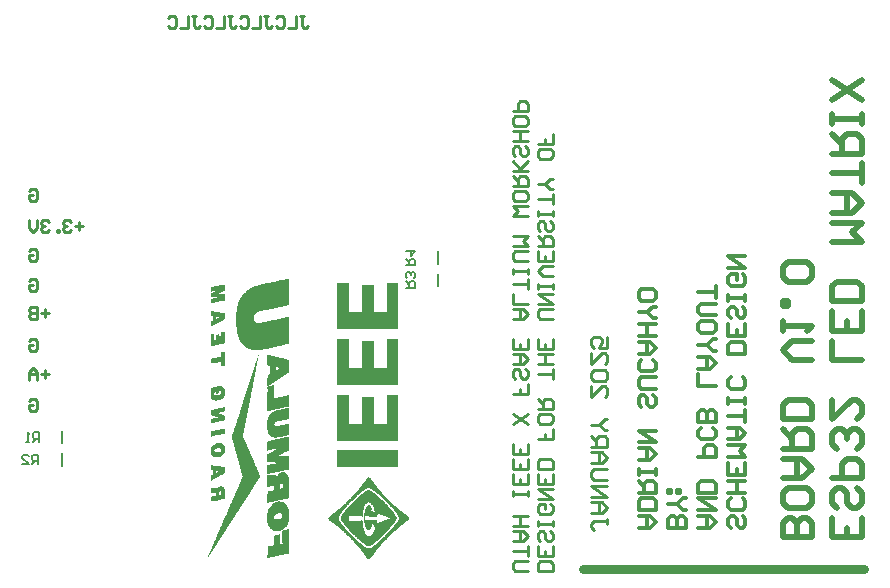
<source format=gbo>
G04*
G04 #@! TF.GenerationSoftware,Altium Limited,Altium Designer,25.3.3 (18)*
G04*
G04 Layer_Color=32896*
%FSLAX25Y25*%
%MOIN*%
G70*
G04*
G04 #@! TF.SameCoordinates,FAE4C2FF-6651-435E-A804-DF7E7BB8AC14*
G04*
G04*
G04 #@! TF.FilePolarity,Positive*
G04*
G01*
G75*
%ADD11C,0.00787*%
%ADD12C,0.01181*%
%ADD15C,0.01000*%
%ADD58C,0.01968*%
%ADD68C,0.03150*%
%ADD69C,0.01024*%
G36*
X199927Y211823D02*
X199941Y211701D01*
X199913Y211619D01*
X199941Y211538D01*
X199968Y211103D01*
X199941Y203092D01*
X199859Y202956D01*
X199737Y202915D01*
X199492Y202888D01*
X199411Y202861D01*
X198813Y202834D01*
X198515Y202698D01*
X198243Y202617D01*
X198135Y202589D01*
X197931Y202549D01*
X197415Y202467D01*
X197306Y202440D01*
X197075Y202372D01*
X196614Y202345D01*
X196424Y202263D01*
X196315Y202236D01*
X196125Y202209D01*
X195935Y202128D01*
X195718Y202100D01*
X195636Y202073D01*
X195527Y202046D01*
X195351Y202006D01*
X195052Y201951D01*
X194821Y201883D01*
X194509Y201842D01*
X194210Y201788D01*
X194034Y201720D01*
X193857Y201680D01*
X193748Y201652D01*
X193531Y201625D01*
X193423Y201598D01*
X193287Y201544D01*
X193137Y201476D01*
X192676Y201449D01*
X192431Y201340D01*
X192241Y201313D01*
X191807Y201286D01*
X191725Y201259D01*
X191603Y201272D01*
X191467Y201245D01*
X191331Y201191D01*
X191236Y201123D01*
X191182Y201068D01*
X191046Y200987D01*
X190910Y200933D01*
X190408Y200946D01*
X190137Y200919D01*
X190001Y200892D01*
X189824Y200824D01*
X189566Y200729D01*
X189417Y200661D01*
X189281Y200580D01*
X189132Y200457D01*
X189064Y200390D01*
X189023Y200376D01*
X188996Y200322D01*
X188779Y200104D01*
X188751Y200050D01*
X188656Y199928D01*
X188602Y199901D01*
X188453Y199534D01*
X188426Y199425D01*
X188371Y199235D01*
X188330Y199086D01*
X188263Y198909D01*
X188235Y198719D01*
X188303Y198543D01*
X188371Y198448D01*
X188426Y198393D01*
X188453Y198285D01*
X188412Y198135D01*
X188398Y198122D01*
X188453Y198013D01*
Y197986D01*
X188480Y197877D01*
X188507Y197823D01*
X188616Y197633D01*
X188860Y197389D01*
X188887Y197334D01*
X189091Y197131D01*
X189254Y197103D01*
X189308Y197049D01*
X189444Y196995D01*
X189973Y196981D01*
X190503Y197022D01*
X190585Y197049D01*
X190693Y197076D01*
X190883Y197158D01*
X191019Y197212D01*
X191128Y197239D01*
X191359Y197280D01*
X191535Y197348D01*
X191644Y197375D01*
X191997Y197402D01*
X192105Y197429D01*
X192255Y197470D01*
X192363Y197497D01*
X192526Y197524D01*
X192635Y197552D01*
X192784Y197619D01*
X193029Y197647D01*
X193273Y197755D01*
X193450Y197742D01*
X193558Y197769D01*
X193803Y197796D01*
X194034Y197891D01*
X194224Y197918D01*
X194645Y197959D01*
X194876Y198054D01*
X195120Y198081D01*
X195202Y198108D01*
X195500Y198135D01*
X195636Y198190D01*
X195908Y198271D01*
X196179Y198298D01*
X196464Y198366D01*
X196695Y198434D01*
X196872Y198475D01*
X196980Y198502D01*
X197143Y198529D01*
X197279Y198556D01*
X197632Y198611D01*
X197768Y198665D01*
X197890Y198733D01*
X198121Y198719D01*
X198257Y198747D01*
X198406Y198787D01*
X198583Y198828D01*
X198759Y198923D01*
X199343Y198964D01*
X199615Y198991D01*
X199900Y199004D01*
X199941Y198964D01*
X199968Y198774D01*
X199981Y198217D01*
X199968Y197606D01*
X199995Y197524D01*
X199968Y196845D01*
X199954Y190558D01*
X199968Y190273D01*
X199900Y190124D01*
X199655Y190015D01*
X199275Y189988D01*
X199194Y189961D01*
X198813Y189934D01*
X198623Y189852D01*
X198243Y189798D01*
X197999Y189662D01*
X197863Y189608D01*
X197537Y189553D01*
X197347Y189499D01*
X197157Y189472D01*
X196899Y189431D01*
X196763Y189377D01*
X196654Y189350D01*
X196220Y189295D01*
X196111Y189268D01*
X195962Y189228D01*
X195568Y189160D01*
X195446Y189092D01*
X195392Y189065D01*
X195310Y188983D01*
X195202Y188956D01*
X194930Y188929D01*
X194631Y188902D01*
X194441Y188820D01*
X194074Y188779D01*
X193911Y188752D01*
X193762Y188712D01*
X193545Y188657D01*
X193355Y188630D01*
X193219Y188576D01*
X193042Y188535D01*
X192934Y188508D01*
X192784Y188467D01*
X192418Y188426D01*
X192255Y188399D01*
X192010Y188372D01*
X191834Y188304D01*
X191454Y188277D01*
X191372Y188250D01*
X191182Y188168D01*
X190965Y188114D01*
X190720Y188087D01*
X190585Y188033D01*
X190394Y188005D01*
X189838Y187992D01*
X189770Y188005D01*
X189688Y187978D01*
X189580Y187951D01*
X189227Y187978D01*
X189118Y187951D01*
X188738Y187978D01*
X188656Y188005D01*
X188385Y188033D01*
X188208Y188073D01*
X188059Y188114D01*
X187869Y188141D01*
X187760Y188168D01*
X187448Y188209D01*
X187299Y188250D01*
X187190Y188277D01*
X186986Y188318D01*
X186755Y188413D01*
X186579Y188481D01*
X186307Y188617D01*
X186267Y188657D01*
X185968Y188793D01*
X185832Y188874D01*
X185778Y188929D01*
X185723Y188956D01*
X185642Y189038D01*
X185588Y189065D01*
X184909Y189744D01*
X184854Y189771D01*
X184637Y190097D01*
X184433Y190300D01*
X184420Y190341D01*
X184365Y190368D01*
X184325Y190409D01*
X184298Y190463D01*
X184216Y190545D01*
X184107Y190735D01*
X184026Y190816D01*
X183999Y190871D01*
X183809Y191061D01*
X183782Y191115D01*
X183700Y191251D01*
X183632Y191427D01*
X183564Y191550D01*
X183523Y191699D01*
X183483Y191794D01*
X183293Y192093D01*
X183265Y192283D01*
X183225Y192459D01*
X183157Y192609D01*
X183116Y192758D01*
X183048Y192880D01*
X182994Y193070D01*
X182926Y193247D01*
X182885Y193369D01*
X182804Y193668D01*
X182749Y193994D01*
X182695Y194374D01*
X182654Y194686D01*
X182627Y194849D01*
X182587Y195216D01*
X182559Y195786D01*
X182505Y195922D01*
X182464Y196452D01*
X182437Y196832D01*
X182410Y197293D01*
X182356Y197619D01*
X182315Y197769D01*
X182328Y198760D01*
X182315Y198964D01*
X182396Y199154D01*
X182424Y199942D01*
X182451Y200023D01*
X182478Y200566D01*
X182505Y200648D01*
X182546Y201123D01*
X182654Y201856D01*
X182682Y202073D01*
X182736Y202291D01*
X182763Y202426D01*
X182790Y202589D01*
X182885Y202902D01*
X182926Y203133D01*
X182994Y203309D01*
X183075Y203635D01*
X183130Y203771D01*
X183170Y203947D01*
X183374Y204422D01*
X183401Y204531D01*
X183456Y204667D01*
X183510Y204721D01*
X183727Y205129D01*
X183809Y205210D01*
X184053Y205672D01*
X184162Y205835D01*
X184270Y206025D01*
X184325Y206079D01*
X184352Y206134D01*
X184406Y206188D01*
X184433Y206242D01*
X184542Y206351D01*
X184569Y206405D01*
X184691Y206554D01*
X184759Y206649D01*
X185085Y206975D01*
X185112Y207030D01*
X185167Y207084D01*
X185194Y207138D01*
X185289Y207206D01*
X185547Y207464D01*
X185574Y207519D01*
X185750Y207695D01*
X185805Y207722D01*
X185886Y207804D01*
X186022Y207885D01*
X186171Y208007D01*
X186267Y208102D01*
X186321Y208130D01*
X186402Y208211D01*
X186538Y208293D01*
X186728Y208401D01*
X187217Y208673D01*
X187407Y208781D01*
X187461Y208836D01*
X187638Y208876D01*
X187733Y208944D01*
X188005Y209107D01*
X188113Y209135D01*
X188303Y209216D01*
X188412Y209243D01*
X188575Y209270D01*
X188711Y209352D01*
X188996Y209420D01*
X189390Y209542D01*
X189580Y209623D01*
X189688Y209650D01*
X189824Y209732D01*
X189960Y209786D01*
X190313Y209813D01*
X190462Y209854D01*
X190598Y209881D01*
X190815Y209909D01*
X191073Y209949D01*
X191209Y210003D01*
X191603Y210071D01*
X191725Y210112D01*
X191888Y210139D01*
X192024Y210194D01*
X192133Y210221D01*
X192377Y210248D01*
X192431Y210302D01*
X192567Y210357D01*
X192676Y210384D01*
X192812Y210329D01*
X193137Y210357D01*
X193273Y210411D01*
X193463Y210438D01*
X193545Y210465D01*
X193653Y210492D01*
X193844Y210520D01*
X193925Y210547D01*
X194061Y210601D01*
X194251Y210710D01*
X194577Y210737D01*
X194713Y210791D01*
X195256Y210818D01*
X195609Y210981D01*
X196003Y211022D01*
X196111Y211049D01*
X196328Y211076D01*
X196437Y211103D01*
X196654Y211131D01*
X196709Y211185D01*
X196722Y211226D01*
X196831Y211253D01*
X197102Y211334D01*
X197564Y211361D01*
X197673Y211470D01*
X198270Y211497D01*
X198352Y211524D01*
X198460Y211551D01*
X198651Y211579D01*
X198949Y211715D01*
X199058Y211742D01*
X199194Y211796D01*
X199574Y211850D01*
X199927Y211823D01*
D02*
G37*
G36*
X178567Y209881D02*
X178594Y209691D01*
X178581Y209542D01*
X178608Y208184D01*
X178621Y207953D01*
X178499Y207722D01*
X178268Y207681D01*
X178119Y207614D01*
X177861Y207519D01*
X177413Y207315D01*
X177006Y207098D01*
X176815Y206989D01*
X176761Y206935D01*
X176503Y206840D01*
X176367Y206785D01*
X176313Y206758D01*
X176327Y206690D01*
X176843Y206717D01*
X177169Y206772D01*
X177712Y206745D01*
X177793Y206717D01*
X177983Y206690D01*
X178499Y206663D01*
X178567Y206595D01*
X178594Y206351D01*
X178567Y206296D01*
X178594Y206215D01*
Y206188D01*
Y206161D01*
X178567Y204586D01*
X178445Y204545D01*
X178173Y204518D01*
X178092Y204490D01*
X177820Y204463D01*
X177712Y204436D01*
X177508Y204395D01*
X177386Y204355D01*
X177277Y204328D01*
X176992Y204287D01*
X176856Y204260D01*
X176585Y204151D01*
X176435Y204083D01*
X176001Y204056D01*
X175919Y204029D01*
X175743Y203988D01*
X175580Y203961D01*
X175444Y203934D01*
X175199Y203906D01*
X175064Y203879D01*
X174955Y203852D01*
X174548Y203771D01*
X174317Y203703D01*
X174208Y203676D01*
X174073Y203703D01*
X174032Y203744D01*
X174005Y203934D01*
X173991Y204518D01*
X174032Y204966D01*
X174127Y205034D01*
X174263Y205088D01*
X174371Y205115D01*
X174670Y205142D01*
X174860Y205224D01*
X175050Y205251D01*
X175295Y205305D01*
X175485Y205387D01*
X175702Y205441D01*
X175960Y205563D01*
X175946Y205604D01*
X175240Y205631D01*
X175159Y205658D01*
X174751Y205631D01*
X174670Y205658D01*
X174317Y205685D01*
X174073Y205713D01*
X174005Y205780D01*
X173991Y206772D01*
X174018Y206880D01*
X174154Y207016D01*
X174290Y207070D01*
X174344Y207098D01*
X174806Y207315D01*
X174982Y207383D01*
X175702Y207722D01*
X175756Y207749D01*
X176001Y207885D01*
X176082Y207967D01*
X176204Y208034D01*
X176055Y208048D01*
X175974Y208021D01*
X175865Y207994D01*
X175716Y207953D01*
X175607Y207926D01*
X175430Y207858D01*
X175322Y207831D01*
X175118Y207790D01*
X174887Y207722D01*
X174779Y207695D01*
X174521Y207654D01*
X174385Y207600D01*
X174276Y207573D01*
X174140Y207519D01*
X174045Y207505D01*
X174005Y207627D01*
X173991Y208863D01*
X174032Y208958D01*
X174073Y208999D01*
X174263Y209026D01*
X174317Y209080D01*
X174534Y209135D01*
X174819Y209202D01*
X174928Y209229D01*
X175417Y209311D01*
X175525Y209338D01*
X175675Y209379D01*
X176041Y209420D01*
X176177Y209474D01*
X176286Y209501D01*
X176503Y209528D01*
X176666Y209555D01*
X176843Y209650D01*
X177236Y209718D01*
X177345Y209746D01*
X177481Y209773D01*
X177698Y209800D01*
X177997Y209854D01*
X178323Y209909D01*
X178499Y209922D01*
X178567Y209881D01*
D02*
G37*
G36*
X236498Y195044D02*
X236475Y195021D01*
X216194Y195011D01*
X216157Y195021D01*
X216143Y195035D01*
X216133Y210498D01*
X220074Y210503D01*
X220079Y200667D01*
X220093Y200653D01*
X224348Y200644D01*
X224385Y200653D01*
X224404Y200681D01*
X224399Y208202D01*
Y208212D01*
Y209655D01*
X224409Y209693D01*
X224423Y209707D01*
X228293Y209716D01*
X228345Y209702D01*
X228354Y200667D01*
X228378Y200644D01*
X232543Y200649D01*
X232558Y200681D01*
X232553Y210498D01*
X236494Y210503D01*
X236498Y195044D01*
D02*
G37*
G36*
X174181Y200987D02*
X174263Y200960D01*
X174901Y200919D01*
X175118Y200892D01*
X175281Y200865D01*
X175512Y200797D01*
X175783Y200770D01*
X175865Y200743D01*
X176191Y200688D01*
X176300Y200661D01*
X176571Y200634D01*
X176748Y200593D01*
X176883Y200566D01*
X177101Y200539D01*
X177399Y200512D01*
X177644Y200485D01*
X177752Y200457D01*
X177888Y200430D01*
X178133Y200403D01*
X178458Y200376D01*
X178554Y200335D01*
X178594Y200294D01*
X178567Y198393D01*
X178526Y198326D01*
X178268Y198231D01*
X178065Y198135D01*
X177875Y198027D01*
X177617Y197850D01*
X177386Y197728D01*
X177359Y197701D01*
X177331D01*
X176870Y197457D01*
X176653Y197321D01*
X176408Y197185D01*
X176055Y196995D01*
X176001Y196941D01*
X175946Y196913D01*
X175729Y196777D01*
X175593Y196750D01*
X175512Y196669D01*
X175267Y196533D01*
X175077Y196397D01*
X175023Y196370D01*
X174860Y196262D01*
X174724Y196207D01*
X174534Y196126D01*
X174385Y196085D01*
X174344Y196044D01*
X174208Y195963D01*
X174073Y195908D01*
X174018Y195936D01*
X173991Y196968D01*
X173977Y197389D01*
X174073Y197538D01*
X174127Y197565D01*
X174181Y197619D01*
X174453Y197782D01*
X174751Y197945D01*
X174792Y197986D01*
X174819Y198095D01*
X174792Y198529D01*
X174806Y199195D01*
X174724Y199276D01*
X174534Y199303D01*
X174263Y199330D01*
X174045Y199357D01*
X174005Y199398D01*
X173991Y200960D01*
X174045Y201014D01*
X174181Y200987D01*
D02*
G37*
G36*
X178554Y194170D02*
X178594Y194021D01*
X178608Y190423D01*
X178554Y190314D01*
X178418Y190260D01*
X178282Y190232D01*
X178200Y190205D01*
X178092Y190178D01*
X177793Y190097D01*
X177603Y190042D01*
X177494Y190015D01*
X177128Y189974D01*
X176965Y189947D01*
X176748Y189893D01*
X176422Y189839D01*
X176286Y189812D01*
X176069Y189757D01*
X175933Y189730D01*
X175770Y189703D01*
X175661Y189676D01*
X175539Y189608D01*
X175430Y189581D01*
X175199Y189540D01*
X175050Y189499D01*
X174942Y189472D01*
X174575Y189431D01*
X174412Y189404D01*
X174181Y189336D01*
X174045Y189363D01*
X174005Y189404D01*
X173991Y190830D01*
X174005Y192826D01*
X173977Y192908D01*
X174005Y193206D01*
X174045Y193247D01*
X174344Y193274D01*
X174480Y193328D01*
X174656Y193369D01*
X174833Y193437D01*
X175023Y193491D01*
X175118Y193423D01*
X175145Y193315D01*
X175172Y191604D01*
Y191577D01*
X175145Y191495D01*
X175172Y191305D01*
X175213Y191264D01*
X175322Y191237D01*
X175430Y191264D01*
X175620Y191292D01*
X175811Y191400D01*
X175838Y193084D01*
X175974Y193138D01*
X176164Y193193D01*
X176435Y193220D01*
X176639Y193261D01*
X176815Y193274D01*
X176856Y193233D01*
X176883Y192392D01*
X176870Y191916D01*
X176883Y191848D01*
X176856Y191767D01*
X176883Y191685D01*
X176910Y191631D01*
X176951Y191590D01*
X177277Y191645D01*
X177386Y191672D01*
X177427Y191713D01*
X177454Y191821D01*
X177440Y193872D01*
X177481Y193967D01*
X177522Y194007D01*
X177698Y194048D01*
X177848Y194089D01*
X177956Y194116D01*
X178241Y194184D01*
X178418Y194252D01*
X178554Y194170D01*
D02*
G37*
G36*
X178526Y187544D02*
X178567Y187503D01*
X178594Y187068D01*
Y183891D01*
Y183864D01*
X178567Y182940D01*
X178499Y182845D01*
X178133Y182805D01*
X177915Y182778D01*
X177780Y182723D01*
X177630Y182683D01*
X177522Y182710D01*
X177454Y182832D01*
X177427Y182940D01*
X177386Y184122D01*
X177331Y184203D01*
X177223Y184176D01*
X177087Y184122D01*
X176978Y184095D01*
X176829Y184054D01*
X176612Y184000D01*
X176449Y183973D01*
X176300Y183932D01*
X176164Y183877D01*
X175906Y183837D01*
X175593Y183742D01*
X175091Y183674D01*
X174982Y183647D01*
X174616Y183606D01*
X174344Y183579D01*
X174235Y183552D01*
X174045Y183579D01*
X174005Y183619D01*
X174032Y185113D01*
X174073Y185154D01*
X174276Y185195D01*
X174398Y185235D01*
X174507Y185263D01*
X174819Y185330D01*
X174928Y185358D01*
X175064Y185385D01*
X175308Y185412D01*
X175525Y185439D01*
X175634Y185466D01*
X175756Y185507D01*
X175974Y185534D01*
X176055Y185561D01*
X176164Y185588D01*
X176354Y185670D01*
X176571Y185697D01*
X176707Y185751D01*
X176965Y185792D01*
X177182Y185819D01*
X177359Y185806D01*
X177399Y185846D01*
X177454Y186064D01*
X177427Y186145D01*
X177454Y187286D01*
X177549Y187408D01*
X178024Y187476D01*
X178282Y187517D01*
X178418Y187571D01*
X178526Y187544D01*
D02*
G37*
G36*
X236489Y191830D02*
X236498Y186122D01*
Y186113D01*
Y176413D01*
X236484Y176371D01*
X216157Y176361D01*
X216143Y176375D01*
X216133Y191792D01*
X216147Y191834D01*
X220027Y191844D01*
X220069Y191830D01*
X220079Y182045D01*
X220088Y182008D01*
X220102Y181994D01*
X224366Y181984D01*
X224390Y182008D01*
X224399Y190996D01*
X224409Y191033D01*
X224423Y191047D01*
X228331Y191056D01*
X228345Y191042D01*
X228354Y182045D01*
X228368Y181994D01*
X232529Y181984D01*
X232543Y181999D01*
X232553Y191792D01*
X232567Y191834D01*
X236475Y191844D01*
X236489Y191830D01*
D02*
G37*
G36*
X177467Y176002D02*
X177522Y175947D01*
X177657Y175893D01*
X177793Y175812D01*
X177875Y175730D01*
X177929Y175703D01*
X177997Y175608D01*
X178296Y175309D01*
X178323Y175255D01*
X178431Y175146D01*
X178458Y175092D01*
X178567Y174929D01*
X178594Y174793D01*
X178649Y174657D01*
X178676Y174549D01*
X178703Y174277D01*
X178676Y173164D01*
X178649Y173082D01*
X178621Y172974D01*
X178567Y172838D01*
X178526Y172688D01*
X178486Y172648D01*
X178458Y172593D01*
X178323Y172403D01*
X178296Y172349D01*
X178160Y172213D01*
X178133Y172159D01*
X177929Y171955D01*
X177875Y171928D01*
X177739Y171792D01*
X177684Y171765D01*
X177630Y171711D01*
X177576Y171684D01*
X177522Y171629D01*
X177223Y171493D01*
X177046Y171425D01*
X176910Y171371D01*
X176693Y171290D01*
X176544Y171249D01*
X176435Y171222D01*
X175838Y171195D01*
X175240Y171222D01*
X175050Y171303D01*
X174846Y171344D01*
X174751Y171385D01*
X174670Y171466D01*
X174616Y171493D01*
X174507Y171602D01*
X174453Y171629D01*
X174398Y171684D01*
X174344Y171711D01*
X174276Y171779D01*
X174249Y171833D01*
X174195Y171887D01*
X174168Y171941D01*
X174059Y172186D01*
X174005Y172403D01*
X173977Y172593D01*
X174005Y173462D01*
X174073Y173557D01*
X174412Y173734D01*
X174385Y173788D01*
X174154Y173883D01*
X174059Y173924D01*
X174005Y174060D01*
X173991Y174209D01*
X174005Y175010D01*
X173977Y175092D01*
X173950Y175282D01*
X173977Y175363D01*
X174045Y175486D01*
X174398Y175513D01*
X174480Y175540D01*
X174616Y175594D01*
X174806Y175621D01*
X174942Y175649D01*
X175023Y175676D01*
X175213Y175757D01*
X175403Y175784D01*
X175566Y175812D01*
X175648Y175839D01*
X175756Y175866D01*
X176109Y175893D01*
X176164D01*
X176245Y175920D01*
X176503Y175961D01*
X176680Y175975D01*
X176761Y175947D01*
X176815Y175975D01*
X176951Y176029D01*
X177196Y176002D01*
X177277Y176029D01*
X177467Y176002D01*
D02*
G37*
G36*
X193192Y186430D02*
X193273Y186403D01*
X193491Y186349D01*
X193681Y186322D01*
X193789Y186294D01*
X193925Y186240D01*
X194346Y186145D01*
X194495Y186077D01*
X194685Y186050D01*
X194971Y185982D01*
X195120Y185942D01*
X195351Y185901D01*
X195459Y185874D01*
X195582Y185833D01*
X195690Y185806D01*
X195908Y185778D01*
X196043Y185724D01*
X196152Y185697D01*
X196342Y185670D01*
X196519Y185602D01*
X196559Y185561D01*
X197075Y185480D01*
X197211Y185425D01*
X197320Y185398D01*
X197618Y185371D01*
X197809Y185290D01*
X198135Y185263D01*
X198216Y185235D01*
X198352Y185181D01*
X198460Y185154D01*
X198610Y185113D01*
X198759Y185045D01*
X198949Y185018D01*
X199194Y184964D01*
X199329Y184909D01*
X199438Y184882D01*
X199696Y184842D01*
X199832Y184814D01*
X199968Y184733D01*
X199995Y184624D01*
X199968Y184271D01*
X199941Y180605D01*
X199873Y180510D01*
X199696Y180442D01*
X199492Y180320D01*
X199438Y180293D01*
X199058Y180021D01*
X199004Y179994D01*
X198922Y179912D01*
X198868Y179885D01*
X198678Y179777D01*
X197917Y179233D01*
X197863Y179206D01*
X197809Y179152D01*
X197754Y179125D01*
X197700Y179070D01*
X197456Y178935D01*
X197184Y178745D01*
X197130Y178717D01*
X196559Y178310D01*
X196505Y178283D01*
X196125Y178011D01*
X196071Y177984D01*
X195880Y177848D01*
X195826Y177821D01*
X195772Y177767D01*
X195582Y177658D01*
X195527Y177604D01*
X195473Y177577D01*
X194930Y177197D01*
X194876Y177169D01*
X194685Y177034D01*
X194631Y177006D01*
X194441Y176898D01*
X194183Y176721D01*
X194142Y176681D01*
X193952Y176572D01*
X193572Y176300D01*
X193110Y176056D01*
X193056Y176002D01*
X192893Y175920D01*
X192825Y175961D01*
X192839Y176273D01*
X192825Y177780D01*
X192852Y177862D01*
X192879Y179519D01*
X192974Y179641D01*
X193382Y179858D01*
X193463Y179939D01*
X193518Y179967D01*
X193681Y180075D01*
X193762Y180103D01*
X193803Y180143D01*
X193830Y180333D01*
X193803Y180768D01*
X193830Y181284D01*
X193803Y181773D01*
Y181800D01*
X193816Y182601D01*
X193762Y182683D01*
X193653Y182710D01*
X193477Y182750D01*
X193246Y182818D01*
X193029Y182873D01*
X192879Y182995D01*
X192825Y183131D01*
X192852Y186254D01*
X192879Y186417D01*
X192920Y186458D01*
X193192Y186430D01*
D02*
G37*
G36*
X194889Y176314D02*
X194943Y176124D01*
X194971Y176015D01*
X194998Y175581D01*
X195025Y171996D01*
X195066Y171955D01*
X195283Y171982D01*
X195527Y172091D01*
X195799Y172118D01*
X195908Y172145D01*
X196057Y172186D01*
X196166Y172213D01*
X196654Y172294D01*
X196831Y172362D01*
X197184Y172390D01*
X197320Y172444D01*
X197537Y172498D01*
X197700Y172525D01*
X197890Y172607D01*
X198175Y172648D01*
X198284Y172675D01*
X198406Y172715D01*
X198433D01*
X198813Y172770D01*
X198922Y172797D01*
X199262Y172865D01*
X199479Y172892D01*
X199642Y172919D01*
X199750Y172946D01*
X199873Y172987D01*
X199927Y172960D01*
X199968Y172919D01*
X199995Y172729D01*
X199968Y171724D01*
X199995Y170719D01*
X199981Y170054D01*
X199995Y170013D01*
X199968Y169932D01*
X199995Y169307D01*
X199873Y169158D01*
X199628Y169131D01*
X199547Y169104D01*
X199262Y169063D01*
X199126Y169036D01*
X198610Y168954D01*
X198392Y168900D01*
X198230Y168873D01*
X198080Y168832D01*
X197890Y168778D01*
X197673Y168723D01*
X197523Y168683D01*
X197388Y168655D01*
X197225Y168628D01*
X197089Y168601D01*
X196654Y168492D01*
X196492Y168465D01*
X196193Y168411D01*
X196084Y168384D01*
X195948Y168357D01*
X195785Y168330D01*
X195677Y168302D01*
X195527Y168262D01*
X195310Y168207D01*
X194998Y168139D01*
X194848Y168099D01*
X194740Y168071D01*
X194387Y168044D01*
X194197Y167990D01*
X194047Y167949D01*
X193884Y167922D01*
X193558Y167841D01*
X193395Y167814D01*
X193287Y167786D01*
X193110Y167718D01*
X193002Y167691D01*
X192866Y167718D01*
X192825Y167759D01*
X192852Y173001D01*
X192866Y174888D01*
X192839Y175404D01*
X192825Y175635D01*
X192893Y175757D01*
X193029Y175839D01*
X193165Y175893D01*
X193300Y175920D01*
X193491Y176002D01*
X193694Y176042D01*
X193803Y176069D01*
X193939Y176124D01*
X194264Y176205D01*
X194414Y176246D01*
X194604Y176273D01*
X194713Y176300D01*
X194821Y176355D01*
X194889Y176314D01*
D02*
G37*
G36*
X178567Y168927D02*
X178594Y168004D01*
X178567Y167596D01*
X178526Y167555D01*
X178404Y167542D01*
X178391Y167555D01*
X178309Y167528D01*
X178119Y167501D01*
X177888Y167460D01*
X177671Y167433D01*
X177345Y167379D01*
X177209Y167325D01*
X176938Y167270D01*
X176720Y167216D01*
X176449Y167162D01*
X176367Y167107D01*
X176394Y167053D01*
X176435Y167012D01*
X176490Y166985D01*
X176897Y166795D01*
X177291Y166727D01*
X177440Y166659D01*
X177752Y166591D01*
X177983Y166524D01*
X178268Y166456D01*
X178472Y166360D01*
X178513Y166320D01*
X178594Y166048D01*
X178567Y164609D01*
X178526Y164568D01*
X178418Y164541D01*
X178200Y164514D01*
X178119Y164487D01*
X177848Y164459D01*
X177739Y164432D01*
X177413Y164405D01*
X177331Y164378D01*
X177223Y164351D01*
X177033Y164324D01*
X176924Y164296D01*
X176734Y164269D01*
X176300Y164161D01*
X176123Y164120D01*
X175946Y164052D01*
X175661Y164011D01*
X175553Y163984D01*
X175403Y163943D01*
X174955Y163875D01*
X174738Y163821D01*
X174521Y163794D01*
X174168Y163740D01*
X174127Y163726D01*
X174005Y163794D01*
X173991Y163916D01*
X174005Y164690D01*
X173977Y164772D01*
X174018Y165030D01*
X174073Y165084D01*
X174344Y165111D01*
X174425Y165138D01*
X174534Y165166D01*
X174724Y165193D01*
X174833Y165220D01*
X174996Y165247D01*
X175132Y165301D01*
X175240Y165329D01*
X175512Y165356D01*
X175729Y165410D01*
X175811Y165437D01*
X176069Y165478D01*
X176177Y165505D01*
X176204Y165559D01*
X176164Y165600D01*
X176001Y165627D01*
X175756Y165736D01*
X175566Y165817D01*
X175132Y165926D01*
X174996Y165980D01*
X174819Y166048D01*
X174425Y166225D01*
X174235Y166333D01*
X174100Y166388D01*
X174045Y166415D01*
X174005Y166456D01*
X173977Y166646D01*
X174005Y166727D01*
X173991Y167990D01*
X174018Y168044D01*
X174127Y168071D01*
X174235D01*
X174249Y168085D01*
X174480Y168153D01*
X174711Y168194D01*
X174928Y168221D01*
X175037Y168248D01*
X175267Y168316D01*
X175566Y168343D01*
X175811Y168452D01*
X176096Y168492D01*
X176232Y168520D01*
X176381Y168560D01*
X176490Y168588D01*
X176802Y168628D01*
X177033Y168696D01*
X177304Y168723D01*
X177494Y168750D01*
X177766Y168832D01*
X178078Y168873D01*
X178187Y168900D01*
X178364Y168968D01*
X178486Y168981D01*
X178567Y168927D01*
D02*
G37*
G36*
X236489Y173179D02*
X236498Y157753D01*
X236489Y157716D01*
X236475Y157702D01*
X216166Y157692D01*
X216143Y157716D01*
X216133Y173133D01*
X216147Y173184D01*
X220027Y173194D01*
X220069Y173179D01*
X220079Y163461D01*
Y163451D01*
Y163386D01*
X220088Y163348D01*
X220102Y163334D01*
X224310Y163325D01*
X224376Y163334D01*
X224390Y163348D01*
X224399Y172383D01*
X224413Y172397D01*
X228303Y172406D01*
X228345Y172392D01*
X228354Y163386D01*
X228363Y163348D01*
X228378Y163334D01*
X232501Y163325D01*
X232543Y163339D01*
X232553Y173133D01*
X232567Y173184D01*
X236475Y173194D01*
X236489Y173179D01*
D02*
G37*
G36*
X178567Y161839D02*
X178594Y161730D01*
X178567Y160236D01*
X178499Y160169D01*
X178119Y160141D01*
X178038Y160114D01*
X177834Y160073D01*
X177684Y160033D01*
X177454Y159992D01*
X177223Y159924D01*
X177033Y159870D01*
X176815Y159843D01*
X176625Y159761D01*
X176313Y159720D01*
X176204Y159693D01*
X176109Y159680D01*
X176096Y159666D01*
X175987Y159639D01*
X175553Y159585D01*
X175444Y159557D01*
X175213Y159490D01*
X175037Y159449D01*
X174887Y159408D01*
X174670Y159354D01*
X174453Y159327D01*
X174263Y159245D01*
X174073Y159218D01*
X174018Y159245D01*
X173991Y160386D01*
X173964Y160549D01*
X173950Y160671D01*
X173977Y160752D01*
X174005Y160861D01*
X174127Y160902D01*
X174317Y160929D01*
X174507Y161010D01*
X174616Y161038D01*
X174887Y161119D01*
X174996Y161146D01*
X175186Y161173D01*
X175240Y161228D01*
X175430Y161255D01*
X175851Y161323D01*
X176001Y161363D01*
X176109Y161391D01*
X176978Y161499D01*
X177114Y161554D01*
X177223Y161581D01*
X177277Y161635D01*
X177467Y161689D01*
X177684Y161716D01*
X177766Y161744D01*
X177875Y161771D01*
X178296Y161839D01*
X178431Y161866D01*
X178472Y161879D01*
X178567Y161839D01*
D02*
G37*
G36*
X199927Y168805D02*
X199954Y168696D01*
X199941Y168628D01*
X199968Y168547D01*
X199954Y168370D01*
X199981Y166415D01*
X199995Y166075D01*
X199968Y165994D01*
X199981Y165138D01*
X199913Y165043D01*
X199791Y165003D01*
X199479Y164962D01*
X199262Y164935D01*
X198936Y164853D01*
X198800Y164826D01*
X198474Y164772D01*
X198325Y164731D01*
X198216Y164704D01*
X198067Y164663D01*
X197890Y164595D01*
X197659Y164555D01*
X197551Y164527D01*
X197401Y164487D01*
X197293Y164459D01*
X196980Y164419D01*
X196437Y164310D01*
X196274Y164283D01*
X196166Y164256D01*
X195853Y164161D01*
X195514Y164039D01*
X195419Y163971D01*
X195351Y163903D01*
X195324Y163848D01*
X195242Y163658D01*
X195188Y163441D01*
X195215Y163169D01*
X195242Y163088D01*
X195269Y162898D01*
X195310Y162749D01*
X195351Y162708D01*
X195378Y162653D01*
X195419Y162613D01*
X195541Y162599D01*
X195785Y162626D01*
X195921Y162681D01*
X196030Y162708D01*
X196274Y162735D01*
X196437Y162762D01*
X196668Y162830D01*
X197184Y162911D01*
X197320Y162966D01*
X197646Y162993D01*
X197727Y163020D01*
X197917Y163074D01*
X198094Y163115D01*
X198365Y163142D01*
X198488Y163183D01*
X198596Y163210D01*
X198732Y163265D01*
X198881Y163305D01*
X198949Y163319D01*
X198976D01*
X199058Y163346D01*
X199343Y163387D01*
X199601Y163427D01*
X199737Y163482D01*
X199846Y163509D01*
X199927Y163482D01*
X199968Y163359D01*
X199981Y160902D01*
X199968Y160671D01*
X199995Y160589D01*
X199968Y159720D01*
X199927Y159652D01*
X199818Y159625D01*
X199438Y159598D01*
X199357Y159571D01*
X199085Y159544D01*
X199004Y159517D01*
X198895Y159490D01*
X198705Y159435D01*
X198433Y159354D01*
X198121Y159286D01*
X198012Y159259D01*
X197877Y159231D01*
X197578Y159177D01*
X197361Y159123D01*
X197225Y159096D01*
X197008Y159069D01*
X196844Y159041D01*
X196627Y158987D01*
X196492Y158960D01*
X196166Y158906D01*
X196030Y158879D01*
X195867Y158851D01*
X195541Y158824D01*
X195147Y158811D01*
X195011Y158865D01*
X194876Y158892D01*
X194821Y158946D01*
X194672Y158987D01*
X194536Y159041D01*
X194237Y159177D01*
X194088Y159272D01*
X194034Y159327D01*
X193979Y159354D01*
X193898Y159435D01*
X193844Y159462D01*
X193558Y159748D01*
X193531Y159802D01*
X193395Y159938D01*
X193368Y159992D01*
X193178Y160291D01*
X193070Y160562D01*
X193029Y160712D01*
X192934Y161024D01*
X192893Y161200D01*
X192866Y161309D01*
X192798Y161540D01*
X192744Y161730D01*
X192717Y161839D01*
X192662Y162165D01*
X192635Y162599D01*
X192662Y164147D01*
X192689Y164229D01*
X192744Y164446D01*
X192812Y164758D01*
X192907Y165070D01*
X192934Y165179D01*
X192988Y165315D01*
X193110Y165654D01*
X193178Y165831D01*
X193368Y166184D01*
X193504Y166374D01*
X193762Y166714D01*
X193830Y166781D01*
X193857Y166836D01*
X193898Y166876D01*
X193952Y166904D01*
X194061Y167012D01*
X194115Y167040D01*
X194224Y167148D01*
X194360Y167230D01*
X194414Y167284D01*
X194468Y167311D01*
X194550Y167393D01*
X195120Y167664D01*
X195554Y167800D01*
X195663Y167827D01*
X195853Y167909D01*
X195962Y167936D01*
X196138Y167976D01*
X196315Y168044D01*
X196424Y168071D01*
X196627Y168112D01*
X196858Y168180D01*
X196967Y168207D01*
X197238Y168234D01*
X197320Y168262D01*
X197537Y168316D01*
X197727Y168343D01*
X197877Y168384D01*
X198107Y168452D01*
X198379Y168479D01*
X198515Y168533D01*
X198691Y168574D01*
X199017Y168628D01*
X199153Y168655D01*
X199370Y168710D01*
X199628Y168750D01*
X199818Y168832D01*
X199927Y168805D01*
D02*
G37*
G36*
X176978Y157072D02*
X177277Y156991D01*
X177535Y156896D01*
X177684Y156855D01*
X177793Y156828D01*
X177848Y156774D01*
X177902Y156747D01*
X178051Y156624D01*
X178092Y156584D01*
X178146Y156556D01*
X178241Y156461D01*
X178268Y156407D01*
X178404Y156217D01*
X178431Y156163D01*
X178540Y156000D01*
X178581Y155823D01*
X178635Y155552D01*
X178662Y155443D01*
X178689Y155280D01*
X178703Y154370D01*
X178676Y154289D01*
X178635Y154085D01*
X178567Y153936D01*
X178540Y153827D01*
X178431Y153664D01*
X178350Y153528D01*
X178241Y153338D01*
X178187Y153284D01*
X178160Y153230D01*
X178024Y153094D01*
X177997Y153040D01*
X177902Y152944D01*
X177848Y152917D01*
X177793Y152863D01*
X177603Y152754D01*
X177549Y152700D01*
X177440Y152673D01*
X177386Y152619D01*
X176978Y152428D01*
X176829Y152388D01*
X176720Y152360D01*
X176585Y152333D01*
X176422Y152306D01*
X176150Y152279D01*
X175458Y152266D01*
X175376Y152293D01*
X175186Y152320D01*
X175009Y152388D01*
X174996Y152401D01*
X174887Y152428D01*
X174453Y152754D01*
X174303Y152904D01*
X174276Y152958D01*
X174195Y153040D01*
X174032Y153393D01*
X173977Y153773D01*
X173950Y154207D01*
X173923Y154397D01*
X173950Y155076D01*
X173977Y155158D01*
X174005Y155266D01*
X174059Y155402D01*
X174330Y155918D01*
X174385Y155973D01*
X174412Y156027D01*
X174589Y156203D01*
X174643Y156230D01*
X174724Y156312D01*
X174779Y156339D01*
X174887Y156448D01*
X175023Y156529D01*
X175892Y156964D01*
X175987Y156896D01*
X176041Y156706D01*
X176069Y156353D01*
X176041Y155402D01*
X175919Y155226D01*
X175811Y155199D01*
X175458Y155008D01*
X175227Y154778D01*
X175172Y154642D01*
X175213Y154302D01*
X175322Y154139D01*
X175363Y154099D01*
X175390Y154044D01*
X175512Y154004D01*
X176300Y154031D01*
X176381Y154058D01*
X176490Y154085D01*
X176680Y154112D01*
X176788Y154139D01*
X176924Y154194D01*
X177223Y154357D01*
X177277Y154411D01*
X177331Y154438D01*
X177372Y154479D01*
X177399Y154533D01*
X177481Y154723D01*
X177454Y155049D01*
X177331Y155199D01*
X177141Y155280D01*
X176965Y155321D01*
X176856Y155348D01*
X176761Y155361D01*
X176680Y155334D01*
X176490Y155443D01*
X176462Y156095D01*
X176449Y156923D01*
X176476Y157004D01*
X176503Y157059D01*
X176544Y157100D01*
X176978Y157072D01*
D02*
G37*
G36*
X236489Y154717D02*
X236498Y149169D01*
X236484Y149117D01*
X220608Y149108D01*
X216166D01*
X216143Y149131D01*
X216133Y154670D01*
X216147Y154721D01*
X236475Y154731D01*
X236489Y154717D01*
D02*
G37*
G36*
X199927Y159191D02*
X199968Y159069D01*
X199981Y155660D01*
X199968Y155239D01*
X199995Y155158D01*
X199968Y154642D01*
X199900Y154520D01*
X199655Y154465D01*
X199465Y154384D01*
X199058Y154166D01*
X198841Y154031D01*
X198542Y153895D01*
X198026Y153623D01*
X197836Y153515D01*
X197483Y153352D01*
X197347Y153270D01*
X197157Y153162D01*
X196858Y152999D01*
X196804Y152944D01*
X196749Y152917D01*
X196736Y152876D01*
X197102Y152836D01*
X197211Y152809D01*
X197673Y152781D01*
X197754Y152754D01*
X197944Y152727D01*
X198678Y152700D01*
X198759Y152673D01*
X199248Y152646D01*
X199329Y152619D01*
X199520Y152591D01*
X199927Y152564D01*
X199968Y152442D01*
X199981Y149441D01*
X199954Y148246D01*
X199900Y148192D01*
X199601Y148165D01*
X199520Y148137D01*
X199234Y148097D01*
X199126Y148070D01*
X198976Y148029D01*
X198868Y148002D01*
X198691Y147961D01*
X198542Y147920D01*
X198433Y147893D01*
X198243Y147866D01*
X198039Y147825D01*
X197917Y147784D01*
X197809Y147757D01*
X197605Y147716D01*
X197469Y147662D01*
X197361Y147635D01*
X197035Y147581D01*
X196899Y147554D01*
X196790Y147526D01*
X196641Y147486D01*
X196532Y147459D01*
X196342Y147404D01*
X196166Y147363D01*
X196030Y147336D01*
X195921Y147309D01*
X195514Y147228D01*
X195351Y147201D01*
X194943Y147119D01*
X194618Y147065D01*
X194346Y147010D01*
X194237Y146983D01*
X194102Y146956D01*
X193939Y146929D01*
X193830Y146902D01*
X193681Y146861D01*
X193504Y146820D01*
X193355Y146780D01*
X193246Y146752D01*
X192988Y146657D01*
X192866Y146644D01*
X192798Y146712D01*
X192825Y147146D01*
X192852Y149672D01*
X192893Y149713D01*
X193029Y149767D01*
X193219Y149794D01*
X193327Y149821D01*
X193613Y149862D01*
X193748Y149889D01*
X193857Y149916D01*
X194074Y149943D01*
X194373Y149971D01*
X194536Y149998D01*
X194685Y150039D01*
X194794Y150066D01*
X195134Y150106D01*
X195242Y150134D01*
X195364Y150174D01*
X195514Y150215D01*
X195731Y150269D01*
X195880Y150310D01*
X196206Y150364D01*
X196220Y150405D01*
X196179Y150446D01*
X195867Y150487D01*
X195650Y150514D01*
X195378Y150568D01*
X195161Y150595D01*
X194794Y150636D01*
X194685Y150663D01*
X194346Y150704D01*
X193857Y150731D01*
X193504Y150758D01*
X193070Y150812D01*
X192934Y150840D01*
X192852Y150921D01*
X192839Y151206D01*
X192852Y152985D01*
X192825Y153067D01*
X192852Y153338D01*
X192907Y153393D01*
X192920Y153433D01*
X193327Y153650D01*
X193518Y153759D01*
X193599Y153841D01*
X193748Y153881D01*
X193952Y154004D01*
X194034Y154031D01*
X194088Y154085D01*
X194264Y154153D01*
X194305Y154194D01*
X194550Y154330D01*
X195229Y154683D01*
X195473Y154818D01*
X195527Y154873D01*
X195704Y154940D01*
X195745Y154981D01*
X195935Y155090D01*
X196179Y155226D01*
X196356Y155348D01*
X196342Y155389D01*
X196152Y155361D01*
X196016Y155307D01*
X195840Y155239D01*
X195758Y155212D01*
X195745Y155199D01*
X195582Y155171D01*
X195500Y155144D01*
X195202Y155063D01*
X194767Y154954D01*
X194495Y154927D01*
X194237Y154886D01*
X194102Y154859D01*
X193518Y154683D01*
X193300Y154628D01*
X193124Y154560D01*
X192988Y154506D01*
X192920Y154492D01*
X192825Y154560D01*
X192839Y156556D01*
X192825Y156624D01*
X192852Y156706D01*
X192812Y157425D01*
X192798Y157521D01*
X192866Y157616D01*
X193219Y157751D01*
X193531Y157792D01*
X193640Y157819D01*
X193871Y157887D01*
X194088Y157941D01*
X194278Y157996D01*
X194387Y158023D01*
X194645Y158064D01*
X194876Y158132D01*
X195066Y158159D01*
X195174Y158186D01*
X195351Y158227D01*
X195459Y158254D01*
X195595Y158281D01*
X195840Y158308D01*
X196003Y158335D01*
X196233Y158403D01*
X196424Y158430D01*
X196532Y158458D01*
X196682Y158498D01*
X196790Y158525D01*
X197089Y158580D01*
X197238Y158648D01*
X197564Y158702D01*
X197741Y158770D01*
X197890Y158811D01*
X198270Y158838D01*
X198460Y158919D01*
X198718Y158960D01*
X198854Y158987D01*
X199031Y159055D01*
X199343Y159096D01*
X199452Y159123D01*
X199682Y159191D01*
X199791Y159218D01*
X199927Y159191D01*
D02*
G37*
G36*
X198162Y147377D02*
X198392Y147336D01*
X198501Y147309D01*
X198637Y147255D01*
X198678Y147214D01*
X198786Y147187D01*
X198936Y147065D01*
X199031Y146997D01*
X199221Y146807D01*
X199275Y146780D01*
X199425Y146630D01*
X199452Y146576D01*
X199560Y146467D01*
X199669Y146223D01*
X199682Y146182D01*
X199696Y146168D01*
X199764Y145992D01*
X199818Y145856D01*
X199886Y145680D01*
X199941Y145544D01*
X199968Y145191D01*
X199981Y138714D01*
X199900Y138632D01*
X199791Y138605D01*
X199655Y138551D01*
X199547Y138523D01*
X199357Y138496D01*
X199248Y138469D01*
X199017Y138428D01*
X198881Y138401D01*
X198556Y138347D01*
X198338Y138320D01*
X198202Y138293D01*
X198094Y138266D01*
X197958Y138238D01*
X197795Y138211D01*
X197659Y138184D01*
X197510Y138143D01*
X197401Y138116D01*
X197211Y138089D01*
X196994Y138035D01*
X196804Y137980D01*
X196627Y137940D01*
X196519Y137912D01*
X196396Y137872D01*
X196206Y137845D01*
X196030Y137804D01*
X195880Y137763D01*
X195772Y137736D01*
X195297Y137668D01*
X194971Y137586D01*
X194821Y137546D01*
X194713Y137519D01*
X194563Y137478D01*
X194346Y137424D01*
X194183Y137396D01*
X194074Y137369D01*
X193939Y137342D01*
X193287Y137233D01*
X193151Y137206D01*
X192866Y137193D01*
X192798Y137261D01*
X192784Y137383D01*
X192812Y137980D01*
X192839Y139094D01*
X192879Y140873D01*
X192974Y140968D01*
X193178Y141008D01*
X193341Y141036D01*
X193450Y141063D01*
X193694Y141090D01*
X193911Y141117D01*
X194183Y141171D01*
X194292Y141199D01*
X194563Y141253D01*
X194781Y141307D01*
X194916Y141334D01*
X194930Y141348D01*
X195011Y141321D01*
X195134Y141389D01*
X195161Y141497D01*
X195147Y142190D01*
X195161Y142285D01*
X195134Y142366D01*
X195161Y142665D01*
X195093Y142760D01*
X194645Y142719D01*
X194495Y142679D01*
X194074Y142638D01*
X193911Y142611D01*
X193776Y142584D01*
X193409Y142543D01*
X192907Y142529D01*
X192825Y142611D01*
X192852Y142801D01*
X192839Y146236D01*
X192866Y146291D01*
X192974Y146318D01*
X193762Y146345D01*
X193898Y146399D01*
X194428Y146440D01*
X194672Y146467D01*
X194808Y146494D01*
X195025Y146521D01*
X195337Y146535D01*
X195419Y146508D01*
X195554Y146535D01*
X195609Y146562D01*
X195731Y146440D01*
X195718Y146182D01*
X195745Y146128D01*
X195853Y146101D01*
X196016Y146128D01*
X196098Y146155D01*
X196233Y146236D01*
X196301Y146359D01*
X196328Y146467D01*
X196451Y146617D01*
X196546Y146712D01*
X196573Y146766D01*
X196722Y146915D01*
X196777Y146942D01*
X196844Y147010D01*
X196872Y147065D01*
X197170Y147201D01*
X197483Y147295D01*
X197700Y147350D01*
X197958Y147391D01*
X198080Y147404D01*
X198162Y147377D01*
D02*
G37*
G36*
X174208Y149658D02*
X174344Y149604D01*
X174656Y149563D01*
X174955Y149536D01*
X175172Y149509D01*
X175335Y149482D01*
X175688Y149427D01*
X176014Y149400D01*
X176503Y149319D01*
X176829Y149292D01*
X177128Y149265D01*
X177236Y149237D01*
X177508Y149183D01*
X177807Y149129D01*
X177943Y149074D01*
X178051Y149047D01*
X178268Y149020D01*
X178404Y148993D01*
X178540Y148939D01*
X178594Y148803D01*
X178621Y148640D01*
X178594Y148558D01*
X178581Y147920D01*
X178608Y147404D01*
X178621Y147201D01*
X178526Y147078D01*
X178336Y146970D01*
X178065Y146780D01*
X178010Y146752D01*
X177603Y146535D01*
X177549Y146481D01*
X177141Y146264D01*
X177087Y146209D01*
X176910Y146141D01*
X176870Y146101D01*
X176815Y146073D01*
X176666Y146005D01*
X176653Y145992D01*
X176408Y145856D01*
X176191Y145720D01*
X175702Y145449D01*
X175444Y145272D01*
X175159Y145123D01*
X174860Y144960D01*
X174724Y144878D01*
X174670Y144851D01*
X174480Y144715D01*
X174425Y144688D01*
X174168Y144512D01*
X174073Y144498D01*
X174005Y144566D01*
X173991Y145693D01*
X174005Y145870D01*
X173977Y145951D01*
X174018Y146209D01*
X174045Y146264D01*
X174235Y146291D01*
X174344Y146318D01*
X174602Y146494D01*
X174670Y146562D01*
X174724Y146589D01*
X174765Y146630D01*
X174819Y146847D01*
X174792Y147119D01*
X174765Y147907D01*
X174724Y147947D01*
X174616Y147975D01*
X174235Y148029D01*
X174127Y148056D01*
X174073Y148083D01*
X174005Y148151D01*
X173991Y148273D01*
X174005Y149129D01*
X173977Y149210D01*
X174005Y149645D01*
X174045Y149685D01*
X174208Y149658D01*
D02*
G37*
G36*
X177766Y142624D02*
X178010Y142489D01*
X178268Y142231D01*
X178296Y142176D01*
X178486Y141905D01*
X178540Y141769D01*
X178567Y141660D01*
X178594Y140818D01*
X178608Y138632D01*
X178554Y138496D01*
X178418Y138415D01*
X178160Y138374D01*
X177888Y138347D01*
X177725Y138320D01*
X177508Y138266D01*
X177345Y138238D01*
X177128Y138211D01*
X177019Y138184D01*
X176870Y138143D01*
X176761Y138116D01*
X176571Y138089D01*
X176354Y138035D01*
X176218Y137980D01*
X175865Y137872D01*
X175756Y137845D01*
X175335Y137804D01*
X175227Y137777D01*
X175091Y137750D01*
X174928Y137722D01*
X174711Y137695D01*
X174385Y137641D01*
X174276Y137614D01*
X174100Y137600D01*
X174032Y137641D01*
X174005Y137750D01*
X173991Y138849D01*
X174018Y139067D01*
X174059Y139162D01*
X174100Y139202D01*
X174113Y139216D01*
X174235Y139257D01*
X174548Y139325D01*
X174697Y139365D01*
X174969Y139393D01*
X175159Y139420D01*
X175417Y139460D01*
X175580Y139488D01*
X175675Y139528D01*
X175716Y139650D01*
X175688Y139732D01*
X175716Y140167D01*
X175675Y140425D01*
X175620Y140479D01*
X175349Y140452D01*
X174697Y140370D01*
X174425Y140343D01*
X174235Y140316D01*
X174045Y140343D01*
X174005Y140384D01*
X173991Y141918D01*
X174045Y142000D01*
X174480Y142027D01*
X174507Y142054D01*
X174589Y142027D01*
X174670Y142054D01*
X175132Y142108D01*
X175240Y142136D01*
X175743Y142149D01*
X175824Y142095D01*
X175851Y142041D01*
X175892Y142000D01*
X176001Y141973D01*
X176191Y142000D01*
X176340Y142149D01*
X176422Y142285D01*
X176625Y142489D01*
X176883Y142584D01*
X177006Y142624D01*
X177196Y142651D01*
X177766Y142624D01*
D02*
G37*
G36*
X197537Y137546D02*
X197782Y137437D01*
X198080Y137301D01*
X198216Y137247D01*
X198270Y137193D01*
X198406Y137138D01*
X198569Y137030D01*
X198623Y137003D01*
X198705Y136921D01*
X198841Y136840D01*
X198895Y136785D01*
X198949Y136758D01*
X199017Y136690D01*
X199044Y136636D01*
X199153Y136527D01*
X199234Y136392D01*
X199370Y136256D01*
X199425Y136120D01*
X199452Y136011D01*
X199560Y135821D01*
X199669Y135658D01*
X199710Y135509D01*
X199778Y135387D01*
X199832Y135251D01*
X199941Y134898D01*
X200008Y134613D01*
X200049Y134491D01*
X200076Y134137D01*
X200103Y133947D01*
X200131Y132481D01*
X200103Y132399D01*
X200076Y131557D01*
X200049Y131476D01*
X200022Y131286D01*
X199995Y131204D01*
X199968Y131096D01*
X199927Y130919D01*
X199900Y130811D01*
X199805Y130580D01*
X199778Y130417D01*
X199615Y130118D01*
X199479Y129874D01*
X199370Y129683D01*
X199316Y129629D01*
X199207Y129439D01*
X199017Y129195D01*
X198936Y129113D01*
X198908Y129059D01*
X198786Y128910D01*
X198433Y128557D01*
X198379Y128529D01*
X198298Y128448D01*
X198216Y128421D01*
X198162Y128366D01*
X198107Y128339D01*
X197836Y128176D01*
X197483Y127986D01*
X197347Y127932D01*
X197238Y127905D01*
X197062Y127864D01*
X196953Y127837D01*
X196817Y127810D01*
X196573Y127782D01*
X196274Y127755D01*
X195840Y127701D01*
X195636Y127687D01*
X195554Y127715D01*
X195310Y127742D01*
X195229Y127769D01*
X195038Y127796D01*
X194821Y127823D01*
X194577Y127959D01*
X194142Y128285D01*
X193993Y128407D01*
X193898Y128475D01*
X193830Y128543D01*
X193803Y128597D01*
X193667Y128733D01*
X193640Y128787D01*
X193314Y129249D01*
X193233Y129385D01*
X193070Y129765D01*
X193042Y129874D01*
X192934Y130227D01*
X192893Y130403D01*
X192839Y130621D01*
X192798Y130770D01*
X192744Y130960D01*
X192717Y131069D01*
X192689Y131259D01*
X192662Y131367D01*
X192635Y131965D01*
X192662Y133133D01*
X192689Y133214D01*
X192730Y133391D01*
X192757Y133526D01*
X192812Y133852D01*
X192879Y134083D01*
X192907Y134192D01*
X193002Y134450D01*
X193029Y134558D01*
X193110Y134776D01*
X193178Y134952D01*
X193314Y135251D01*
X193477Y135550D01*
X193531Y135604D01*
X193640Y135794D01*
X193898Y136134D01*
X194210Y136446D01*
X194237Y136500D01*
X194387Y136650D01*
X194441Y136677D01*
X194794Y136921D01*
X194848Y136948D01*
X195690Y137383D01*
X195772Y137410D01*
X195962Y137437D01*
X196071Y137464D01*
X196274Y137505D01*
X196383Y137532D01*
X196519Y137559D01*
X196559Y137573D01*
X196587D01*
X197537Y137546D01*
D02*
G37*
G36*
X199913Y128380D02*
X199941Y128271D01*
X199968Y127755D01*
X199981Y120328D01*
X199927Y120219D01*
X199791Y120165D01*
X199560Y120124D01*
X199316Y120097D01*
X199153Y120070D01*
X198936Y120015D01*
X198325Y119947D01*
X198135Y119866D01*
X197741Y119798D01*
X197591Y119730D01*
X197293Y119649D01*
X197184Y119622D01*
X196994Y119594D01*
X196736Y119554D01*
X196587Y119513D01*
X196383Y119472D01*
X195894Y119391D01*
X195785Y119363D01*
X195650Y119336D01*
X195351Y119228D01*
X195052Y119173D01*
X194821Y119106D01*
X194713Y119078D01*
X194373Y119038D01*
X194264Y119010D01*
X194115Y118970D01*
X193803Y118929D01*
X193477Y118875D01*
X193368Y118848D01*
X193233Y118820D01*
X193124Y118793D01*
X193002Y118725D01*
X192879Y118820D01*
X192852Y119010D01*
X192866Y120219D01*
X192852Y120232D01*
X192879Y120287D01*
X192852Y120341D01*
X192879Y120368D01*
X192852Y120423D01*
X192879Y120504D01*
X192866Y122283D01*
X192893Y122419D01*
X192934Y122514D01*
X192974Y122555D01*
X193083Y122582D01*
X193273Y122609D01*
X193382Y122636D01*
X193409D01*
X193491Y122663D01*
X193599Y122690D01*
X193911Y122731D01*
X194129Y122785D01*
X194292Y122813D01*
X194563Y122840D01*
X194862Y122894D01*
X195011Y122935D01*
X195120Y122962D01*
X195215Y123057D01*
X195174Y123369D01*
X195161Y126207D01*
X195256Y126302D01*
X195364Y126330D01*
X195785Y126370D01*
X195921Y126397D01*
X196152Y126465D01*
X196546Y126506D01*
X196682Y126533D01*
X196831Y126574D01*
X196967Y126601D01*
X197062Y126533D01*
X197089Y126425D01*
X197102Y123695D01*
X197089Y123546D01*
X197184Y123424D01*
X197279Y123410D01*
X197388Y123437D01*
X197537Y123478D01*
X197836Y123505D01*
X197877Y123627D01*
X197849Y123709D01*
X197836Y127416D01*
X197863Y127796D01*
X197904Y127891D01*
X197944Y127932D01*
X198107Y127959D01*
X198162Y128013D01*
X198379Y128068D01*
X198637Y128108D01*
X198786Y128149D01*
X199058Y128176D01*
X199302Y128231D01*
X199384Y128258D01*
X199492Y128285D01*
X199696Y128326D01*
X199846Y128393D01*
X199913Y128380D01*
D02*
G37*
G36*
X189892Y186281D02*
X189851Y185751D01*
X189797Y185616D01*
X189743Y185398D01*
X189661Y184991D01*
X189648Y184842D01*
Y184814D01*
X189620Y184733D01*
X189593Y184543D01*
X189553Y184366D01*
X189525Y184258D01*
X189485Y183891D01*
X189457Y183782D01*
X189417Y183579D01*
X189376Y183457D01*
X189295Y183131D01*
X189254Y182873D01*
X189227Y182737D01*
X189186Y182587D01*
X189145Y182357D01*
X189091Y182031D01*
X189009Y181623D01*
X188982Y181460D01*
X188955Y181189D01*
X188914Y180958D01*
X188833Y180768D01*
X188792Y180537D01*
X188765Y180428D01*
X188738Y180293D01*
X188683Y179939D01*
X188656Y179804D01*
X188602Y179587D01*
X188575Y179315D01*
X188548Y179152D01*
X188521Y179043D01*
X188493Y178908D01*
X188466Y178690D01*
X188439Y178527D01*
X188412Y178419D01*
X188371Y178269D01*
X188344Y177998D01*
X188317Y177889D01*
X188263Y177699D01*
X188235Y177590D01*
X188140Y177142D01*
X188100Y176993D01*
X188073Y176884D01*
X188045Y176613D01*
X188018Y176504D01*
X187964Y176178D01*
X187923Y175920D01*
X187896Y175784D01*
X187869Y175676D01*
X187814Y175323D01*
X187787Y175214D01*
X187719Y175038D01*
X187692Y174847D01*
X187652Y174644D01*
X187624Y174535D01*
X187584Y174386D01*
X187557Y174277D01*
X187516Y173910D01*
X187461Y173693D01*
X187434Y173530D01*
X187407Y173313D01*
X187380Y173204D01*
X187339Y173055D01*
X187312Y172729D01*
X187285Y172648D01*
X187203Y172376D01*
X187163Y172118D01*
X187136Y171982D01*
X187095Y171833D01*
X187068Y171724D01*
X186986Y171181D01*
X186959Y171100D01*
X186932Y170991D01*
X186905Y170719D01*
X186837Y170407D01*
X186783Y170081D01*
X186728Y169864D01*
X186687Y169714D01*
X186660Y169524D01*
X186633Y169416D01*
X186592Y169266D01*
X186565Y169158D01*
X186538Y169022D01*
X186457Y168506D01*
X186416Y168357D01*
X186375Y168044D01*
X186348Y167909D01*
X186307Y167759D01*
X186280Y167569D01*
X186239Y167393D01*
X186212Y167284D01*
X186171Y167134D01*
X186117Y166917D01*
X186076Y166714D01*
X186022Y166496D01*
X185995Y166333D01*
X185968Y166116D01*
X185941Y165980D01*
X185913Y165872D01*
X185886Y165709D01*
X185859Y165437D01*
X185805Y165166D01*
X185750Y164813D01*
X185683Y164582D01*
X185628Y164364D01*
X185588Y164134D01*
X185493Y163821D01*
X185452Y163400D01*
X185425Y163265D01*
X185397Y163156D01*
X185370Y163020D01*
X185343Y162776D01*
X185289Y162423D01*
X185262Y162287D01*
X185234Y162178D01*
X185167Y162002D01*
X185126Y161825D01*
X185099Y161662D01*
X185072Y161526D01*
X184990Y161200D01*
X184949Y160834D01*
X184881Y160549D01*
X184854Y160413D01*
X184813Y160046D01*
X184786Y159856D01*
X184759Y159476D01*
X184786Y159395D01*
X184827Y159136D01*
X184854Y159028D01*
X185017Y158621D01*
X185085Y158471D01*
X185112Y158362D01*
X185329Y157901D01*
X185384Y157684D01*
X185438Y157629D01*
X185520Y157412D01*
X185574Y157358D01*
X185615Y157154D01*
X185737Y156923D01*
X185900Y156570D01*
X185981Y156380D01*
X186009Y156271D01*
X186036Y156217D01*
X186389Y155484D01*
X186429Y155280D01*
X186592Y155008D01*
X186660Y154832D01*
X186715Y154696D01*
X186878Y154343D01*
X186918Y154166D01*
X187081Y153841D01*
X187149Y153718D01*
X187176Y153610D01*
X187312Y153311D01*
X187421Y153067D01*
X187557Y152714D01*
X187665Y152469D01*
X187719Y152333D01*
X187964Y151817D01*
X187991Y151682D01*
X188208Y151220D01*
X188398Y150812D01*
X188453Y150622D01*
X188480Y150514D01*
X188534Y150378D01*
X188670Y150134D01*
X188724Y149998D01*
X188751Y149889D01*
X188779Y149835D01*
X188996Y149373D01*
X189023Y149265D01*
X189240Y148803D01*
X189295Y148667D01*
X189512Y148205D01*
X189553Y148029D01*
X189607Y147893D01*
X189756Y147608D01*
X189824Y147431D01*
X189865Y147391D01*
X189933Y147214D01*
X190028Y146983D01*
X190096Y146807D01*
X190164Y146657D01*
X190408Y146141D01*
X190381Y145924D01*
X190218Y145625D01*
X190109Y145435D01*
X189973Y145191D01*
X189919Y145136D01*
X189783Y144892D01*
X189661Y144743D01*
X189525Y144525D01*
X189430Y144376D01*
X189213Y143996D01*
X189132Y143914D01*
X189104Y143860D01*
X188996Y143697D01*
X188914Y143561D01*
X188806Y143371D01*
X188751Y143317D01*
X188670Y143181D01*
X188480Y142910D01*
X188398Y142774D01*
X188344Y142719D01*
X188181Y142421D01*
X187937Y142068D01*
X187801Y141823D01*
X187692Y141660D01*
X187665Y141606D01*
X187421Y141253D01*
X187312Y141063D01*
X187081Y140723D01*
X187040Y140682D01*
X186878Y140384D01*
X186742Y140194D01*
X186715Y140139D01*
X186538Y139881D01*
X186470Y139786D01*
X186362Y139623D01*
X186226Y139379D01*
X186090Y139189D01*
X186063Y139135D01*
X185981Y139053D01*
X185845Y138809D01*
X185710Y138619D01*
X185683Y138564D01*
X185574Y138374D01*
X185329Y138021D01*
X185194Y137777D01*
X185085Y137614D01*
X185058Y137559D01*
X184976Y137478D01*
X184868Y137288D01*
X184678Y136989D01*
X184651Y136935D01*
X184542Y136772D01*
X184515Y136717D01*
X184433Y136636D01*
X184406Y136582D01*
X184270Y136392D01*
X184162Y136202D01*
X184053Y136038D01*
X184026Y135984D01*
X183890Y135794D01*
X183863Y135740D01*
X183809Y135686D01*
X183700Y135495D01*
X183591Y135332D01*
X183564Y135278D01*
X183456Y135088D01*
X183401Y135034D01*
X183374Y134979D01*
X183238Y134789D01*
X183103Y134545D01*
X182967Y134355D01*
X182940Y134300D01*
X182885Y134246D01*
X182858Y134192D01*
X182722Y134002D01*
X182695Y133947D01*
X182641Y133893D01*
X182424Y133513D01*
X182288Y133323D01*
X182261Y133268D01*
X182152Y133078D01*
X181962Y132780D01*
X181935Y132725D01*
X181690Y132372D01*
X181663Y132318D01*
X181554Y132155D01*
X181527Y132101D01*
X181392Y131911D01*
X181364Y131856D01*
X181283Y131775D01*
X181120Y131476D01*
X181066Y131422D01*
X180957Y131231D01*
X180821Y131041D01*
X180631Y130743D01*
X180468Y130444D01*
X180360Y130281D01*
X180332Y130227D01*
X180251Y130145D01*
X180169Y130009D01*
X180061Y129819D01*
X180007Y129765D01*
X179979Y129711D01*
X179871Y129548D01*
X179789Y129412D01*
X179599Y129140D01*
X179463Y128896D01*
X179355Y128733D01*
X179328Y128679D01*
X179192Y128489D01*
X179165Y128434D01*
X179110Y128380D01*
X179002Y128190D01*
X178947Y128136D01*
X178784Y127837D01*
X178540Y127484D01*
X178513Y127429D01*
X178404Y127267D01*
X178377Y127212D01*
X178323Y127158D01*
X178214Y126968D01*
X178078Y126778D01*
X178051Y126723D01*
X177915Y126533D01*
X177807Y126343D01*
X177630Y126085D01*
X177508Y125881D01*
X177481Y125827D01*
X177372Y125664D01*
X177345Y125610D01*
X177291Y125556D01*
X177182Y125365D01*
X177128Y125311D01*
X177019Y125121D01*
X176883Y124904D01*
X176802Y124768D01*
X176666Y124578D01*
X176612Y124523D01*
X176585Y124469D01*
X176476Y124306D01*
X176367Y124116D01*
X176232Y123899D01*
X176204Y123845D01*
X176069Y123654D01*
X176041Y123600D01*
X175987Y123546D01*
X175770Y123166D01*
X175716Y123111D01*
X175634Y122976D01*
X175525Y122813D01*
X175498Y122758D01*
X175390Y122568D01*
X175281Y122405D01*
X175254Y122351D01*
X175145Y122161D01*
X175091Y122106D01*
X175064Y122052D01*
X174928Y121862D01*
X174792Y121618D01*
X174561Y121278D01*
X174453Y121115D01*
X174317Y120898D01*
X174276Y120857D01*
X174249Y120803D01*
X174140Y120640D01*
X174059Y120504D01*
X173869Y120232D01*
X173733Y119988D01*
X173624Y119825D01*
X173556Y119676D01*
X173502Y119649D01*
X173407Y119581D01*
X173380Y119526D01*
X173326Y119472D01*
X173271Y119336D01*
X173244Y119282D01*
X173081Y118983D01*
X172959Y118834D01*
X172878Y118807D01*
X172837Y118820D01*
X172864Y119010D01*
X172973Y119255D01*
X173040Y119431D01*
X173190Y119771D01*
X173244Y119961D01*
X173489Y120477D01*
X173556Y120653D01*
X173652Y120884D01*
X173896Y121400D01*
X174005Y121645D01*
X174073Y121821D01*
X174276Y122215D01*
X174358Y122405D01*
X174453Y122663D01*
X174521Y122813D01*
X174589Y122989D01*
X174792Y123437D01*
X174901Y123709D01*
X175037Y124007D01*
X175104Y124184D01*
X175335Y124687D01*
X175580Y125203D01*
X175716Y125556D01*
X175933Y126017D01*
X175987Y126207D01*
X176096Y126452D01*
X176164Y126628D01*
X176367Y127076D01*
X176449Y127267D01*
X176612Y127620D01*
X176680Y127796D01*
X176883Y128244D01*
X176938Y128380D01*
X177128Y128787D01*
X177196Y128964D01*
X177427Y129466D01*
X177454Y129521D01*
X177535Y129711D01*
X177644Y129955D01*
X177739Y130213D01*
X177997Y130770D01*
X178092Y131028D01*
X178431Y131775D01*
X178499Y131951D01*
X178703Y132399D01*
X178771Y132576D01*
X178974Y133024D01*
X179219Y133540D01*
X179260Y133689D01*
X179450Y134070D01*
X179531Y134287D01*
X179599Y134436D01*
X179667Y134613D01*
X179735Y134762D01*
X179803Y134939D01*
X180007Y135387D01*
X180088Y135577D01*
X180169Y135794D01*
X180305Y136093D01*
X180332Y136147D01*
X180523Y136555D01*
X180794Y137152D01*
X180903Y137396D01*
X180971Y137573D01*
X181011Y137614D01*
X181093Y137831D01*
X181174Y138021D01*
X181283Y138266D01*
X181310Y138374D01*
X181582Y138972D01*
X181690Y139216D01*
X181731Y139365D01*
X181772Y139406D01*
X181880Y139678D01*
X182071Y140085D01*
X182166Y140343D01*
X182288Y140601D01*
X182369Y140791D01*
X182478Y141036D01*
X182546Y141212D01*
X182587Y141253D01*
X182614Y141361D01*
X182858Y141877D01*
X182926Y142054D01*
X183130Y142502D01*
X183238Y142747D01*
X183333Y143005D01*
X183401Y143154D01*
X183456Y143290D01*
X183646Y143697D01*
X183714Y143874D01*
X183917Y144322D01*
X184080Y144675D01*
X184107Y144729D01*
X184189Y144919D01*
X184257Y145096D01*
X184488Y145598D01*
X184542Y145734D01*
X184569Y145843D01*
X184610Y145992D01*
X184623Y146196D01*
X184488Y146386D01*
X184447Y146562D01*
X184352Y146875D01*
X184298Y147092D01*
X184189Y147445D01*
X184121Y147730D01*
X184094Y147839D01*
X184012Y148137D01*
X183944Y148368D01*
X183809Y148803D01*
X183754Y149020D01*
X183673Y149292D01*
X183632Y149441D01*
X183605Y149550D01*
X183537Y149780D01*
X183496Y149930D01*
X183374Y150324D01*
X183347Y150432D01*
X183306Y150582D01*
X183225Y150908D01*
X183184Y151057D01*
X183130Y151247D01*
X183103Y151464D01*
X183048Y151600D01*
X183008Y151777D01*
X182953Y151994D01*
X182885Y152170D01*
X182777Y152524D01*
X182749Y152632D01*
X182722Y152795D01*
X182668Y152931D01*
X182587Y153257D01*
X182546Y153433D01*
X182505Y153583D01*
X182478Y153691D01*
X182396Y153963D01*
X182342Y154180D01*
X182261Y154370D01*
X182179Y154696D01*
X182138Y154873D01*
X182098Y155022D01*
X182057Y155199D01*
X181989Y155429D01*
X181962Y155538D01*
X181853Y155891D01*
X181799Y156027D01*
X181758Y156176D01*
X181731Y156285D01*
X181704Y156421D01*
X181582Y156814D01*
X181554Y157004D01*
X181473Y157303D01*
X181446Y157412D01*
X181337Y157765D01*
X181202Y158064D01*
X181174Y158172D01*
X181079Y158593D01*
X181052Y158729D01*
X181025Y158946D01*
X181011Y159177D01*
X181038Y159259D01*
X181066Y159530D01*
X181093Y159612D01*
X181147Y159802D01*
X181174Y159911D01*
X181242Y160087D01*
X181310Y160318D01*
X181351Y160467D01*
X181432Y160685D01*
X181487Y160820D01*
X181554Y160997D01*
X181582Y161105D01*
X181622Y161255D01*
X181663Y161377D01*
X181758Y161635D01*
X181799Y161784D01*
X181826Y161893D01*
X182030Y162477D01*
X182098Y162653D01*
X182138Y162830D01*
X182206Y163006D01*
X182234Y163169D01*
X182288Y163305D01*
X182342Y163495D01*
X182369Y163604D01*
X182437Y163780D01*
X182573Y164161D01*
X182682Y164459D01*
X182722Y164609D01*
X182749Y164717D01*
X182790Y164867D01*
X182858Y165098D01*
X182953Y165356D01*
X183021Y165586D01*
X183103Y165777D01*
X183130Y165885D01*
X183198Y166062D01*
X183238Y166211D01*
X183306Y166524D01*
X183374Y166700D01*
X183401Y166809D01*
X183537Y167162D01*
X183564Y167270D01*
X183646Y167460D01*
X183741Y167718D01*
X183768Y167827D01*
X183795Y167963D01*
X183822Y168071D01*
X183890Y168221D01*
X183917Y168330D01*
X184121Y168886D01*
X184162Y169008D01*
X184189Y169117D01*
X184243Y169253D01*
X184298Y169443D01*
X184338Y169647D01*
X184393Y169782D01*
X184433Y169932D01*
X184501Y170108D01*
X184569Y170339D01*
X184651Y170529D01*
X184705Y170719D01*
X184786Y170991D01*
X184813Y171100D01*
X184841Y171263D01*
X184949Y171507D01*
X185153Y172091D01*
X185302Y172566D01*
X185329Y172675D01*
X185357Y172838D01*
X185493Y173136D01*
X185520Y173245D01*
X185574Y173381D01*
X185601Y173489D01*
X185737Y173843D01*
X185764Y173951D01*
X185818Y174141D01*
X185845Y174250D01*
X185886Y174426D01*
X185941Y174562D01*
X185981Y174684D01*
X186036Y174902D01*
X186103Y175078D01*
X186185Y175295D01*
X186253Y175472D01*
X186362Y175825D01*
X186402Y176002D01*
X186497Y176233D01*
X186538Y176409D01*
X186565Y176518D01*
X186633Y176694D01*
X186674Y176844D01*
X186728Y176979D01*
X186769Y177102D01*
X186837Y177278D01*
X186878Y177427D01*
X186905Y177536D01*
X186973Y177713D01*
X187013Y177862D01*
X187068Y178079D01*
X187136Y178256D01*
X187176Y178405D01*
X187312Y178758D01*
X187353Y178935D01*
X187421Y179111D01*
X187461Y179288D01*
X187516Y179423D01*
X187597Y179722D01*
X187652Y179858D01*
X187760Y180157D01*
X187828Y180333D01*
X187869Y180510D01*
X187923Y180646D01*
X187977Y180863D01*
X188032Y180999D01*
X188073Y181148D01*
X188168Y181406D01*
X188208Y181555D01*
X188235Y181664D01*
X188317Y181854D01*
X188344Y181963D01*
X188385Y182139D01*
X188439Y182275D01*
X188493Y182492D01*
X188575Y182710D01*
X188616Y182859D01*
X188697Y183049D01*
X188751Y183185D01*
X188779Y183294D01*
X188860Y183565D01*
X188928Y183742D01*
X188969Y183864D01*
X188996Y183973D01*
X189023Y184190D01*
X189104Y184380D01*
X189213Y184570D01*
X189267Y184624D01*
X189376Y184977D01*
X189403Y185086D01*
X189444Y185263D01*
X189485Y185412D01*
X189512Y185521D01*
X189566Y185711D01*
X189648Y185982D01*
X189702Y186199D01*
X189783Y186335D01*
X189824Y186349D01*
X189892Y186281D01*
D02*
G37*
G36*
X226620Y145579D02*
X226667Y145570D01*
X226728Y145556D01*
X226766Y145546D01*
X226859Y145518D01*
X226906Y145500D01*
X227009Y145453D01*
X227056Y145424D01*
X227075Y145415D01*
X227131Y145378D01*
X227150Y145368D01*
X227178Y145340D01*
X227197Y145331D01*
X227234Y145293D01*
X227253Y145284D01*
X227305Y145232D01*
X227314Y145214D01*
X227337Y145190D01*
X227356Y145181D01*
X227379Y145139D01*
X227398Y145120D01*
X227431Y145068D01*
X227454Y145008D01*
X227464Y144970D01*
X227511Y144904D01*
X227520Y144886D01*
X227567Y144820D01*
X227600Y144769D01*
X227642Y144717D01*
X227651Y144698D01*
X227698Y144633D01*
X227708Y144614D01*
X227801Y144483D01*
X227829Y144436D01*
X227857Y144408D01*
X227867Y144389D01*
X227914Y144323D01*
X227923Y144305D01*
X227951Y144276D01*
X227960Y144258D01*
X228007Y144192D01*
X228017Y144173D01*
X228035Y144155D01*
X228045Y144136D01*
X228064Y144117D01*
X228092Y144070D01*
X228120Y144042D01*
X228129Y144024D01*
X228195Y143930D01*
X228204Y143911D01*
X228223Y143892D01*
X228232Y143874D01*
X228251Y143855D01*
X228284Y143803D01*
X228420Y143621D01*
X228532Y143471D01*
X228542Y143452D01*
X228560Y143433D01*
X228584Y143400D01*
X228673Y143283D01*
X228682Y143264D01*
X228696Y143250D01*
X228785Y143133D01*
X228851Y143049D01*
X228860Y143030D01*
X228879Y143011D01*
X228907Y142964D01*
X228921Y142950D01*
X228963Y142899D01*
X229029Y142815D01*
X229052Y142782D01*
X229095Y142730D01*
X229160Y142646D01*
X229184Y142613D01*
X229226Y142561D01*
X229235Y142543D01*
X229263Y142515D01*
X229273Y142496D01*
X229301Y142468D01*
X229310Y142449D01*
X229348Y142411D01*
X229357Y142393D01*
X229376Y142374D01*
X229385Y142355D01*
X229399Y142341D01*
X229441Y142290D01*
X229451Y142271D01*
X229488Y142233D01*
X229498Y142215D01*
X229526Y142187D01*
X229535Y142168D01*
X229563Y142140D01*
X229573Y142121D01*
X229610Y142084D01*
X229619Y142065D01*
X229633Y142051D01*
X229676Y141999D01*
X229685Y141980D01*
X229713Y141952D01*
X229722Y141934D01*
X229760Y141896D01*
X229769Y141877D01*
X229797Y141849D01*
X229807Y141830D01*
X229849Y141788D01*
X229891Y141737D01*
X229901Y141718D01*
X229938Y141681D01*
X229947Y141662D01*
X229976Y141634D01*
X229985Y141615D01*
X230022Y141577D01*
X230032Y141559D01*
X230079Y141512D01*
X230088Y141493D01*
X230107Y141474D01*
X230116Y141455D01*
X230163Y141409D01*
X230172Y141390D01*
X230238Y141324D01*
X230247Y141306D01*
X230275Y141278D01*
X230285Y141259D01*
X230332Y141212D01*
X230341Y141193D01*
X230369Y141165D01*
X230379Y141146D01*
X230393Y141132D01*
X230411Y141123D01*
X230425Y141099D01*
X230435Y141081D01*
X230472Y141043D01*
X230482Y141024D01*
X230557Y140949D01*
X230566Y140931D01*
X230613Y140884D01*
X230622Y140865D01*
X230678Y140809D01*
X230688Y140790D01*
X230735Y140743D01*
X230744Y140725D01*
X230791Y140678D01*
X230800Y140659D01*
X230875Y140584D01*
X230885Y140565D01*
X230950Y140500D01*
X230960Y140481D01*
X231016Y140425D01*
X231025Y140406D01*
X231063Y140368D01*
X231072Y140350D01*
X231138Y140284D01*
X231147Y140265D01*
X231161Y140251D01*
X231180Y140242D01*
X231194Y140228D01*
X231203Y140209D01*
X231222Y140200D01*
X231250Y140153D01*
X231325Y140078D01*
X231334Y140059D01*
X231428Y139965D01*
X231437Y139947D01*
X231512Y139872D01*
X231522Y139853D01*
X231644Y139731D01*
X231653Y139712D01*
X231667Y139708D01*
X231681Y139694D01*
X231691Y139675D01*
X231756Y139609D01*
X231766Y139591D01*
X231798Y139558D01*
X231817Y139548D01*
X231822Y139534D01*
X231836Y139520D01*
X231855Y139511D01*
X231859Y139497D01*
X231915Y139441D01*
X231925Y139422D01*
X232056Y139291D01*
X232065Y139272D01*
X232080Y139267D01*
X232131Y139216D01*
X232140Y139197D01*
X232187Y139150D01*
X232197Y139131D01*
X232211Y139117D01*
X232229Y139108D01*
X232234Y139094D01*
X232262Y139075D01*
X232286Y139042D01*
X232304Y139033D01*
X232356Y138981D01*
X232365Y138963D01*
X232436Y138892D01*
X232454Y138883D01*
X232464Y138864D01*
X232483Y138855D01*
X232497Y138841D01*
X232506Y138822D01*
X232534Y138803D01*
X232543Y138785D01*
X232581Y138747D01*
X232590Y138728D01*
X232642Y138677D01*
X232675Y138653D01*
X232684Y138635D01*
X232698Y138620D01*
X232717Y138611D01*
X232735Y138583D01*
X232754Y138574D01*
X232773Y138546D01*
X232792Y138536D01*
X232806Y138522D01*
X232815Y138503D01*
X232876Y138443D01*
X232895Y138433D01*
X232960Y138367D01*
X232979Y138358D01*
X233040Y138297D01*
X233050Y138278D01*
X233101Y138227D01*
X233120Y138217D01*
X233176Y138161D01*
X233195Y138152D01*
X233274Y138072D01*
X233284Y138054D01*
X233335Y138002D01*
X233354Y137993D01*
X233401Y137946D01*
X233420Y137936D01*
X233481Y137875D01*
X233490Y137857D01*
X233509Y137847D01*
X233518Y137829D01*
X233565Y137782D01*
X233621Y137744D01*
X233630Y137725D01*
X233645Y137721D01*
X233705Y137660D01*
X233715Y137641D01*
X233766Y137590D01*
X233785Y137580D01*
X233813Y137552D01*
X233846Y137529D01*
X233856Y137510D01*
X233870Y137505D01*
X233930Y137444D01*
X233954Y137412D01*
X233973Y137402D01*
X233991Y137374D01*
X234010Y137365D01*
X234057Y137318D01*
X234076Y137309D01*
X234085Y137290D01*
X234104Y137280D01*
X234155Y137229D01*
X234179Y137196D01*
X234212Y137173D01*
X234221Y137154D01*
X234235Y137149D01*
X234282Y137102D01*
X234301Y137093D01*
X234310Y137074D01*
X234329Y137065D01*
X234399Y136995D01*
X234408Y136976D01*
X234422Y136962D01*
X234441Y136952D01*
X234526Y136868D01*
X234544Y136859D01*
X234633Y136770D01*
X234643Y136751D01*
X234657Y136737D01*
X234676Y136727D01*
X234713Y136690D01*
X234732Y136680D01*
X234751Y136652D01*
X234769Y136643D01*
X234928Y136484D01*
X234961Y136460D01*
X234971Y136442D01*
X234985Y136427D01*
X235003Y136418D01*
X235018Y136404D01*
X235027Y136385D01*
X235041Y136381D01*
X235064Y136357D01*
X235074Y136338D01*
X235088Y136334D01*
X235172Y136249D01*
X235191Y136240D01*
X235228Y136203D01*
X235247Y136193D01*
X235294Y136146D01*
X235313Y136137D01*
X235425Y136024D01*
X235444Y136015D01*
X235482Y135978D01*
X235500Y135968D01*
X235514Y135954D01*
X235524Y135935D01*
X235547Y135921D01*
X235566Y135912D01*
X235575Y135893D01*
X235594Y135884D01*
X235641Y135837D01*
X235660Y135828D01*
X235688Y135800D01*
X235706Y135790D01*
X235753Y135743D01*
X235772Y135734D01*
X235838Y135668D01*
X235856Y135659D01*
X235894Y135622D01*
X235913Y135612D01*
X235960Y135565D01*
X235978Y135556D01*
X236016Y135518D01*
X236034Y135509D01*
X236072Y135472D01*
X236091Y135462D01*
X236128Y135425D01*
X236147Y135415D01*
X236184Y135378D01*
X236203Y135369D01*
X236269Y135303D01*
X236287Y135293D01*
X236306Y135275D01*
X236325Y135265D01*
X236362Y135228D01*
X236381Y135219D01*
X236419Y135181D01*
X236437Y135172D01*
X236475Y135134D01*
X236508Y135111D01*
X236559Y135069D01*
X236578Y135059D01*
X236606Y135031D01*
X236639Y135008D01*
X236648Y134989D01*
X236662Y134984D01*
X236690Y134956D01*
X236709Y134947D01*
X236737Y134919D01*
X236756Y134909D01*
X236784Y134881D01*
X236803Y134872D01*
X236822Y134853D01*
X236840Y134844D01*
X236878Y134806D01*
X236897Y134797D01*
X236934Y134759D01*
X236953Y134750D01*
X236981Y134722D01*
X237000Y134712D01*
X237028Y134684D01*
X237047Y134675D01*
X237079Y134642D01*
X237136Y134605D01*
X237145Y134586D01*
X237168Y134572D01*
X237187Y134563D01*
X237215Y134534D01*
X237234Y134525D01*
X237262Y134497D01*
X237281Y134487D01*
X237318Y134450D01*
X237337Y134441D01*
X237365Y134413D01*
X237384Y134403D01*
X237412Y134375D01*
X237431Y134366D01*
X237459Y134338D01*
X237478Y134328D01*
X237496Y134309D01*
X237515Y134300D01*
X237543Y134272D01*
X237562Y134263D01*
X237599Y134225D01*
X237618Y134216D01*
X237637Y134197D01*
X237656Y134188D01*
X237684Y134160D01*
X237703Y134150D01*
X237721Y134131D01*
X237740Y134122D01*
X237778Y134084D01*
X237796Y134075D01*
X237810Y134061D01*
X237862Y134019D01*
X237881Y134010D01*
X237909Y133981D01*
X237928Y133972D01*
X237946Y133953D01*
X237965Y133944D01*
X238002Y133906D01*
X238021Y133897D01*
X238049Y133869D01*
X238068Y133860D01*
X238087Y133841D01*
X238106Y133832D01*
X238134Y133803D01*
X238153Y133794D01*
X238171Y133775D01*
X238190Y133766D01*
X238228Y133728D01*
X238246Y133719D01*
X238265Y133700D01*
X238284Y133691D01*
X238302Y133672D01*
X238321Y133663D01*
X238349Y133635D01*
X238368Y133625D01*
X238565Y133485D01*
X238584Y133475D01*
X238602Y133457D01*
X238621Y133447D01*
X238687Y133400D01*
X238705Y133391D01*
X238734Y133363D01*
X238752Y133353D01*
X238818Y133307D01*
X238837Y133297D01*
X238855Y133279D01*
X238874Y133269D01*
X238968Y133204D01*
X239033Y133157D01*
X239080Y133129D01*
X239099Y133110D01*
X239146Y133082D01*
X239174Y133054D01*
X239193Y133044D01*
X239324Y132950D01*
X239343Y132941D01*
X239362Y132922D01*
X239380Y132913D01*
X239394Y132899D01*
X239451Y132861D01*
X239540Y132801D01*
X239586Y132773D01*
X239624Y132735D01*
X239643Y132726D01*
X239708Y132679D01*
X239727Y132669D01*
X239755Y132641D01*
X239797Y132590D01*
X239891Y132449D01*
X239947Y132346D01*
X239961Y132332D01*
X239989Y132257D01*
X240008Y132210D01*
X240027Y132135D01*
X240060Y132112D01*
X240055Y131863D01*
X240036Y131854D01*
X240022Y131802D01*
X240003Y131728D01*
X239900Y131512D01*
X239891Y131493D01*
X239854Y131437D01*
X239825Y131390D01*
X239783Y131348D01*
X239750Y131325D01*
X239633Y131236D01*
X239549Y131170D01*
X239516Y131146D01*
X239465Y131104D01*
X239446Y131095D01*
X239427Y131076D01*
X239408Y131067D01*
X239380Y131039D01*
X239296Y130973D01*
X239277Y130964D01*
X239249Y130936D01*
X239230Y130926D01*
X239212Y130907D01*
X239193Y130898D01*
X239174Y130879D01*
X239155Y130870D01*
X239137Y130851D01*
X239104Y130828D01*
X239052Y130786D01*
X239033Y130776D01*
X239015Y130757D01*
X238996Y130748D01*
X238977Y130729D01*
X238944Y130706D01*
X238893Y130664D01*
X238874Y130654D01*
X238855Y130636D01*
X238823Y130612D01*
X238771Y130570D01*
X238752Y130561D01*
X238738Y130547D01*
X238621Y130458D01*
X238588Y130434D01*
X238537Y130392D01*
X238518Y130383D01*
X238490Y130354D01*
X238471Y130345D01*
X238434Y130308D01*
X238415Y130298D01*
X238345Y130247D01*
X238293Y130204D01*
X238274Y130195D01*
X238246Y130167D01*
X238228Y130158D01*
X238209Y130139D01*
X238176Y130115D01*
X238059Y130026D01*
X237974Y129961D01*
X237942Y129937D01*
X237890Y129895D01*
X237871Y129886D01*
X237843Y129858D01*
X237825Y129848D01*
X237806Y129830D01*
X237721Y129764D01*
X237703Y129755D01*
X237684Y129736D01*
X237665Y129727D01*
X237637Y129699D01*
X237590Y129670D01*
X237553Y129633D01*
X237534Y129623D01*
X237520Y129609D01*
X237464Y129572D01*
X237412Y129530D01*
X237393Y129520D01*
X237337Y129464D01*
X237318Y129455D01*
X237304Y129441D01*
X237253Y129399D01*
X237234Y129389D01*
X237206Y129361D01*
X237187Y129352D01*
X237150Y129314D01*
X237131Y129305D01*
X237093Y129267D01*
X237075Y129258D01*
X237037Y129220D01*
X237018Y129211D01*
X236990Y129183D01*
X236972Y129174D01*
X236944Y129146D01*
X236925Y129136D01*
X236878Y129089D01*
X236859Y129080D01*
X236822Y129042D01*
X236803Y129033D01*
X236775Y129005D01*
X236756Y128996D01*
X236719Y128958D01*
X236700Y128949D01*
X236653Y128902D01*
X236634Y128893D01*
X236597Y128855D01*
X236578Y128846D01*
X236550Y128817D01*
X236531Y128808D01*
X236503Y128780D01*
X236484Y128771D01*
X236437Y128724D01*
X236419Y128714D01*
X236353Y128649D01*
X236334Y128639D01*
X236297Y128602D01*
X236278Y128593D01*
X236241Y128555D01*
X236222Y128546D01*
X236175Y128499D01*
X236156Y128489D01*
X236109Y128443D01*
X236091Y128433D01*
X236063Y128405D01*
X236044Y128396D01*
X235978Y128330D01*
X235960Y128321D01*
X235922Y128283D01*
X235903Y128274D01*
X235838Y128208D01*
X235819Y128199D01*
X235763Y128143D01*
X235744Y128133D01*
X235678Y128068D01*
X235660Y128058D01*
X235622Y128021D01*
X235603Y128012D01*
X235557Y127965D01*
X235538Y127955D01*
X235453Y127871D01*
X235435Y127862D01*
X235369Y127796D01*
X235350Y127787D01*
X235285Y127721D01*
X235266Y127712D01*
X235200Y127646D01*
X235182Y127637D01*
X235116Y127571D01*
X235097Y127562D01*
X235013Y127477D01*
X234994Y127468D01*
X234928Y127402D01*
X234910Y127393D01*
X234816Y127299D01*
X234797Y127290D01*
X234713Y127206D01*
X234694Y127196D01*
X234572Y127074D01*
X234554Y127065D01*
X234469Y126981D01*
X234451Y126971D01*
X234329Y126849D01*
X234310Y126840D01*
X234179Y126709D01*
X234160Y126699D01*
X233991Y126531D01*
X233973Y126521D01*
X233766Y126315D01*
X233748Y126306D01*
X233513Y126072D01*
X233495Y126062D01*
X232646Y125214D01*
X232637Y125195D01*
X232253Y124811D01*
X232243Y124792D01*
X232103Y124652D01*
X232094Y124633D01*
X231962Y124502D01*
X231953Y124483D01*
X231803Y124333D01*
X231794Y124314D01*
X231653Y124174D01*
X231644Y124155D01*
X231569Y124080D01*
X231559Y124061D01*
X231508Y124010D01*
X231489Y124000D01*
X231466Y123958D01*
X231381Y123874D01*
X231372Y123855D01*
X231288Y123771D01*
X231278Y123752D01*
X231194Y123668D01*
X231185Y123649D01*
X231081Y123546D01*
X231072Y123527D01*
X231025Y123480D01*
X231016Y123461D01*
X230950Y123396D01*
X230941Y123377D01*
X230875Y123311D01*
X230866Y123293D01*
X230852Y123288D01*
X230847Y123274D01*
X230810Y123237D01*
X230800Y123218D01*
X230763Y123180D01*
X230753Y123162D01*
X230669Y123077D01*
X230660Y123058D01*
X230603Y123002D01*
X230594Y122984D01*
X230575Y122965D01*
X230566Y122946D01*
X230482Y122862D01*
X230472Y122843D01*
X230425Y122796D01*
X230416Y122777D01*
X230393Y122754D01*
X230350Y122702D01*
X230341Y122684D01*
X230266Y122609D01*
X230257Y122590D01*
X230219Y122552D01*
X230210Y122534D01*
X230172Y122496D01*
X230163Y122477D01*
X230125Y122440D01*
X230116Y122421D01*
X230079Y122384D01*
X230069Y122365D01*
X230032Y122327D01*
X230022Y122309D01*
X229994Y122281D01*
X229985Y122262D01*
X229943Y122220D01*
X229901Y122168D01*
X229891Y122149D01*
X229854Y122112D01*
X229844Y122093D01*
X229807Y122056D01*
X229797Y122037D01*
X229760Y121999D01*
X229751Y121981D01*
X229713Y121943D01*
X229704Y121924D01*
X229685Y121906D01*
X229676Y121887D01*
X229657Y121868D01*
X229647Y121850D01*
X229610Y121812D01*
X229601Y121793D01*
X229554Y121746D01*
X229544Y121728D01*
X229516Y121700D01*
X229507Y121681D01*
X229488Y121662D01*
X229479Y121643D01*
X229451Y121615D01*
X229441Y121596D01*
X229413Y121568D01*
X229404Y121550D01*
X229366Y121512D01*
X229357Y121493D01*
X229338Y121475D01*
X229329Y121456D01*
X229310Y121437D01*
X229301Y121418D01*
X229273Y121390D01*
X229263Y121371D01*
X229235Y121343D01*
X229226Y121325D01*
X229198Y121297D01*
X229188Y121278D01*
X229170Y121259D01*
X229160Y121240D01*
X229141Y121222D01*
X229118Y121189D01*
X229076Y121137D01*
X229066Y121118D01*
X229038Y121090D01*
X229029Y121072D01*
X229010Y121053D01*
X228987Y121020D01*
X228898Y120903D01*
X228888Y120884D01*
X228860Y120856D01*
X228851Y120837D01*
X228823Y120809D01*
X228813Y120791D01*
X228795Y120772D01*
X228766Y120725D01*
X228738Y120697D01*
X228729Y120678D01*
X228706Y120655D01*
X228668Y120598D01*
X228626Y120547D01*
X228617Y120528D01*
X228598Y120509D01*
X228589Y120491D01*
X228570Y120472D01*
X228542Y120425D01*
X228523Y120406D01*
X228453Y120308D01*
X228363Y120191D01*
X228354Y120172D01*
X228335Y120153D01*
X228303Y120102D01*
X228120Y119853D01*
X228092Y119806D01*
X228073Y119788D01*
X228045Y119741D01*
X228021Y119717D01*
X227942Y119600D01*
X227914Y119553D01*
X227895Y119535D01*
X227886Y119516D01*
X227867Y119497D01*
X227857Y119478D01*
X227553Y119052D01*
X227511Y119000D01*
X227501Y118982D01*
X227454Y118916D01*
X227445Y118897D01*
X227426Y118879D01*
X227417Y118860D01*
X227379Y118822D01*
X227370Y118804D01*
X227342Y118775D01*
X227333Y118757D01*
X227258Y118682D01*
X227248Y118663D01*
X227234Y118649D01*
X227216Y118640D01*
X227211Y118625D01*
X227197Y118612D01*
X227178Y118602D01*
X227140Y118565D01*
X227122Y118555D01*
X227103Y118536D01*
X227056Y118508D01*
X226981Y118462D01*
X226944Y118452D01*
X226925Y118433D01*
X226869Y118424D01*
X226808Y118401D01*
X226798Y118382D01*
X226503Y118377D01*
X226499Y118391D01*
X226456Y118415D01*
X226381Y118433D01*
X226297Y118471D01*
X226241Y118508D01*
X226222Y118518D01*
X226166Y118555D01*
X226147Y118565D01*
X226119Y118593D01*
X226100Y118602D01*
X226072Y118630D01*
X226053Y118640D01*
X226030Y118663D01*
X226021Y118682D01*
X225974Y118729D01*
X225964Y118747D01*
X225824Y118944D01*
X225796Y118991D01*
X225763Y119033D01*
X225721Y119085D01*
X225711Y119104D01*
X225646Y119197D01*
X225618Y119244D01*
X225599Y119263D01*
X225571Y119310D01*
X225543Y119338D01*
X225533Y119357D01*
X225304Y119680D01*
X225215Y119797D01*
X225205Y119816D01*
X225186Y119834D01*
X225177Y119853D01*
X225158Y119872D01*
X225126Y119924D01*
X224990Y120106D01*
X224980Y120125D01*
X224961Y120144D01*
X224952Y120162D01*
X224924Y120191D01*
X224896Y120238D01*
X224882Y120252D01*
X224844Y120308D01*
X224802Y120359D01*
X224793Y120378D01*
X224765Y120406D01*
X224755Y120425D01*
X224727Y120453D01*
X224718Y120472D01*
X224699Y120491D01*
X224666Y120542D01*
X224624Y120594D01*
X224615Y120612D01*
X224587Y120641D01*
X224577Y120659D01*
X224549Y120687D01*
X224540Y120706D01*
X224521Y120725D01*
X224512Y120744D01*
X224493Y120762D01*
X224483Y120781D01*
X224465Y120800D01*
X224455Y120819D01*
X224441Y120833D01*
X224399Y120884D01*
X224390Y120903D01*
X224371Y120922D01*
X224362Y120940D01*
X224343Y120959D01*
X224334Y120978D01*
X224315Y120997D01*
X224306Y121015D01*
X224287Y121034D01*
X224277Y121053D01*
X224249Y121081D01*
X224226Y121114D01*
X224184Y121165D01*
X224174Y121184D01*
X224146Y121212D01*
X224137Y121231D01*
X224109Y121259D01*
X224099Y121278D01*
X224071Y121306D01*
X224048Y121339D01*
X224006Y121390D01*
X223996Y121409D01*
X223968Y121437D01*
X223959Y121456D01*
X223931Y121484D01*
X223921Y121503D01*
X223874Y121550D01*
X223865Y121568D01*
X223846Y121587D01*
X223837Y121606D01*
X223818Y121625D01*
X223809Y121643D01*
X223790Y121662D01*
X223781Y121681D01*
X223743Y121718D01*
X223734Y121737D01*
X223696Y121774D01*
X223687Y121793D01*
X223668Y121812D01*
X223659Y121831D01*
X223640Y121850D01*
X223631Y121868D01*
X223603Y121896D01*
X223593Y121915D01*
X223565Y121943D01*
X223556Y121962D01*
X223509Y122009D01*
X223499Y122028D01*
X223462Y122065D01*
X223453Y122084D01*
X223425Y122112D01*
X223415Y122131D01*
X223378Y122168D01*
X223368Y122187D01*
X223331Y122224D01*
X223321Y122243D01*
X223284Y122281D01*
X223275Y122299D01*
X223247Y122327D01*
X223237Y122346D01*
X223200Y122384D01*
X223190Y122402D01*
X223148Y122445D01*
X223106Y122496D01*
X223096Y122515D01*
X223068Y122543D01*
X223059Y122562D01*
X223022Y122599D01*
X223012Y122618D01*
X222965Y122665D01*
X222956Y122684D01*
X222890Y122749D01*
X222881Y122768D01*
X222862Y122787D01*
X222853Y122805D01*
X222787Y122871D01*
X222778Y122890D01*
X222731Y122937D01*
X222722Y122955D01*
X222665Y123012D01*
X222656Y123030D01*
X222628Y123058D01*
X222619Y123077D01*
X222562Y123133D01*
X222553Y123152D01*
X222487Y123218D01*
X222478Y123237D01*
X222441Y123274D01*
X222431Y123293D01*
X222384Y123340D01*
X222375Y123358D01*
X222337Y123396D01*
X222328Y123415D01*
X222234Y123508D01*
X222225Y123527D01*
X222169Y123583D01*
X222159Y123602D01*
X222094Y123668D01*
X222084Y123686D01*
X221991Y123780D01*
X221981Y123799D01*
X221925Y123855D01*
X221916Y123874D01*
X221850Y123939D01*
X221841Y123958D01*
X221756Y124042D01*
X221747Y124061D01*
X221681Y124127D01*
X221672Y124146D01*
X221550Y124267D01*
X221541Y124286D01*
X221447Y124380D01*
X221438Y124399D01*
X221297Y124539D01*
X221288Y124558D01*
X221157Y124689D01*
X221147Y124708D01*
X221035Y124820D01*
X221025Y124839D01*
X220819Y125045D01*
X220810Y125064D01*
X220547Y125327D01*
X220538Y125345D01*
X219690Y126193D01*
X219671Y126203D01*
X219446Y126428D01*
X219427Y126437D01*
X219184Y126681D01*
X219165Y126690D01*
X219062Y126793D01*
X219043Y126803D01*
X218921Y126924D01*
X218903Y126934D01*
X218781Y127056D01*
X218762Y127065D01*
X218659Y127168D01*
X218640Y127177D01*
X218518Y127299D01*
X218500Y127309D01*
X218387Y127421D01*
X218368Y127430D01*
X218284Y127515D01*
X218265Y127524D01*
X218200Y127590D01*
X218181Y127599D01*
X218097Y127683D01*
X218078Y127693D01*
X218031Y127740D01*
X218012Y127749D01*
X217956Y127805D01*
X217937Y127815D01*
X217890Y127862D01*
X217872Y127871D01*
X217806Y127937D01*
X217787Y127946D01*
X217741Y127993D01*
X217722Y128002D01*
X217656Y128068D01*
X217637Y128077D01*
X217581Y128133D01*
X217562Y128143D01*
X217497Y128208D01*
X217478Y128218D01*
X217375Y128321D01*
X217356Y128330D01*
X217197Y128489D01*
X217178Y128499D01*
X217127Y128550D01*
X217075Y128593D01*
X217042Y128616D01*
X216991Y128658D01*
X216906Y128724D01*
X216888Y128733D01*
X216860Y128761D01*
X216841Y128771D01*
X216822Y128789D01*
X216803Y128799D01*
X216785Y128817D01*
X216766Y128827D01*
X216738Y128855D01*
X216719Y128864D01*
X216691Y128893D01*
X216672Y128902D01*
X216653Y128921D01*
X216606Y128949D01*
X216569Y128986D01*
X216550Y128996D01*
X216531Y129014D01*
X216447Y129080D01*
X216428Y129089D01*
X216400Y129117D01*
X216382Y129127D01*
X216344Y129164D01*
X216325Y129174D01*
X216297Y129202D01*
X216278Y129211D01*
X216260Y129230D01*
X216241Y129239D01*
X216213Y129267D01*
X216194Y129277D01*
X216166Y129305D01*
X216147Y129314D01*
X216128Y129333D01*
X216096Y129356D01*
X216044Y129399D01*
X216025Y129408D01*
X215997Y129436D01*
X215979Y129445D01*
X215941Y129483D01*
X215922Y129492D01*
X215894Y129520D01*
X215875Y129530D01*
X215847Y129558D01*
X215829Y129567D01*
X215810Y129586D01*
X215791Y129595D01*
X215772Y129614D01*
X215754Y129623D01*
X215725Y129652D01*
X215693Y129675D01*
X215641Y129717D01*
X215557Y129783D01*
X215524Y129806D01*
X215472Y129848D01*
X215454Y129858D01*
X215426Y129886D01*
X215407Y129895D01*
X215383Y129919D01*
X215266Y130008D01*
X215233Y130031D01*
X215182Y130073D01*
X215163Y130083D01*
X215144Y130102D01*
X215112Y130125D01*
X214995Y130214D01*
X214976Y130223D01*
X214957Y130242D01*
X214924Y130265D01*
X214807Y130354D01*
X214788Y130364D01*
X214770Y130383D01*
X214751Y130392D01*
X214723Y130420D01*
X214704Y130429D01*
X214441Y130617D01*
X214437Y130622D01*
X214418Y130631D01*
X214301Y130711D01*
X214235Y130757D01*
X214170Y130795D01*
X214142Y130823D01*
X214123Y130833D01*
X214067Y130870D01*
X214015Y130903D01*
X213898Y130992D01*
X213851Y131020D01*
X213832Y131039D01*
X213654Y131132D01*
X213584Y131175D01*
X213472Y131249D01*
X213420Y131292D01*
X213331Y131409D01*
X213289Y131489D01*
X213256Y131578D01*
X213237Y131652D01*
X213218Y131699D01*
X213200Y131859D01*
X213190Y131896D01*
X213172Y131943D01*
X213181Y132027D01*
X213162Y132046D01*
X213172Y132074D01*
X213195Y132107D01*
X213209Y132215D01*
X213256Y132337D01*
X213284Y132365D01*
X213294Y132384D01*
X213532Y132623D01*
X213551Y132632D01*
X213570Y132651D01*
X213589Y132660D01*
X213607Y132679D01*
X213626Y132688D01*
X213645Y132707D01*
X213664Y132716D01*
X213734Y132768D01*
X213823Y132829D01*
X214038Y132988D01*
X214057Y132997D01*
X214076Y133016D01*
X214123Y133044D01*
X214151Y133072D01*
X214170Y133082D01*
X214235Y133129D01*
X214254Y133138D01*
X214268Y133152D01*
X214451Y133288D01*
X214484Y133311D01*
X214601Y133400D01*
X214751Y133513D01*
X214835Y133578D01*
X214854Y133588D01*
X214873Y133607D01*
X214891Y133616D01*
X214915Y133639D01*
X214971Y133677D01*
X215023Y133719D01*
X215041Y133728D01*
X215070Y133756D01*
X215088Y133766D01*
X215107Y133785D01*
X215126Y133794D01*
X215144Y133813D01*
X215163Y133822D01*
X215177Y133836D01*
X215308Y133939D01*
X215360Y133981D01*
X215379Y133991D01*
X215416Y134028D01*
X215435Y134038D01*
X215454Y134056D01*
X215487Y134080D01*
X215538Y134122D01*
X215557Y134131D01*
X215585Y134160D01*
X215604Y134169D01*
X215632Y134197D01*
X215651Y134206D01*
X215679Y134234D01*
X215697Y134244D01*
X215716Y134263D01*
X215735Y134272D01*
X215754Y134291D01*
X215772Y134300D01*
X215800Y134328D01*
X215819Y134338D01*
X215857Y134375D01*
X215875Y134384D01*
X215913Y134422D01*
X215932Y134431D01*
X215960Y134459D01*
X215979Y134469D01*
X215997Y134487D01*
X216016Y134497D01*
X216044Y134525D01*
X216063Y134534D01*
X216100Y134572D01*
X216119Y134581D01*
X216157Y134619D01*
X216175Y134628D01*
X216203Y134656D01*
X216222Y134666D01*
X216250Y134694D01*
X216269Y134703D01*
X216306Y134741D01*
X216325Y134750D01*
X216363Y134787D01*
X216382Y134797D01*
X216410Y134825D01*
X216428Y134834D01*
X216457Y134862D01*
X216475Y134872D01*
X216513Y134909D01*
X216531Y134919D01*
X216578Y134966D01*
X216597Y134975D01*
X216635Y135012D01*
X216653Y135022D01*
X216681Y135050D01*
X216700Y135059D01*
X216738Y135097D01*
X216756Y135106D01*
X216813Y135162D01*
X216831Y135172D01*
X216860Y135200D01*
X216878Y135209D01*
X216888Y135228D01*
X216906Y135237D01*
X216934Y135265D01*
X216953Y135275D01*
X217000Y135322D01*
X217019Y135331D01*
X217056Y135369D01*
X217075Y135378D01*
X217112Y135415D01*
X217131Y135425D01*
X217169Y135462D01*
X217188Y135472D01*
X217216Y135500D01*
X217248Y135523D01*
X217258Y135542D01*
X217272Y135547D01*
X217319Y135593D01*
X217337Y135603D01*
X217375Y135640D01*
X217394Y135650D01*
X217478Y135734D01*
X217497Y135743D01*
X217534Y135781D01*
X217553Y135790D01*
X217619Y135856D01*
X217637Y135865D01*
X217698Y135926D01*
X217750Y135968D01*
X217769Y135978D01*
X217844Y136053D01*
X217862Y136062D01*
X217947Y136146D01*
X217965Y136156D01*
X218003Y136193D01*
X218022Y136203D01*
X218031Y136221D01*
X218050Y136231D01*
X218078Y136259D01*
X218111Y136282D01*
X218120Y136301D01*
X218134Y136315D01*
X218153Y136324D01*
X218237Y136409D01*
X218256Y136418D01*
X218307Y136470D01*
X218364Y136516D01*
X218373Y136535D01*
X218387Y136540D01*
X218472Y136624D01*
X218490Y136634D01*
X218518Y136662D01*
X218551Y136685D01*
X218575Y136718D01*
X218593Y136727D01*
X218706Y136840D01*
X218724Y136849D01*
X218903Y137027D01*
X218921Y137037D01*
X218968Y137083D01*
X218987Y137093D01*
X219001Y137107D01*
X219010Y137126D01*
X219039Y137144D01*
X219048Y137163D01*
X219090Y137205D01*
X219109Y137215D01*
X219156Y137262D01*
X219174Y137271D01*
X219193Y137299D01*
X219212Y137309D01*
X219235Y137332D01*
X219245Y137351D01*
X219259Y137355D01*
X219427Y137524D01*
X219446Y137533D01*
X219460Y137548D01*
X219470Y137566D01*
X219498Y137585D01*
X219507Y137604D01*
X219652Y137749D01*
X219671Y137758D01*
X219685Y137772D01*
X219694Y137791D01*
X219723Y137810D01*
X219732Y137829D01*
X219821Y137918D01*
X219854Y137941D01*
X219910Y137988D01*
X219919Y138007D01*
X219934Y138021D01*
X219952Y138030D01*
X219957Y138044D01*
X220111Y138199D01*
X220130Y138208D01*
X220144Y138222D01*
X220154Y138241D01*
X220304Y138391D01*
X220327Y138424D01*
X220346Y138433D01*
X220360Y138447D01*
X220369Y138466D01*
X220397Y138485D01*
X220407Y138503D01*
X220552Y138649D01*
X220571Y138658D01*
X220589Y138686D01*
X220636Y138742D01*
X220669Y138766D01*
X220678Y138785D01*
X220707Y138803D01*
X220716Y138822D01*
X220744Y138841D01*
X220768Y138874D01*
X220786Y138883D01*
X220838Y138935D01*
X220847Y138953D01*
X220861Y138967D01*
X220908Y139023D01*
X220927Y139033D01*
X220946Y139061D01*
X220978Y139084D01*
X220988Y139103D01*
X221002Y139108D01*
X221025Y139131D01*
X221035Y139150D01*
X221072Y139188D01*
X221081Y139206D01*
X221133Y139258D01*
X221152Y139267D01*
X221157Y139281D01*
X221288Y139412D01*
X221297Y139431D01*
X221353Y139487D01*
X221363Y139506D01*
X221377Y139511D01*
X221391Y139525D01*
X221400Y139544D01*
X221414Y139548D01*
X221438Y139572D01*
X221447Y139591D01*
X221522Y139665D01*
X221531Y139684D01*
X221569Y139722D01*
X221578Y139741D01*
X221606Y139759D01*
X221616Y139778D01*
X221709Y139872D01*
X221719Y139890D01*
X221747Y139919D01*
X221770Y139951D01*
X221803Y139975D01*
X221813Y139994D01*
X221887Y140068D01*
X221897Y140087D01*
X221962Y140153D01*
X221972Y140172D01*
X222066Y140265D01*
X222075Y140284D01*
X222131Y140340D01*
X222141Y140359D01*
X222187Y140406D01*
X222197Y140425D01*
X222244Y140471D01*
X222253Y140490D01*
X222328Y140565D01*
X222337Y140584D01*
X222375Y140621D01*
X222384Y140640D01*
X222431Y140687D01*
X222441Y140706D01*
X222506Y140771D01*
X222515Y140790D01*
X222562Y140837D01*
X222572Y140856D01*
X222647Y140931D01*
X222656Y140949D01*
X222693Y140987D01*
X222703Y141006D01*
X222731Y141034D01*
X222740Y141052D01*
X222787Y141099D01*
X222797Y141118D01*
X222839Y141160D01*
X222881Y141212D01*
X222890Y141231D01*
X222947Y141287D01*
X222956Y141306D01*
X223012Y141362D01*
X223022Y141381D01*
X223059Y141418D01*
X223068Y141437D01*
X223096Y141465D01*
X223106Y141484D01*
X223143Y141521D01*
X223153Y141540D01*
X223218Y141605D01*
X223228Y141624D01*
X223247Y141643D01*
X223256Y141662D01*
X223293Y141699D01*
X223303Y141718D01*
X223321Y141737D01*
X223331Y141755D01*
X223368Y141793D01*
X223378Y141812D01*
X223415Y141849D01*
X223425Y141868D01*
X223453Y141896D01*
X223462Y141915D01*
X223490Y141943D01*
X223499Y141962D01*
X223546Y142008D01*
X223556Y142027D01*
X223584Y142055D01*
X223593Y142074D01*
X223631Y142112D01*
X223640Y142130D01*
X223668Y142158D01*
X223678Y142177D01*
X223715Y142215D01*
X223724Y142233D01*
X223739Y142247D01*
X223781Y142299D01*
X223790Y142318D01*
X223818Y142346D01*
X223828Y142365D01*
X223846Y142383D01*
X223856Y142402D01*
X223893Y142440D01*
X223903Y142458D01*
X223917Y142472D01*
X223959Y142524D01*
X223968Y142543D01*
X223996Y142571D01*
X224006Y142589D01*
X224024Y142608D01*
X224034Y142627D01*
X224062Y142655D01*
X224085Y142688D01*
X224188Y142819D01*
X224231Y142871D01*
X224240Y142889D01*
X224254Y142894D01*
X224282Y142941D01*
X224301Y142950D01*
X224362Y143039D01*
X224371Y143058D01*
X224390Y143077D01*
X224413Y143110D01*
X224455Y143161D01*
X224465Y143180D01*
X224493Y143208D01*
X224502Y143227D01*
X224521Y143246D01*
X224530Y143264D01*
X224549Y143283D01*
X224558Y143302D01*
X224577Y143321D01*
X224587Y143339D01*
X224619Y143382D01*
X224662Y143433D01*
X224685Y143466D01*
X224727Y143517D01*
X224737Y143536D01*
X224755Y143555D01*
X224765Y143574D01*
X224779Y143588D01*
X224961Y143836D01*
X225074Y143986D01*
X225083Y144005D01*
X225107Y144028D01*
X225144Y144084D01*
X225233Y144202D01*
X225261Y144248D01*
X225275Y144262D01*
X225322Y144319D01*
X225364Y144370D01*
X225374Y144389D01*
X225421Y144455D01*
X225449Y144501D01*
X225468Y144520D01*
X225533Y144642D01*
X225571Y144698D01*
X225580Y144717D01*
X225608Y144764D01*
X225646Y144829D01*
X225739Y144998D01*
X225786Y145064D01*
X225796Y145082D01*
X225833Y145139D01*
X225842Y145157D01*
X225880Y145195D01*
X225889Y145214D01*
X225918Y145242D01*
X225927Y145261D01*
X226053Y145387D01*
X226138Y145453D01*
X226217Y145495D01*
X226320Y145542D01*
X226381Y145556D01*
X226410Y145565D01*
X226484Y145574D01*
X226513Y145584D01*
X226620Y145579D01*
D02*
G37*
%LPC*%
G36*
X175729Y199140D02*
X175688Y199100D01*
X175716Y198611D01*
X175783Y198516D01*
X175974Y198543D01*
X176164Y198651D01*
X176218Y198706D01*
X176367Y198747D01*
X176517Y198842D01*
X176544D01*
X176693Y198882D01*
X176775Y198937D01*
X176761Y199032D01*
X176653Y199059D01*
X176367Y199045D01*
X176232Y199072D01*
X176123Y199100D01*
X175960Y199127D01*
X175729Y199140D01*
D02*
G37*
G36*
X176680Y175866D02*
X176612Y175798D01*
X176598Y175621D01*
X176612Y175554D01*
X176585Y175472D01*
X176557Y174793D01*
X176585Y174386D01*
Y174358D01*
X176598Y173883D01*
X176544Y173748D01*
X176449Y173598D01*
X176408Y173557D01*
X176218Y173530D01*
X176137Y173503D01*
X175933Y173544D01*
X175783Y173639D01*
X175716Y173707D01*
X175580Y173951D01*
X175512Y174046D01*
X175458Y174073D01*
X175376Y174100D01*
X175322Y174073D01*
X175267Y174019D01*
X175213Y173992D01*
X175145Y173815D01*
X175118Y173544D01*
X175064Y173408D01*
X175091Y173299D01*
X175145Y173245D01*
X175172Y173191D01*
X175267Y173123D01*
X175349Y173041D01*
X175485Y172987D01*
X175675Y172906D01*
X176109Y172933D01*
X176245Y172987D01*
X176462Y173014D01*
X176544Y173041D01*
X176843Y173177D01*
X176897Y173204D01*
X176951Y173259D01*
X177196Y173394D01*
X177440Y173584D01*
X177508Y173734D01*
X177481Y174060D01*
X177386Y174209D01*
X177331Y174236D01*
X177277Y174291D01*
X177169Y174318D01*
X176897Y174345D01*
X176829Y174413D01*
X176775Y174549D01*
X176734Y175051D01*
X176707Y175594D01*
X176734Y175730D01*
X176748Y175852D01*
X176680Y175866D01*
D02*
G37*
G36*
X195826Y182384D02*
X195636Y182357D01*
X195595Y182316D01*
X195568Y182207D01*
X195554Y181841D01*
X195582Y181352D01*
X195650Y181257D01*
X195745Y181243D01*
X195894Y181365D01*
X196016Y181488D01*
X196369Y181678D01*
X196559Y181786D01*
X196804Y181922D01*
X196967Y182031D01*
X197021Y182058D01*
X197062Y182099D01*
X197035Y182180D01*
X196668Y182194D01*
X196641D01*
X196505Y182248D01*
X196315Y182302D01*
X196098Y182329D01*
X196016Y182357D01*
X195826Y182384D01*
D02*
G37*
G36*
X197917Y143466D02*
X197184Y143439D01*
X197035Y143317D01*
X196980Y143181D01*
X196953Y142882D01*
Y142855D01*
X196940Y141891D01*
X197048Y141864D01*
X197320Y141891D01*
X197659Y141959D01*
X197877Y141986D01*
X197972Y142027D01*
X198012Y142122D01*
X197985Y142203D01*
X197958Y143426D01*
X197917Y143466D01*
D02*
G37*
G36*
X175783Y147893D02*
X175716Y147852D01*
X175702Y147730D01*
X175729Y147377D01*
X175756Y147241D01*
X175838Y147214D01*
X175987Y147255D01*
X176164Y147350D01*
X176761Y147649D01*
X176775Y147662D01*
X176802Y147744D01*
X176761Y147784D01*
X176571Y147812D01*
X176245Y147784D01*
X176164Y147757D01*
X176028Y147839D01*
X175838Y147866D01*
X175783Y147893D01*
D02*
G37*
G36*
X177331Y140941D02*
X176992Y140900D01*
X176856Y140873D01*
X176775Y140818D01*
X176720Y140628D01*
X176693Y140031D01*
X176720Y139895D01*
X176761Y139854D01*
X176843Y139827D01*
X176924Y139854D01*
X177114Y139881D01*
X177413Y139909D01*
X177481Y139949D01*
Y139976D01*
X177508Y140058D01*
X177481Y140357D01*
X177508Y140384D01*
X177481Y140465D01*
X177454Y140791D01*
X177331Y140941D01*
D02*
G37*
G36*
X196722Y133635D02*
X196587D01*
X196573Y133622D01*
X196410Y133594D01*
X196301Y133567D01*
X196030Y133513D01*
X195894Y133458D01*
X195677Y133377D01*
X195582Y133309D01*
X195446Y133173D01*
X195392Y133146D01*
X195351Y133105D01*
X195324Y133051D01*
X195134Y132644D01*
X195106Y132372D01*
X195134Y132046D01*
X195269Y131802D01*
X195364Y131707D01*
X195419Y131680D01*
X195554Y131625D01*
X195745Y131598D01*
X196478Y131625D01*
X196559Y131652D01*
X196777Y131707D01*
X196940Y131734D01*
X197238Y131897D01*
X197388Y132019D01*
X197442Y132073D01*
X197469Y132128D01*
X197605Y132318D01*
X197741Y132617D01*
X197822Y132915D01*
X197795Y133133D01*
X197686Y133323D01*
X197537Y133472D01*
X197266Y133581D01*
X197157Y133608D01*
X196722Y133635D01*
D02*
G37*
G36*
X226583Y142046D02*
X226447Y142041D01*
X226353Y142032D01*
X226274Y142008D01*
X226213Y141994D01*
X226110Y141948D01*
X226063Y141929D01*
X225716Y141760D01*
X225575Y141685D01*
X225519Y141648D01*
X225322Y141535D01*
X225304Y141516D01*
X225285Y141507D01*
X225182Y141442D01*
X225116Y141395D01*
X225097Y141385D01*
X224835Y141198D01*
X224816Y141188D01*
X224798Y141170D01*
X224751Y141142D01*
X224737Y141128D01*
X224619Y141039D01*
X224535Y140973D01*
X224516Y140963D01*
X224479Y140926D01*
X224460Y140917D01*
X224446Y140903D01*
X224394Y140860D01*
X224376Y140851D01*
X224348Y140823D01*
X224329Y140814D01*
X224301Y140785D01*
X224282Y140776D01*
X224235Y140729D01*
X224216Y140720D01*
X224179Y140682D01*
X224160Y140673D01*
X224132Y140645D01*
X224113Y140636D01*
X224076Y140598D01*
X224057Y140589D01*
X224029Y140560D01*
X224010Y140551D01*
X223945Y140486D01*
X223926Y140476D01*
X223888Y140439D01*
X223870Y140429D01*
X223842Y140401D01*
X223823Y140392D01*
X223767Y140336D01*
X223748Y140326D01*
X223710Y140289D01*
X223692Y140279D01*
X223635Y140223D01*
X223617Y140214D01*
X223570Y140167D01*
X223551Y140157D01*
X223504Y140111D01*
X223485Y140101D01*
X223448Y140064D01*
X223429Y140054D01*
X223364Y139989D01*
X223345Y139980D01*
X223307Y139942D01*
X223289Y139933D01*
X223251Y139895D01*
X223232Y139886D01*
X223195Y139848D01*
X223176Y139839D01*
X223139Y139801D01*
X223120Y139792D01*
X223073Y139745D01*
X223054Y139736D01*
X223026Y139708D01*
X223007Y139698D01*
X222979Y139670D01*
X222961Y139661D01*
X222923Y139623D01*
X222904Y139614D01*
X222857Y139567D01*
X222839Y139558D01*
X222745Y139464D01*
X222726Y139455D01*
X222586Y139314D01*
X222567Y139305D01*
X222473Y139211D01*
X222455Y139202D01*
X222436Y139173D01*
X222417Y139164D01*
X222286Y139033D01*
X222267Y139023D01*
X222098Y138855D01*
X222080Y138846D01*
X221892Y138658D01*
X221873Y138649D01*
X221602Y138377D01*
X221583Y138367D01*
X221039Y137824D01*
X221021Y137815D01*
X220922Y137716D01*
X220866Y137669D01*
X220857Y137651D01*
X220791Y137585D01*
X220782Y137566D01*
X220665Y137449D01*
X220646Y137440D01*
X220641Y137426D01*
X220458Y137243D01*
X220426Y137219D01*
X220416Y137201D01*
X220397Y137182D01*
X220388Y137163D01*
X220144Y136919D01*
X220135Y136901D01*
X219966Y136732D01*
X219957Y136713D01*
X219788Y136545D01*
X219779Y136526D01*
X219741Y136498D01*
X219732Y136479D01*
X219694Y136442D01*
X219685Y136423D01*
X219671Y136409D01*
X219652Y136399D01*
X219648Y136385D01*
X219549Y136287D01*
X219507Y136235D01*
X219498Y136217D01*
X219376Y136095D01*
X219367Y136076D01*
X219301Y136010D01*
X219277Y135978D01*
X219245Y135954D01*
X219235Y135935D01*
X219198Y135898D01*
X219188Y135879D01*
X219142Y135832D01*
X219132Y135814D01*
X219104Y135785D01*
X219095Y135767D01*
X219081Y135753D01*
X219062Y135743D01*
X219057Y135729D01*
X219010Y135682D01*
X219001Y135664D01*
X218935Y135598D01*
X218926Y135579D01*
X218879Y135532D01*
X218870Y135514D01*
X218832Y135476D01*
X218823Y135458D01*
X218748Y135382D01*
X218739Y135364D01*
X218701Y135326D01*
X218692Y135308D01*
X218626Y135242D01*
X218617Y135223D01*
X218598Y135205D01*
X218589Y135186D01*
X218561Y135158D01*
X218551Y135139D01*
X218514Y135101D01*
X218504Y135083D01*
X218439Y135017D01*
X218429Y134998D01*
X218401Y134970D01*
X218392Y134951D01*
X218354Y134914D01*
X218345Y134895D01*
X218317Y134867D01*
X218307Y134848D01*
X218261Y134801D01*
X218251Y134783D01*
X218223Y134755D01*
X218214Y134736D01*
X218186Y134708D01*
X218176Y134689D01*
X218158Y134670D01*
X218148Y134652D01*
X218120Y134623D01*
X218111Y134605D01*
X218073Y134567D01*
X218064Y134548D01*
X218036Y134520D01*
X218026Y134502D01*
X217998Y134474D01*
X217989Y134455D01*
X217970Y134436D01*
X217961Y134417D01*
X217933Y134389D01*
X217923Y134370D01*
X217895Y134342D01*
X217872Y134309D01*
X217829Y134258D01*
X217820Y134239D01*
X217801Y134220D01*
X217792Y134202D01*
X217773Y134183D01*
X217750Y134150D01*
X217708Y134099D01*
X217698Y134080D01*
X217680Y134061D01*
X217670Y134042D01*
X217651Y134024D01*
X217642Y134005D01*
X217614Y133977D01*
X217605Y133958D01*
X217576Y133930D01*
X217567Y133911D01*
X217548Y133892D01*
X217539Y133874D01*
X217520Y133855D01*
X217511Y133836D01*
X217492Y133817D01*
X217483Y133799D01*
X217464Y133780D01*
X217431Y133728D01*
X217295Y133546D01*
X217286Y133527D01*
X217272Y133513D01*
X217234Y133457D01*
X217192Y133405D01*
X217169Y133372D01*
X217108Y133283D01*
X217042Y133199D01*
X217033Y133180D01*
X216967Y133086D01*
X216930Y133021D01*
X216911Y133002D01*
X216864Y132918D01*
X216761Y132721D01*
X216714Y132618D01*
X216691Y132557D01*
X216649Y132440D01*
X216625Y132360D01*
X216611Y132280D01*
X216602Y132243D01*
X216592Y132215D01*
X216583Y131859D01*
X216592Y131821D01*
X216606Y131770D01*
X216620Y131690D01*
X216658Y131596D01*
X216695Y131512D01*
X216742Y131428D01*
X216780Y131362D01*
X216827Y131278D01*
X216864Y131212D01*
X216958Y131043D01*
X216991Y130992D01*
X217052Y130903D01*
X217061Y130884D01*
X217127Y130781D01*
X217136Y130762D01*
X217155Y130743D01*
X217164Y130725D01*
X217211Y130650D01*
X217220Y130631D01*
X217239Y130612D01*
X217248Y130594D01*
X217295Y130528D01*
X217305Y130509D01*
X217323Y130490D01*
X217333Y130472D01*
X217398Y130378D01*
X217408Y130359D01*
X217426Y130340D01*
X217436Y130322D01*
X217455Y130303D01*
X217483Y130256D01*
X217501Y130237D01*
X217511Y130219D01*
X217558Y130153D01*
X217567Y130134D01*
X217586Y130115D01*
X217595Y130097D01*
X217614Y130078D01*
X217623Y130059D01*
X217642Y130041D01*
X217666Y130008D01*
X217708Y129956D01*
X217717Y129937D01*
X217736Y129919D01*
X217745Y129900D01*
X217769Y129876D01*
X217858Y129759D01*
X217881Y129727D01*
X217923Y129675D01*
X217933Y129656D01*
X217979Y129609D01*
X217989Y129591D01*
X218017Y129563D01*
X218026Y129544D01*
X218064Y129506D01*
X218073Y129488D01*
X218087Y129483D01*
X218092Y129469D01*
X218111Y129450D01*
X218120Y129431D01*
X218148Y129403D01*
X218158Y129385D01*
X218195Y129347D01*
X218204Y129328D01*
X218232Y129300D01*
X218242Y129281D01*
X218270Y129253D01*
X218279Y129235D01*
X218326Y129188D01*
X218336Y129169D01*
X218373Y129131D01*
X218382Y129113D01*
X218448Y129047D01*
X218457Y129028D01*
X218504Y128981D01*
X218514Y128963D01*
X218528Y128949D01*
X218546Y128939D01*
X218561Y128916D01*
X218570Y128897D01*
X218617Y128850D01*
X218626Y128832D01*
X218673Y128785D01*
X218682Y128766D01*
X218767Y128682D01*
X218776Y128663D01*
X218823Y128616D01*
X218832Y128597D01*
X218907Y128522D01*
X218917Y128504D01*
X218992Y128429D01*
X219001Y128410D01*
X219048Y128363D01*
X219057Y128344D01*
X219160Y128241D01*
X219170Y128222D01*
X219254Y128138D01*
X219263Y128119D01*
X219357Y128026D01*
X219367Y128007D01*
X219441Y127932D01*
X219451Y127913D01*
X219535Y127829D01*
X219545Y127810D01*
X219629Y127726D01*
X219638Y127707D01*
X219723Y127623D01*
X219732Y127604D01*
X219760Y127585D01*
X219770Y127566D01*
X219835Y127501D01*
X219844Y127482D01*
X219910Y127416D01*
X219919Y127398D01*
X220004Y127313D01*
X220013Y127295D01*
X220116Y127191D01*
X220126Y127173D01*
X220140Y127159D01*
X220158Y127149D01*
X220182Y127117D01*
X220191Y127098D01*
X220266Y127023D01*
X220276Y127004D01*
X220360Y126920D01*
X220369Y126901D01*
X220491Y126779D01*
X220500Y126760D01*
X220543Y126718D01*
X220575Y126695D01*
X220585Y126676D01*
X220660Y126601D01*
X220669Y126582D01*
X220768Y126484D01*
X220786Y126474D01*
X220800Y126461D01*
X220810Y126442D01*
X220847Y126404D01*
X220857Y126385D01*
X221002Y126240D01*
X221021Y126231D01*
X221025Y126217D01*
X221039Y126203D01*
X221058Y126193D01*
X221063Y126179D01*
X221185Y126058D01*
X221194Y126039D01*
X221677Y125556D01*
X221695Y125547D01*
X221892Y125350D01*
X221911Y125340D01*
X221925Y125327D01*
X221934Y125308D01*
X221953Y125298D01*
X221962Y125280D01*
X222061Y125181D01*
X222080Y125172D01*
X222117Y125134D01*
X222136Y125125D01*
X222187Y125073D01*
X222197Y125055D01*
X222220Y125031D01*
X222239Y125022D01*
X222342Y124919D01*
X222361Y124909D01*
X222398Y124872D01*
X222417Y124863D01*
X222422Y124848D01*
X222492Y124778D01*
X222511Y124769D01*
X222595Y124685D01*
X222614Y124675D01*
X222708Y124581D01*
X222726Y124572D01*
X222759Y124539D01*
X222872Y124445D01*
X222881Y124427D01*
X222895Y124413D01*
X222914Y124403D01*
X222961Y124356D01*
X222979Y124347D01*
X223045Y124282D01*
X223064Y124272D01*
X223111Y124225D01*
X223129Y124216D01*
X223143Y124202D01*
X223153Y124183D01*
X223167Y124178D01*
X223232Y124113D01*
X223251Y124103D01*
X223298Y124057D01*
X223317Y124047D01*
X223345Y124019D01*
X223364Y124010D01*
X223411Y123963D01*
X223429Y123953D01*
X223467Y123916D01*
X223485Y123907D01*
X223514Y123879D01*
X223532Y123869D01*
X223584Y123818D01*
X223635Y123775D01*
X223654Y123766D01*
X223701Y123719D01*
X223720Y123710D01*
X223785Y123644D01*
X223804Y123635D01*
X223832Y123607D01*
X223851Y123597D01*
X223888Y123560D01*
X223907Y123550D01*
X223935Y123522D01*
X223954Y123513D01*
X223982Y123485D01*
X224001Y123476D01*
X224048Y123429D01*
X224066Y123419D01*
X224085Y123400D01*
X224104Y123391D01*
X224123Y123372D01*
X224142Y123363D01*
X224170Y123335D01*
X224188Y123326D01*
X224226Y123288D01*
X224245Y123279D01*
X224273Y123251D01*
X224291Y123241D01*
X224310Y123222D01*
X224329Y123213D01*
X224348Y123194D01*
X224366Y123185D01*
X224394Y123157D01*
X224413Y123147D01*
X224451Y123110D01*
X224469Y123101D01*
X224483Y123087D01*
X224666Y122951D01*
X224751Y122885D01*
X224769Y122876D01*
X224788Y122857D01*
X224807Y122848D01*
X224826Y122829D01*
X224844Y122819D01*
X224863Y122801D01*
X224882Y122791D01*
X224901Y122773D01*
X224933Y122749D01*
X225051Y122660D01*
X225069Y122651D01*
X225083Y122637D01*
X225088Y122632D01*
X225191Y122557D01*
X225210Y122548D01*
X225229Y122529D01*
X225247Y122520D01*
X225313Y122473D01*
X225332Y122463D01*
X225360Y122435D01*
X225379Y122426D01*
X225444Y122379D01*
X225463Y122370D01*
X225482Y122351D01*
X225500Y122342D01*
X225594Y122276D01*
X225613Y122266D01*
X225627Y122253D01*
X225716Y122192D01*
X225735Y122182D01*
X225753Y122163D01*
X225772Y122154D01*
X225838Y122107D01*
X225997Y122023D01*
X226081Y121985D01*
X226119Y121976D01*
X226227Y121943D01*
X226274Y121934D01*
X226330Y121924D01*
X226419Y121910D01*
X226447Y121901D01*
X226766Y121892D01*
X226887Y121929D01*
X226925Y121939D01*
X226976Y121962D01*
X227037Y121976D01*
X227122Y122013D01*
X227187Y122042D01*
X227206Y122051D01*
X227403Y122145D01*
X227468Y122182D01*
X227590Y122248D01*
X227609Y122266D01*
X227628Y122276D01*
X227731Y122342D01*
X227797Y122379D01*
X227825Y122407D01*
X227843Y122416D01*
X228003Y122529D01*
X228021Y122538D01*
X228040Y122557D01*
X228059Y122566D01*
X228087Y122595D01*
X228106Y122604D01*
X228124Y122623D01*
X228171Y122651D01*
X228195Y122674D01*
X228251Y122712D01*
X228303Y122754D01*
X228471Y122885D01*
X228490Y122895D01*
X228509Y122913D01*
X228527Y122923D01*
X228565Y122960D01*
X228584Y122969D01*
X228612Y122997D01*
X228631Y123007D01*
X228659Y123035D01*
X228678Y123044D01*
X228706Y123073D01*
X228752Y123101D01*
X228799Y123147D01*
X228818Y123157D01*
X228846Y123185D01*
X228865Y123194D01*
X228893Y123222D01*
X228912Y123232D01*
X228940Y123260D01*
X228959Y123269D01*
X228982Y123293D01*
X229034Y123335D01*
X229052Y123344D01*
X229081Y123372D01*
X229099Y123382D01*
X229137Y123419D01*
X229155Y123429D01*
X229221Y123494D01*
X229240Y123504D01*
X229277Y123541D01*
X229296Y123550D01*
X229315Y123569D01*
X229333Y123579D01*
X229371Y123616D01*
X229390Y123626D01*
X229437Y123672D01*
X229455Y123682D01*
X229493Y123719D01*
X229512Y123729D01*
X229540Y123757D01*
X229573Y123780D01*
X229629Y123827D01*
X229638Y123846D01*
X229652Y123850D01*
X229708Y123907D01*
X229727Y123916D01*
X229783Y123972D01*
X229830Y124000D01*
X229915Y124085D01*
X229933Y124094D01*
X229999Y124160D01*
X230018Y124169D01*
X230065Y124216D01*
X230083Y124225D01*
X230168Y124310D01*
X230186Y124319D01*
X230252Y124385D01*
X230271Y124394D01*
X230285Y124408D01*
X230294Y124427D01*
X230327Y124450D01*
X230346Y124460D01*
X230350Y124474D01*
X230364Y124488D01*
X230383Y124497D01*
X230458Y124572D01*
X230477Y124581D01*
X230482Y124595D01*
X230524Y124628D01*
X230542Y124638D01*
X230557Y124652D01*
X230566Y124670D01*
X230580Y124675D01*
X230664Y124759D01*
X230683Y124769D01*
X230805Y124891D01*
X230824Y124900D01*
X230852Y124937D01*
X230871Y124947D01*
X230974Y125050D01*
X230992Y125059D01*
X231006Y125073D01*
X231016Y125092D01*
X231039Y125116D01*
X231058Y125125D01*
X231077Y125153D01*
X231095Y125162D01*
X231170Y125237D01*
X231189Y125247D01*
X231241Y125298D01*
X231250Y125317D01*
X231274Y125340D01*
X231292Y125350D01*
X231480Y125537D01*
X231498Y125547D01*
X231508Y125566D01*
X231526Y125575D01*
X231691Y125739D01*
X231700Y125758D01*
X231714Y125762D01*
X231733Y125790D01*
X231751Y125800D01*
X231934Y125982D01*
X231958Y126015D01*
X231976Y126025D01*
X232159Y126207D01*
X232183Y126240D01*
X232201Y126250D01*
X232225Y126273D01*
X232234Y126292D01*
X232384Y126442D01*
X232393Y126461D01*
X232407Y126465D01*
X232515Y126573D01*
X232525Y126592D01*
X232590Y126657D01*
X232600Y126676D01*
X232614Y126690D01*
X232632Y126699D01*
X232651Y126728D01*
X232670Y126737D01*
X232712Y126779D01*
X232721Y126798D01*
X232806Y126882D01*
X232815Y126901D01*
X232829Y126915D01*
X232848Y126924D01*
X232862Y126938D01*
X232871Y126957D01*
X232899Y126976D01*
X232909Y126995D01*
X233031Y127117D01*
X233040Y127135D01*
X233162Y127257D01*
X233171Y127276D01*
X233228Y127332D01*
X233237Y127351D01*
X233251Y127356D01*
X233274Y127379D01*
X233284Y127398D01*
X233321Y127435D01*
X233331Y127454D01*
X233345Y127459D01*
X233396Y127510D01*
X233406Y127529D01*
X233490Y127613D01*
X233499Y127632D01*
X233513Y127637D01*
X233527Y127651D01*
X233537Y127670D01*
X233612Y127744D01*
X233621Y127763D01*
X233701Y127843D01*
X233738Y127899D01*
X233757Y127908D01*
X233790Y127941D01*
X233799Y127960D01*
X233893Y128054D01*
X233902Y128072D01*
X233977Y128147D01*
X233987Y128166D01*
X234033Y128213D01*
X234043Y128232D01*
X234240Y128429D01*
X234249Y128447D01*
X234287Y128485D01*
X234296Y128504D01*
X234343Y128550D01*
X234352Y128569D01*
X234380Y128597D01*
X234390Y128616D01*
X234427Y128654D01*
X234436Y128672D01*
X234483Y128719D01*
X234493Y128738D01*
X234540Y128785D01*
X234549Y128803D01*
X234596Y128850D01*
X234605Y128869D01*
X234633Y128897D01*
X234643Y128916D01*
X234699Y128972D01*
X234708Y128991D01*
X234736Y129019D01*
X234746Y129038D01*
X234783Y129075D01*
X234793Y129094D01*
X234830Y129131D01*
X234840Y129150D01*
X234877Y129188D01*
X234886Y129206D01*
X234914Y129235D01*
X234924Y129253D01*
X234943Y129272D01*
X234952Y129291D01*
X234971Y129309D01*
X234980Y129328D01*
X235018Y129366D01*
X235027Y129385D01*
X235055Y129413D01*
X235064Y129431D01*
X235093Y129460D01*
X235102Y129478D01*
X235121Y129497D01*
X235130Y129516D01*
X235168Y129553D01*
X235177Y129572D01*
X235205Y129600D01*
X235214Y129619D01*
X235243Y129647D01*
X235252Y129666D01*
X235271Y129684D01*
X235294Y129717D01*
X235336Y129769D01*
X235346Y129788D01*
X235374Y129816D01*
X235383Y129834D01*
X235421Y129872D01*
X235430Y129891D01*
X235444Y129905D01*
X235482Y129961D01*
X235524Y130012D01*
X235533Y130031D01*
X235552Y130050D01*
X235561Y130069D01*
X235580Y130087D01*
X235646Y130172D01*
X235655Y130191D01*
X235683Y130219D01*
X235692Y130237D01*
X235711Y130256D01*
X235720Y130275D01*
X235739Y130294D01*
X235749Y130312D01*
X235767Y130331D01*
X235800Y130383D01*
X235842Y130434D01*
X235889Y130500D01*
X236049Y130715D01*
X236058Y130734D01*
X236072Y130748D01*
X236348Y131128D01*
X236386Y131193D01*
X236461Y131334D01*
X236484Y131385D01*
X236531Y131507D01*
X236550Y131582D01*
X236559Y131629D01*
X236569Y131685D01*
X236578Y131732D01*
X236592Y131877D01*
X236583Y132084D01*
X236573Y132177D01*
X236555Y132290D01*
X236545Y132327D01*
X236536Y132393D01*
X236512Y132473D01*
X236498Y132534D01*
X236475Y132585D01*
X236461Y132637D01*
X236414Y132758D01*
X236391Y132801D01*
X236367Y132861D01*
X236311Y132983D01*
X236264Y133068D01*
X236189Y133208D01*
X236170Y133227D01*
X236161Y133246D01*
X236123Y133302D01*
X236114Y133321D01*
X236049Y133424D01*
X235936Y133574D01*
X235927Y133592D01*
X235908Y133611D01*
X235898Y133630D01*
X235880Y133649D01*
X235870Y133668D01*
X235828Y133710D01*
X235786Y133761D01*
X235777Y133780D01*
X235749Y133808D01*
X235739Y133827D01*
X235720Y133845D01*
X235711Y133864D01*
X235692Y133883D01*
X235683Y133902D01*
X235655Y133930D01*
X235646Y133949D01*
X235627Y133967D01*
X235603Y134000D01*
X235561Y134052D01*
X235552Y134071D01*
X235524Y134099D01*
X235514Y134117D01*
X235486Y134145D01*
X235477Y134164D01*
X235449Y134192D01*
X235439Y134211D01*
X235421Y134230D01*
X235411Y134248D01*
X235383Y134277D01*
X235374Y134295D01*
X235346Y134324D01*
X235336Y134342D01*
X235308Y134370D01*
X235299Y134389D01*
X235271Y134417D01*
X235247Y134450D01*
X235205Y134502D01*
X235196Y134520D01*
X235130Y134586D01*
X235121Y134605D01*
X235102Y134623D01*
X235093Y134642D01*
X235074Y134661D01*
X235064Y134680D01*
X235027Y134717D01*
X235018Y134736D01*
X234990Y134764D01*
X234980Y134783D01*
X234905Y134858D01*
X234896Y134876D01*
X234868Y134905D01*
X234858Y134923D01*
X234840Y134942D01*
X234830Y134961D01*
X234802Y134989D01*
X234793Y135008D01*
X234718Y135083D01*
X234708Y135101D01*
X234671Y135139D01*
X234662Y135158D01*
X234615Y135205D01*
X234605Y135223D01*
X234540Y135289D01*
X234530Y135308D01*
X234465Y135373D01*
X234455Y135392D01*
X234408Y135439D01*
X234399Y135458D01*
X234315Y135542D01*
X234305Y135561D01*
X234254Y135612D01*
X234212Y135664D01*
X234202Y135682D01*
X234188Y135687D01*
X234160Y135725D01*
X234127Y135748D01*
X234118Y135767D01*
X234043Y135842D01*
X234033Y135861D01*
X233856Y136039D01*
X233846Y136057D01*
X233781Y136123D01*
X233771Y136142D01*
X233752Y136160D01*
X233715Y136226D01*
X233668Y136292D01*
X233659Y136310D01*
X233640Y136320D01*
X233616Y136353D01*
X233598Y136362D01*
X233593Y136376D01*
X233490Y136479D01*
X233481Y136498D01*
X233467Y136503D01*
X233453Y136516D01*
X233443Y136535D01*
X233274Y136704D01*
X233265Y136723D01*
X233059Y136929D01*
X233050Y136948D01*
X232023Y137974D01*
X232004Y137983D01*
X231826Y138161D01*
X231808Y138171D01*
X231630Y138349D01*
X231611Y138358D01*
X231606Y138372D01*
X231592Y138377D01*
X231461Y138508D01*
X231442Y138517D01*
X231358Y138602D01*
X231339Y138611D01*
X231236Y138714D01*
X231217Y138724D01*
X231133Y138808D01*
X231114Y138817D01*
X231002Y138930D01*
X230983Y138939D01*
X230917Y139005D01*
X230899Y139014D01*
X230852Y139061D01*
X230833Y139070D01*
X230758Y139145D01*
X230739Y139155D01*
X230674Y139220D01*
X230655Y139230D01*
X230599Y139286D01*
X230580Y139295D01*
X230561Y139323D01*
X230542Y139333D01*
X230505Y139370D01*
X230486Y139380D01*
X230449Y139417D01*
X230430Y139427D01*
X230393Y139464D01*
X230374Y139473D01*
X230327Y139520D01*
X230308Y139530D01*
X230271Y139567D01*
X230252Y139576D01*
X230247Y139591D01*
X230233Y139595D01*
X230196Y139633D01*
X230177Y139642D01*
X230130Y139689D01*
X230111Y139698D01*
X230065Y139745D01*
X230046Y139754D01*
X230018Y139783D01*
X229999Y139792D01*
X229952Y139839D01*
X229933Y139848D01*
X229868Y139914D01*
X229849Y139923D01*
X229812Y139961D01*
X229793Y139970D01*
X229765Y139998D01*
X229746Y140008D01*
X229718Y140036D01*
X229699Y140045D01*
X229652Y140092D01*
X229633Y140101D01*
X229615Y140120D01*
X229596Y140129D01*
X229577Y140148D01*
X229558Y140157D01*
X229530Y140186D01*
X229512Y140195D01*
X229474Y140233D01*
X229455Y140242D01*
X229418Y140279D01*
X229399Y140289D01*
X229371Y140317D01*
X229352Y140326D01*
X229333Y140345D01*
X229301Y140368D01*
X229244Y140415D01*
X229193Y140457D01*
X229174Y140467D01*
X229151Y140490D01*
X229099Y140532D01*
X229015Y140598D01*
X228996Y140607D01*
X228977Y140626D01*
X228893Y140692D01*
X228874Y140701D01*
X228846Y140729D01*
X228827Y140739D01*
X228799Y140767D01*
X228781Y140776D01*
X228762Y140795D01*
X228743Y140804D01*
X228724Y140823D01*
X228706Y140832D01*
X228678Y140860D01*
X228659Y140870D01*
X228640Y140889D01*
X228593Y140917D01*
X228565Y140945D01*
X228546Y140954D01*
X228532Y140968D01*
X228415Y141057D01*
X228382Y141081D01*
X228200Y141217D01*
X228167Y141240D01*
X228111Y141278D01*
X227993Y141367D01*
X227975Y141376D01*
X227960Y141390D01*
X227904Y141427D01*
X227787Y141516D01*
X227740Y141545D01*
X227726Y141559D01*
X227670Y141596D01*
X227618Y141638D01*
X227600Y141648D01*
X227581Y141666D01*
X227562Y141676D01*
X227506Y141713D01*
X227487Y141723D01*
X227431Y141760D01*
X227412Y141770D01*
X227365Y141798D01*
X227150Y141910D01*
X227098Y141934D01*
X227037Y141957D01*
X226986Y141971D01*
X226939Y141990D01*
X226878Y142004D01*
X226827Y142018D01*
X226789Y142027D01*
X226742Y142037D01*
X226583Y142046D01*
D02*
G37*
%LPD*%
G36*
X226606Y141385D02*
X226733Y141371D01*
X226822Y141357D01*
X226859Y141348D01*
X226902Y141334D01*
X226953Y141320D01*
X226991Y141310D01*
X227056Y141282D01*
X227309Y141160D01*
X227356Y141132D01*
X227375Y141123D01*
X227379Y141109D01*
X227403Y141095D01*
X227422Y141085D01*
X227440Y141067D01*
X227459Y141057D01*
X227684Y140898D01*
X227703Y140889D01*
X227722Y140870D01*
X227740Y140860D01*
X227839Y140790D01*
X228021Y140654D01*
X228040Y140645D01*
X228059Y140626D01*
X228092Y140603D01*
X228209Y140514D01*
X228228Y140504D01*
X228251Y140481D01*
X228307Y140443D01*
X228359Y140401D01*
X228443Y140336D01*
X228462Y140326D01*
X228481Y140307D01*
X228499Y140298D01*
X228518Y140279D01*
X228537Y140270D01*
X228542Y140256D01*
X228565Y140242D01*
X228584Y140233D01*
X228612Y140204D01*
X228631Y140195D01*
X228659Y140167D01*
X228678Y140157D01*
X228696Y140139D01*
X228715Y140129D01*
X228734Y140111D01*
X228752Y140101D01*
X228781Y140073D01*
X228813Y140050D01*
X228865Y140008D01*
X228884Y139998D01*
X228912Y139970D01*
X228930Y139961D01*
X228968Y139923D01*
X228987Y139914D01*
X229024Y139876D01*
X229043Y139867D01*
X229071Y139839D01*
X229090Y139830D01*
X229118Y139801D01*
X229137Y139792D01*
X229174Y139754D01*
X229193Y139745D01*
X229230Y139708D01*
X229249Y139698D01*
X229277Y139670D01*
X229296Y139661D01*
X229333Y139623D01*
X229352Y139614D01*
X229380Y139586D01*
X229427Y139558D01*
X229446Y139530D01*
X229465Y139520D01*
X229512Y139473D01*
X229530Y139464D01*
X229558Y139436D01*
X229577Y139427D01*
X229615Y139389D01*
X229633Y139380D01*
X229680Y139333D01*
X229699Y139323D01*
X229755Y139267D01*
X229774Y139258D01*
X229821Y139211D01*
X229840Y139202D01*
X229915Y139127D01*
X229933Y139117D01*
X229971Y139080D01*
X229990Y139070D01*
X230036Y139023D01*
X230055Y139014D01*
X230083Y138986D01*
X230102Y138977D01*
X230107Y138963D01*
X230130Y138939D01*
X230149Y138930D01*
X230215Y138864D01*
X230233Y138855D01*
X230318Y138770D01*
X230336Y138761D01*
X230411Y138686D01*
X230430Y138677D01*
X230496Y138611D01*
X230514Y138602D01*
X230664Y138452D01*
X230683Y138443D01*
X230711Y138414D01*
X230744Y138391D01*
X230753Y138372D01*
X230767Y138358D01*
X230786Y138349D01*
X230791Y138335D01*
X230814Y138311D01*
X230833Y138302D01*
X230927Y138208D01*
X230945Y138199D01*
X230964Y138180D01*
X230997Y138157D01*
X231006Y138138D01*
X231067Y138077D01*
X231086Y138068D01*
X231161Y137993D01*
X231180Y137983D01*
X231199Y137955D01*
X231217Y137946D01*
X231231Y137932D01*
X231241Y137913D01*
X231386Y137768D01*
X231405Y137758D01*
X231423Y137730D01*
X231442Y137721D01*
X231456Y137707D01*
X231466Y137688D01*
X231517Y137636D01*
X231536Y137627D01*
X231611Y137552D01*
X231630Y137543D01*
X231648Y137515D01*
X231681Y137491D01*
X231691Y137472D01*
X231836Y137327D01*
X231855Y137318D01*
X231873Y137290D01*
X231906Y137266D01*
X231915Y137248D01*
X232000Y137163D01*
X232009Y137144D01*
X232051Y137102D01*
X232084Y137079D01*
X232094Y137060D01*
X232108Y137055D01*
X232131Y137032D01*
X232140Y137013D01*
X232290Y136863D01*
X232314Y136830D01*
X232332Y136821D01*
X232356Y136798D01*
X232365Y136779D01*
X232497Y136648D01*
X232506Y136629D01*
X232520Y136615D01*
X232553Y136591D01*
X232562Y136573D01*
X232581Y136563D01*
X232590Y136545D01*
X232637Y136498D01*
X232646Y136479D01*
X232768Y136357D01*
X232778Y136338D01*
X232792Y136334D01*
X232806Y136320D01*
X232815Y136301D01*
X232881Y136235D01*
X232890Y136217D01*
X233021Y136085D01*
X233031Y136067D01*
X233068Y136029D01*
X233073Y136024D01*
X233078Y136020D01*
X233087Y136001D01*
X233181Y135907D01*
X233190Y135889D01*
X233209Y135879D01*
X233218Y135861D01*
X233256Y135823D01*
X233265Y135804D01*
X233331Y135739D01*
X233354Y135706D01*
X233387Y135682D01*
X233396Y135664D01*
X233443Y135617D01*
X233453Y135598D01*
X233490Y135561D01*
X233499Y135542D01*
X233574Y135467D01*
X233584Y135448D01*
X233621Y135411D01*
X233630Y135392D01*
X233649Y135382D01*
X233659Y135364D01*
X233705Y135317D01*
X233715Y135298D01*
X233743Y135279D01*
X233752Y135261D01*
X233781Y135233D01*
X233790Y135214D01*
X233837Y135167D01*
X233846Y135148D01*
X233884Y135111D01*
X233893Y135092D01*
X233930Y135055D01*
X233940Y135036D01*
X233954Y135022D01*
X233973Y135012D01*
X233987Y134989D01*
X233996Y134970D01*
X234052Y134914D01*
X234062Y134895D01*
X234118Y134839D01*
X234127Y134820D01*
X234165Y134783D01*
X234174Y134764D01*
X234212Y134727D01*
X234221Y134708D01*
X234259Y134670D01*
X234268Y134652D01*
X234305Y134614D01*
X234315Y134595D01*
X234357Y134553D01*
X234399Y134502D01*
X234408Y134483D01*
X234446Y134445D01*
X234455Y134427D01*
X234511Y134370D01*
X234521Y134352D01*
X234549Y134324D01*
X234572Y134291D01*
X234615Y134239D01*
X234624Y134220D01*
X234690Y134155D01*
X234699Y134136D01*
X234727Y134108D01*
X234736Y134089D01*
X234755Y134071D01*
X234765Y134052D01*
X234793Y134024D01*
X234802Y134005D01*
X234830Y133977D01*
X234840Y133958D01*
X234877Y133921D01*
X234886Y133902D01*
X234910Y133878D01*
X234999Y133761D01*
X235022Y133728D01*
X235111Y133611D01*
X235121Y133592D01*
X235149Y133564D01*
X235158Y133546D01*
X235177Y133527D01*
X235186Y133508D01*
X235205Y133489D01*
X235214Y133471D01*
X235243Y133443D01*
X235252Y133424D01*
X235280Y133396D01*
X235289Y133377D01*
X235341Y133307D01*
X235477Y133124D01*
X235486Y133105D01*
X235505Y133086D01*
X235514Y133068D01*
X235528Y133054D01*
X235669Y132829D01*
X235772Y132641D01*
X235795Y132580D01*
X235809Y132566D01*
X235838Y132491D01*
X235875Y132388D01*
X235903Y132276D01*
X235917Y132196D01*
X235927Y132168D01*
X235922Y131863D01*
X235913Y131807D01*
X235903Y131770D01*
X235889Y131718D01*
X235880Y131681D01*
X235842Y131587D01*
X235786Y131465D01*
X235749Y131409D01*
X235739Y131390D01*
X235617Y131212D01*
X235608Y131193D01*
X235589Y131175D01*
X235580Y131156D01*
X235533Y131090D01*
X235505Y131043D01*
X235477Y131015D01*
X235467Y130997D01*
X235327Y130800D01*
X235261Y130715D01*
X235228Y130664D01*
X235139Y130547D01*
X235027Y130397D01*
X235018Y130378D01*
X234990Y130350D01*
X234980Y130331D01*
X234961Y130312D01*
X234938Y130280D01*
X234849Y130162D01*
X234840Y130144D01*
X234811Y130115D01*
X234802Y130097D01*
X234788Y130083D01*
X234699Y129966D01*
X234577Y129816D01*
X234568Y129797D01*
X234549Y129778D01*
X234526Y129745D01*
X234483Y129694D01*
X234474Y129675D01*
X234436Y129638D01*
X234427Y129619D01*
X234399Y129591D01*
X234390Y129572D01*
X234352Y129534D01*
X234343Y129516D01*
X234315Y129488D01*
X234305Y129469D01*
X234277Y129441D01*
X234268Y129422D01*
X234221Y129375D01*
X234212Y129356D01*
X234193Y129338D01*
X234184Y129319D01*
X234165Y129300D01*
X234155Y129281D01*
X234099Y129225D01*
X234090Y129206D01*
X234071Y129188D01*
X234062Y129169D01*
X234024Y129131D01*
X234015Y129113D01*
X233959Y129057D01*
X233949Y129038D01*
X233921Y129010D01*
X233912Y128991D01*
X233865Y128944D01*
X233856Y128925D01*
X233809Y128878D01*
X233799Y128860D01*
X233762Y128822D01*
X233752Y128803D01*
X233724Y128775D01*
X233715Y128757D01*
X233659Y128700D01*
X233649Y128682D01*
X233593Y128625D01*
X233584Y128607D01*
X233546Y128569D01*
X233537Y128550D01*
X233462Y128475D01*
X233453Y128457D01*
X233415Y128419D01*
X233406Y128401D01*
X233368Y128363D01*
X233359Y128344D01*
X233274Y128260D01*
X233265Y128241D01*
X233199Y128175D01*
X233190Y128157D01*
X233134Y128101D01*
X233124Y128082D01*
X233050Y128007D01*
X233040Y127988D01*
X232956Y127904D01*
X232946Y127885D01*
X232824Y127763D01*
X232815Y127744D01*
X232731Y127660D01*
X232721Y127641D01*
X232600Y127520D01*
X232590Y127501D01*
X232468Y127379D01*
X232459Y127360D01*
X232337Y127238D01*
X232328Y127220D01*
X232065Y126957D01*
X232056Y126938D01*
X231808Y126690D01*
X231761Y126634D01*
X231742Y126625D01*
X231508Y126390D01*
X231489Y126381D01*
X231484Y126367D01*
X231292Y126175D01*
X231259Y126151D01*
X231250Y126132D01*
X231114Y125997D01*
X231095Y125987D01*
X231049Y125940D01*
X231030Y125931D01*
X231025Y125917D01*
X230917Y125809D01*
X230899Y125800D01*
X230861Y125762D01*
X230842Y125753D01*
X230824Y125725D01*
X230805Y125715D01*
X230800Y125701D01*
X230739Y125640D01*
X230721Y125631D01*
X230627Y125537D01*
X230608Y125528D01*
X230603Y125514D01*
X230561Y125472D01*
X230542Y125462D01*
X230439Y125359D01*
X230421Y125350D01*
X230374Y125303D01*
X230355Y125294D01*
X230350Y125280D01*
X230327Y125256D01*
X230308Y125247D01*
X230215Y125153D01*
X230196Y125144D01*
X230149Y125097D01*
X230130Y125087D01*
X230125Y125073D01*
X230102Y125050D01*
X230083Y125041D01*
X230008Y124966D01*
X229990Y124956D01*
X229933Y124900D01*
X229915Y124891D01*
X229840Y124816D01*
X229821Y124806D01*
X229755Y124741D01*
X229736Y124731D01*
X229722Y124717D01*
X229666Y124670D01*
X229657Y124652D01*
X229643Y124647D01*
X229596Y124600D01*
X229577Y124591D01*
X229540Y124553D01*
X229521Y124544D01*
X229493Y124516D01*
X229460Y124492D01*
X229451Y124474D01*
X229437Y124460D01*
X229418Y124450D01*
X229380Y124413D01*
X229362Y124403D01*
X229324Y124366D01*
X229305Y124356D01*
X229258Y124310D01*
X229240Y124300D01*
X229188Y124249D01*
X229132Y124211D01*
X229123Y124193D01*
X229109Y124188D01*
X229071Y124150D01*
X229052Y124141D01*
X229024Y124113D01*
X229006Y124103D01*
X228945Y124042D01*
X228893Y124000D01*
X228874Y123991D01*
X228837Y123953D01*
X228818Y123944D01*
X228781Y123907D01*
X228762Y123897D01*
X228757Y123883D01*
X228743Y123879D01*
X228706Y123841D01*
X228687Y123832D01*
X228673Y123818D01*
X228621Y123775D01*
X228603Y123766D01*
X228574Y123738D01*
X228556Y123729D01*
X228490Y123663D01*
X228471Y123654D01*
X228453Y123635D01*
X228434Y123626D01*
X228420Y123611D01*
X228368Y123569D01*
X228335Y123546D01*
X228218Y123457D01*
X228200Y123447D01*
X228181Y123429D01*
X228162Y123419D01*
X228134Y123391D01*
X228115Y123382D01*
X228087Y123354D01*
X228040Y123326D01*
X228012Y123297D01*
X227993Y123288D01*
X227965Y123260D01*
X227946Y123251D01*
X227928Y123232D01*
X227909Y123222D01*
X227881Y123194D01*
X227862Y123185D01*
X227834Y123157D01*
X227815Y123147D01*
X227778Y123110D01*
X227759Y123101D01*
X227651Y123021D01*
X227534Y122932D01*
X227515Y122923D01*
X227497Y122904D01*
X227431Y122866D01*
X227412Y122848D01*
X227347Y122810D01*
X227206Y122735D01*
X227159Y122707D01*
X227140Y122698D01*
X227019Y122651D01*
X226981Y122641D01*
X226930Y122618D01*
X226883Y122609D01*
X226794Y122595D01*
X226766Y122585D01*
X226513Y122576D01*
X226438Y122595D01*
X226325Y122613D01*
X226283Y122627D01*
X226222Y122651D01*
X226185Y122660D01*
X225819Y122838D01*
X225791Y122866D01*
X225763Y122876D01*
X225538Y123035D01*
X225519Y123044D01*
X225500Y123063D01*
X225482Y123073D01*
X225463Y123091D01*
X225444Y123101D01*
X225416Y123129D01*
X225397Y123138D01*
X225360Y123176D01*
X225341Y123185D01*
X225313Y123213D01*
X225294Y123222D01*
X225266Y123251D01*
X225247Y123260D01*
X225224Y123283D01*
X225172Y123326D01*
X225154Y123335D01*
X225116Y123372D01*
X225097Y123382D01*
X225041Y123438D01*
X225022Y123447D01*
X224985Y123485D01*
X224966Y123494D01*
X224947Y123513D01*
X224929Y123522D01*
X224901Y123550D01*
X224868Y123574D01*
X224774Y123649D01*
X224657Y123738D01*
X224638Y123747D01*
X224619Y123766D01*
X224601Y123775D01*
X224535Y123822D01*
X224516Y123832D01*
X224498Y123850D01*
X224479Y123860D01*
X224432Y123907D01*
X224413Y123916D01*
X224376Y123953D01*
X224357Y123963D01*
X224320Y124000D01*
X224301Y124010D01*
X224273Y124038D01*
X224254Y124047D01*
X224207Y124094D01*
X224188Y124103D01*
X224132Y124160D01*
X224113Y124169D01*
X224076Y124206D01*
X224057Y124216D01*
X224010Y124263D01*
X223991Y124272D01*
X223954Y124310D01*
X223935Y124319D01*
X223870Y124385D01*
X223851Y124394D01*
X223814Y124431D01*
X223795Y124441D01*
X223771Y124464D01*
X223762Y124483D01*
X223739Y124497D01*
X223720Y124506D01*
X223663Y124563D01*
X223645Y124572D01*
X223598Y124619D01*
X223579Y124628D01*
X223565Y124642D01*
X223556Y124661D01*
X223523Y124685D01*
X223504Y124694D01*
X223429Y124769D01*
X223411Y124778D01*
X223336Y124853D01*
X223317Y124863D01*
X223251Y124928D01*
X223232Y124937D01*
X223148Y125022D01*
X223129Y125031D01*
X223101Y125069D01*
X223082Y125078D01*
X223054Y125106D01*
X223036Y125116D01*
X222951Y125200D01*
X222933Y125209D01*
X222829Y125312D01*
X222811Y125322D01*
X222708Y125425D01*
X222689Y125434D01*
X222558Y125566D01*
X222539Y125575D01*
X222389Y125725D01*
X222370Y125734D01*
X222183Y125922D01*
X222164Y125931D01*
X221981Y126114D01*
X221958Y126146D01*
X221939Y126156D01*
X221864Y126231D01*
X221845Y126240D01*
X221306Y126779D01*
X221297Y126798D01*
X220997Y127098D01*
X220988Y127117D01*
X220810Y127295D01*
X220800Y127313D01*
X220632Y127482D01*
X220622Y127501D01*
X220500Y127623D01*
X220491Y127641D01*
X220407Y127726D01*
X220397Y127744D01*
X220285Y127857D01*
X220276Y127876D01*
X220191Y127960D01*
X220182Y127979D01*
X220097Y128063D01*
X220088Y128082D01*
X220004Y128166D01*
X219994Y128185D01*
X219919Y128260D01*
X219910Y128279D01*
X219844Y128344D01*
X219835Y128363D01*
X219788Y128410D01*
X219779Y128429D01*
X219732Y128475D01*
X219723Y128494D01*
X219704Y128504D01*
X219694Y128522D01*
X219638Y128578D01*
X219629Y128597D01*
X219582Y128644D01*
X219573Y128663D01*
X219516Y128719D01*
X219507Y128738D01*
X219460Y128785D01*
X219451Y128803D01*
X219404Y128850D01*
X219395Y128869D01*
X219367Y128897D01*
X219357Y128916D01*
X219291Y128981D01*
X219282Y129000D01*
X219235Y129047D01*
X219226Y129066D01*
X219188Y129103D01*
X219179Y129122D01*
X219151Y129150D01*
X219142Y129169D01*
X219076Y129235D01*
X219067Y129253D01*
X219039Y129281D01*
X219029Y129300D01*
X219001Y129328D01*
X218992Y129347D01*
X218945Y129394D01*
X218935Y129413D01*
X218888Y129460D01*
X218879Y129478D01*
X218842Y129516D01*
X218832Y129534D01*
X218804Y129563D01*
X218795Y129581D01*
X218767Y129609D01*
X218757Y129628D01*
X218739Y129647D01*
X218729Y129666D01*
X218673Y129722D01*
X218664Y129741D01*
X218645Y129759D01*
X218636Y129778D01*
X218617Y129797D01*
X218607Y129816D01*
X218570Y129853D01*
X218561Y129872D01*
X218523Y129909D01*
X218514Y129928D01*
X218495Y129947D01*
X218472Y129980D01*
X218429Y130031D01*
X218420Y130050D01*
X218382Y130087D01*
X218373Y130106D01*
X218354Y130125D01*
X218331Y130158D01*
X218289Y130209D01*
X218279Y130228D01*
X218251Y130256D01*
X218242Y130275D01*
X218204Y130312D01*
X218195Y130331D01*
X218176Y130350D01*
X218153Y130383D01*
X218064Y130500D01*
X217998Y130584D01*
X217975Y130617D01*
X217933Y130668D01*
X217923Y130687D01*
X217895Y130715D01*
X217886Y130734D01*
X217858Y130762D01*
X217848Y130781D01*
X217834Y130795D01*
X217797Y130851D01*
X217755Y130903D01*
X217745Y130921D01*
X217731Y130936D01*
X217595Y131118D01*
X217567Y131165D01*
X217539Y131193D01*
X217530Y131212D01*
X217501Y131240D01*
X217464Y131306D01*
X217417Y131390D01*
X217375Y131470D01*
X217347Y131545D01*
X217309Y131638D01*
X217295Y131699D01*
X217286Y131737D01*
X217277Y131765D01*
X217267Y131812D01*
X217258Y131840D01*
X217263Y132182D01*
X217272Y132229D01*
X217295Y132327D01*
X217314Y132393D01*
X217333Y132440D01*
X217352Y132505D01*
X217483Y132777D01*
X217520Y132833D01*
X217567Y132918D01*
X217745Y133171D01*
X217755Y133189D01*
X217783Y133218D01*
X217792Y133236D01*
X217820Y133265D01*
X217829Y133283D01*
X217848Y133302D01*
X217858Y133321D01*
X217876Y133340D01*
X217886Y133358D01*
X217914Y133386D01*
X217923Y133405D01*
X217961Y133443D01*
X217970Y133461D01*
X217998Y133489D01*
X218007Y133508D01*
X218026Y133527D01*
X218036Y133546D01*
X218054Y133564D01*
X218064Y133583D01*
X218092Y133611D01*
X218101Y133630D01*
X218115Y133644D01*
X218158Y133696D01*
X218167Y133714D01*
X218181Y133719D01*
X218186Y133733D01*
X218204Y133752D01*
X218214Y133771D01*
X218232Y133789D01*
X218242Y133808D01*
X218256Y133822D01*
X218293Y133878D01*
X218336Y133930D01*
X218345Y133949D01*
X218359Y133963D01*
X218396Y134019D01*
X218476Y134136D01*
X218485Y134155D01*
X218504Y134174D01*
X218514Y134192D01*
X218532Y134211D01*
X218542Y134230D01*
X218579Y134267D01*
X218589Y134286D01*
X218607Y134305D01*
X218617Y134324D01*
X218645Y134352D01*
X218654Y134370D01*
X218692Y134408D01*
X218701Y134427D01*
X218739Y134464D01*
X218748Y134483D01*
X218776Y134511D01*
X218785Y134530D01*
X218823Y134567D01*
X218832Y134586D01*
X218870Y134623D01*
X218879Y134642D01*
X218917Y134680D01*
X218926Y134698D01*
X218954Y134727D01*
X218964Y134745D01*
X218992Y134773D01*
X219001Y134792D01*
X219048Y134839D01*
X219057Y134858D01*
X219085Y134886D01*
X219095Y134905D01*
X219142Y134951D01*
X219151Y134970D01*
X219207Y135026D01*
X219216Y135045D01*
X219273Y135101D01*
X219282Y135120D01*
X219329Y135167D01*
X219338Y135186D01*
X219404Y135251D01*
X219413Y135270D01*
X219479Y135336D01*
X219488Y135354D01*
X219507Y135373D01*
X219516Y135392D01*
X219591Y135467D01*
X219601Y135486D01*
X219676Y135561D01*
X219685Y135579D01*
X219723Y135617D01*
X219732Y135636D01*
X219816Y135720D01*
X219826Y135739D01*
X219840Y135743D01*
X219882Y135785D01*
X219891Y135804D01*
X219938Y135851D01*
X219948Y135870D01*
X220097Y136020D01*
X220107Y136039D01*
X220163Y136095D01*
X220173Y136114D01*
X220313Y136254D01*
X220322Y136273D01*
X220388Y136338D01*
X220397Y136357D01*
X220411Y136371D01*
X220430Y136381D01*
X220449Y136409D01*
X220468Y136418D01*
X220566Y136516D01*
X220575Y136535D01*
X220622Y136582D01*
X220632Y136601D01*
X220646Y136606D01*
X220800Y136760D01*
X220810Y136779D01*
X220847Y136816D01*
X220857Y136835D01*
X220871Y136849D01*
X220903Y136873D01*
X220913Y136891D01*
X220927Y136896D01*
X221016Y136985D01*
X221039Y137018D01*
X221072Y137041D01*
X221081Y137060D01*
X221128Y137098D01*
X221138Y137116D01*
X221152Y137121D01*
X221260Y137229D01*
X221269Y137248D01*
X221283Y137252D01*
X221297Y137266D01*
X221306Y137285D01*
X221321Y137299D01*
X221353Y137322D01*
X221363Y137341D01*
X221377Y137346D01*
X221400Y137369D01*
X221410Y137388D01*
X221424Y137393D01*
X221484Y137454D01*
X221494Y137472D01*
X221508Y137477D01*
X221522Y137491D01*
X221531Y137510D01*
X221578Y137548D01*
X221588Y137566D01*
X221602Y137571D01*
X221709Y137679D01*
X221719Y137697D01*
X221733Y137702D01*
X221747Y137716D01*
X221756Y137735D01*
X221780Y137758D01*
X221798Y137768D01*
X221817Y137796D01*
X221836Y137805D01*
X221934Y137904D01*
X221944Y137922D01*
X221958Y137927D01*
X222014Y137983D01*
X222033Y137993D01*
X222276Y138236D01*
X222295Y138246D01*
X222422Y138372D01*
X222431Y138391D01*
X222445Y138396D01*
X222530Y138480D01*
X222548Y138489D01*
X222637Y138578D01*
X222661Y138611D01*
X222679Y138620D01*
X222717Y138658D01*
X222736Y138667D01*
X222872Y138803D01*
X222881Y138822D01*
X222914Y138846D01*
X222933Y138855D01*
X223101Y139023D01*
X223120Y139033D01*
X223242Y139155D01*
X223260Y139164D01*
X223326Y139230D01*
X223373Y139286D01*
X223392Y139295D01*
X223429Y139333D01*
X223448Y139342D01*
X223485Y139380D01*
X223518Y139403D01*
X223579Y139427D01*
X223607Y139455D01*
X223626Y139464D01*
X223663Y139502D01*
X223682Y139511D01*
X223720Y139548D01*
X223739Y139558D01*
X223776Y139595D01*
X223795Y139605D01*
X223832Y139642D01*
X223851Y139651D01*
X223888Y139689D01*
X223907Y139698D01*
X223935Y139726D01*
X223954Y139736D01*
X224001Y139783D01*
X224020Y139792D01*
X224057Y139830D01*
X224076Y139839D01*
X224104Y139867D01*
X224123Y139876D01*
X224160Y139914D01*
X224179Y139923D01*
X224216Y139961D01*
X224235Y139970D01*
X224273Y140008D01*
X224291Y140017D01*
X224329Y140054D01*
X224348Y140064D01*
X224376Y140092D01*
X224394Y140101D01*
X224432Y140139D01*
X224451Y140148D01*
X224488Y140186D01*
X224507Y140195D01*
X224545Y140233D01*
X224563Y140242D01*
X224582Y140261D01*
X224601Y140270D01*
X224619Y140289D01*
X224638Y140298D01*
X224676Y140336D01*
X224709Y140359D01*
X224760Y140401D01*
X225097Y140664D01*
X225144Y140692D01*
X225158Y140706D01*
X225341Y140842D01*
X225374Y140865D01*
X225463Y140926D01*
X225496Y140949D01*
X225608Y141024D01*
X225725Y141104D01*
X225772Y141132D01*
X225838Y141179D01*
X225856Y141188D01*
X225932Y141235D01*
X226091Y141320D01*
X226142Y141334D01*
X226189Y141352D01*
X226269Y141367D01*
X226297Y141376D01*
X226438Y141385D01*
X226466Y141395D01*
X226606Y141385D01*
D02*
G37*
%LPC*%
G36*
X226475Y137271D02*
X226410Y137262D01*
X226306Y137233D01*
X226269Y137224D01*
X226175Y137187D01*
X226091Y137149D01*
X226035Y137112D01*
X225988Y137083D01*
X225969Y137065D01*
X225950Y137055D01*
X225932Y137037D01*
X225913Y137027D01*
X225885Y136999D01*
X225866Y136990D01*
X225711Y136835D01*
X225702Y136816D01*
X225664Y136779D01*
X225655Y136760D01*
X225641Y136746D01*
X225604Y136690D01*
X225515Y136573D01*
X225477Y136507D01*
X225468Y136488D01*
X225421Y136413D01*
X225271Y136123D01*
X225252Y136076D01*
X225215Y135992D01*
X225186Y135926D01*
X225130Y135785D01*
X225102Y135720D01*
X225055Y135589D01*
X225018Y135458D01*
X225004Y135406D01*
X224976Y135293D01*
X224957Y135247D01*
X224943Y135186D01*
X224924Y135111D01*
X224905Y135064D01*
X224896Y134998D01*
X224886Y134961D01*
X224872Y134909D01*
X224858Y134848D01*
X224849Y134811D01*
X224835Y134759D01*
X224826Y134722D01*
X224798Y134581D01*
X224788Y134525D01*
X224779Y134487D01*
X224760Y134394D01*
X224751Y134338D01*
X224732Y134263D01*
X224723Y134216D01*
X224713Y134122D01*
X224704Y134075D01*
X224694Y134038D01*
X224685Y133991D01*
X224666Y133841D01*
X224657Y133803D01*
X224638Y133710D01*
X224629Y133607D01*
X224619Y133522D01*
X224601Y133410D01*
X224577Y133180D01*
X224568Y133058D01*
X224554Y132932D01*
X224545Y132829D01*
X224535Y132697D01*
X224540Y132627D01*
X224530Y132599D01*
X224521Y132177D01*
X224512Y132112D01*
X224502Y132084D01*
X224507Y131507D01*
X224516Y131451D01*
X224526Y131179D01*
X224535Y130992D01*
X224545Y130748D01*
X224563Y130598D01*
X224577Y130425D01*
X224596Y130237D01*
X224615Y130106D01*
X224624Y130069D01*
X224634Y129975D01*
X224648Y129848D01*
X224657Y129802D01*
X224666Y129764D01*
X224676Y129689D01*
X224685Y129633D01*
X224694Y129586D01*
X224704Y129549D01*
X224713Y129502D01*
X224723Y129417D01*
X224741Y129324D01*
X224751Y129286D01*
X224760Y129230D01*
X224769Y129192D01*
X224779Y129146D01*
X224788Y129108D01*
X224821Y128944D01*
X224835Y128893D01*
X224854Y128817D01*
X224863Y128771D01*
X224872Y128733D01*
X224891Y128686D01*
X224905Y128607D01*
X224933Y128541D01*
X224943Y128485D01*
X224980Y128363D01*
X224990Y128325D01*
X225037Y128175D01*
X225046Y128138D01*
X225069Y128077D01*
X225083Y128026D01*
X225093Y127988D01*
X225121Y127922D01*
X225130Y127885D01*
X225168Y127791D01*
X225177Y127754D01*
X225205Y127688D01*
X225215Y127651D01*
X225243Y127585D01*
X225261Y127538D01*
X225308Y127416D01*
X225327Y127369D01*
X225341Y127356D01*
X225355Y127304D01*
X225496Y127013D01*
X225524Y126967D01*
X225571Y126882D01*
X225636Y126779D01*
X225646Y126760D01*
X225693Y126695D01*
X225702Y126676D01*
X225721Y126657D01*
X225730Y126638D01*
X225749Y126620D01*
X225758Y126601D01*
X225777Y126582D01*
X225786Y126564D01*
X225805Y126545D01*
X225814Y126526D01*
X225828Y126521D01*
X225833Y126507D01*
X226035Y126306D01*
X226067Y126282D01*
X226119Y126240D01*
X226138Y126231D01*
X226152Y126217D01*
X226311Y126123D01*
X226372Y126100D01*
X226424Y126076D01*
X226461Y126067D01*
X226573Y126058D01*
X226691Y126062D01*
X226813Y126072D01*
X226850Y126081D01*
X226916Y126100D01*
X227037Y126137D01*
X227159Y126193D01*
X227225Y126231D01*
X227244Y126240D01*
X227300Y126278D01*
X227319Y126287D01*
X227347Y126315D01*
X227365Y126325D01*
X227403Y126362D01*
X227422Y126371D01*
X227506Y126456D01*
X227525Y126465D01*
X227595Y126535D01*
X227604Y126554D01*
X227647Y126596D01*
X227750Y126728D01*
X227839Y126845D01*
X227871Y126896D01*
X227932Y126985D01*
X227960Y127032D01*
X227998Y127088D01*
X228007Y127107D01*
X228035Y127154D01*
X228073Y127220D01*
X228148Y127360D01*
X228345Y127744D01*
X228363Y127791D01*
X228410Y127894D01*
X228429Y127941D01*
X228453Y127993D01*
X228467Y128044D01*
X228481Y128058D01*
X228504Y128119D01*
X228532Y128185D01*
X228542Y128204D01*
X228551Y128241D01*
X228589Y128335D01*
X228603Y128386D01*
X228626Y128447D01*
X228635Y128485D01*
X228649Y128536D01*
X228668Y128611D01*
X228678Y128658D01*
X228687Y128714D01*
X228701Y128803D01*
X228710Y128832D01*
X228720Y128963D01*
X228635Y129103D01*
X228617Y129122D01*
X228589Y129169D01*
X228560Y129197D01*
X228551Y129216D01*
X228485Y129309D01*
X228448Y129375D01*
X228401Y129441D01*
X228363Y129506D01*
X228345Y129525D01*
X228335Y129544D01*
X228298Y129600D01*
X228289Y129619D01*
X228223Y129722D01*
X228185Y129788D01*
X228120Y129891D01*
X228082Y129956D01*
X228035Y130022D01*
X228026Y130041D01*
X227989Y130097D01*
X227951Y130162D01*
X227937Y130176D01*
X227914Y130237D01*
X227890Y130251D01*
X227862Y130214D01*
X227843Y130167D01*
X227829Y130115D01*
X227811Y130041D01*
X227783Y129937D01*
X227773Y129900D01*
X227750Y129820D01*
X227736Y129759D01*
X227726Y129722D01*
X227693Y129614D01*
X227679Y129553D01*
X227656Y129492D01*
X227642Y129431D01*
X227614Y129366D01*
X227604Y129328D01*
X227581Y129267D01*
X227548Y129178D01*
X227520Y129113D01*
X227501Y129066D01*
X227370Y128794D01*
X227323Y128719D01*
X227314Y128700D01*
X227267Y128635D01*
X227229Y128569D01*
X227201Y128541D01*
X227192Y128522D01*
X227145Y128475D01*
X227136Y128457D01*
X227009Y128330D01*
X226991Y128321D01*
X226976Y128307D01*
X226967Y128288D01*
X226944Y128274D01*
X226794Y128162D01*
X226728Y128124D01*
X226644Y128077D01*
X226630Y128063D01*
X226578Y128049D01*
X226559Y128030D01*
X226484Y128021D01*
X226433Y128035D01*
X226363Y128049D01*
X226325Y128058D01*
X226128Y128152D01*
X226110Y128171D01*
X226091Y128180D01*
X226053Y128218D01*
X226035Y128227D01*
X225988Y128274D01*
X225955Y128297D01*
X225946Y128316D01*
X225918Y128344D01*
X225908Y128363D01*
X225885Y128386D01*
X225847Y128443D01*
X225786Y128532D01*
X225655Y128785D01*
X225618Y128869D01*
X225599Y128916D01*
X225557Y129033D01*
X225491Y129220D01*
X225463Y129324D01*
X225440Y129385D01*
X225407Y129492D01*
X225393Y129581D01*
X225369Y129642D01*
X225355Y129694D01*
X225346Y129759D01*
X225336Y129797D01*
X225322Y129848D01*
X225304Y129952D01*
X225294Y129989D01*
X225271Y130097D01*
X225261Y130134D01*
X225252Y130200D01*
X225233Y130312D01*
X225224Y130340D01*
X225215Y130444D01*
X225205Y130481D01*
X225196Y130547D01*
X225186Y130575D01*
X225177Y130650D01*
X225168Y130715D01*
X225154Y130842D01*
X225144Y130889D01*
X225135Y130964D01*
X225126Y131086D01*
X225116Y131189D01*
X225112Y131193D01*
X225102Y131353D01*
X225093Y131381D01*
X225083Y131728D01*
X225074Y131756D01*
X225079Y132501D01*
X225088Y132697D01*
X225102Y132955D01*
X225112Y133021D01*
X225121Y133058D01*
X225130Y133208D01*
X225140Y133302D01*
X225154Y133429D01*
X225163Y133466D01*
X225172Y133550D01*
X225182Y133625D01*
X225191Y133681D01*
X225201Y133719D01*
X225210Y133775D01*
X225219Y133860D01*
X225247Y134000D01*
X225266Y134113D01*
X225294Y134253D01*
X225304Y134291D01*
X225318Y134380D01*
X225341Y134441D01*
X225355Y134520D01*
X225364Y134558D01*
X225379Y134600D01*
X225402Y134708D01*
X225416Y134759D01*
X225440Y134820D01*
X225449Y134858D01*
X225468Y134923D01*
X225477Y134961D01*
X225496Y135026D01*
X225505Y135064D01*
X225543Y135186D01*
X225571Y135251D01*
X225580Y135308D01*
X225599Y135354D01*
X225613Y135387D01*
X225627Y135448D01*
X225683Y135570D01*
X225777Y135739D01*
X225814Y135804D01*
X225861Y135879D01*
X225871Y135898D01*
X225918Y135964D01*
X225946Y136010D01*
X225964Y136029D01*
X225974Y136048D01*
X225992Y136067D01*
X226002Y136085D01*
X226021Y136104D01*
X226030Y136123D01*
X226124Y136217D01*
X226241Y136306D01*
X226306Y136343D01*
X226325Y136362D01*
X226363Y136371D01*
X226414Y136395D01*
X226452Y136404D01*
X226606Y136418D01*
X226700Y136409D01*
X226737Y136399D01*
X226784Y136381D01*
X226822Y136371D01*
X226962Y136306D01*
X227009Y136277D01*
X227037Y136249D01*
X227056Y136240D01*
X227094Y136203D01*
X227112Y136193D01*
X227154Y136151D01*
X227164Y136132D01*
X227201Y136095D01*
X227211Y136076D01*
X227229Y136057D01*
X227239Y136039D01*
X227253Y136024D01*
X227290Y135968D01*
X227351Y135879D01*
X227417Y135757D01*
X227487Y135622D01*
X227511Y135561D01*
X227557Y135458D01*
X227604Y135336D01*
X227623Y135289D01*
X227632Y135233D01*
X227618Y135181D01*
X227600Y135059D01*
X227590Y135003D01*
X227581Y134966D01*
X227557Y134858D01*
X227529Y134745D01*
X227515Y134694D01*
X227506Y134647D01*
X227492Y134595D01*
X227473Y134548D01*
X227464Y134483D01*
X227492Y134455D01*
X227553Y134431D01*
X227590Y134422D01*
X227642Y134398D01*
X227703Y134384D01*
X227768Y134356D01*
X227806Y134347D01*
X227928Y134300D01*
X227965Y134291D01*
X228012Y134272D01*
X228092Y134248D01*
X228251Y134192D01*
X228312Y134169D01*
X228378Y134141D01*
X228453Y134113D01*
X228537Y134075D01*
X228565Y134066D01*
X228593Y134075D01*
X228598Y134089D01*
X228589Y134155D01*
X228556Y134263D01*
X228542Y134342D01*
X228514Y134408D01*
X228504Y134464D01*
X228495Y134502D01*
X228471Y134581D01*
X228457Y134642D01*
X228443Y134694D01*
X228415Y134806D01*
X228401Y134867D01*
X228392Y134905D01*
X228378Y134956D01*
X228363Y135026D01*
X228349Y135078D01*
X228331Y135125D01*
X228317Y135214D01*
X228293Y135275D01*
X228279Y135326D01*
X228270Y135392D01*
X228246Y135472D01*
X228228Y135565D01*
X228209Y135640D01*
X228200Y135687D01*
X228181Y135762D01*
X228171Y135818D01*
X228162Y135856D01*
X228129Y136001D01*
X228115Y136053D01*
X228092Y136188D01*
X228082Y136226D01*
X228068Y136277D01*
X228050Y136390D01*
X228035Y136451D01*
X228017Y136526D01*
X228003Y136577D01*
X227975Y136587D01*
X227965Y136568D01*
X227951Y136470D01*
X227932Y136395D01*
X227918Y136343D01*
X227900Y136268D01*
X227881Y136221D01*
X227867Y136170D01*
X227848Y136123D01*
X227815Y136090D01*
X227792Y136095D01*
X227679Y136310D01*
X227632Y136395D01*
X227595Y136460D01*
X227576Y136479D01*
X227567Y136498D01*
X227529Y136554D01*
X227520Y136573D01*
X227422Y136709D01*
X227379Y136760D01*
X227370Y136779D01*
X227305Y136845D01*
X227295Y136863D01*
X227206Y136952D01*
X227187Y136962D01*
X227145Y137004D01*
X227094Y137046D01*
X227075Y137055D01*
X227061Y137069D01*
X227005Y137107D01*
X226902Y137173D01*
X226855Y137191D01*
X226737Y137233D01*
X226700Y137243D01*
X226653Y137262D01*
X226475Y137271D01*
D02*
G37*
G36*
X229568Y133541D02*
X229554Y133527D01*
X229540Y133494D01*
X229526Y132515D01*
X229516Y132477D01*
X229474Y132454D01*
X229446Y132444D01*
X229160Y132449D01*
X228701Y132468D01*
X228298Y132477D01*
X228242Y132487D01*
X228035Y132496D01*
X227801Y132505D01*
X227389Y132515D01*
X227173Y132524D01*
X227136Y132534D01*
X226902Y132543D01*
X226278Y132557D01*
X226250Y132566D01*
X226035Y132576D01*
X226007Y132585D01*
X225416Y132594D01*
X225397Y132576D01*
X225388Y132501D01*
X225374Y132393D01*
X225364Y132365D01*
X225355Y131756D01*
X225364Y131493D01*
X225374Y131465D01*
X225383Y131362D01*
X225393Y131296D01*
X225444Y131254D01*
X225486Y131259D01*
X225664Y131268D01*
X225871Y131278D01*
X226105Y131287D01*
X226705Y131315D01*
X226930Y131325D01*
X227567Y131353D01*
X227960Y131371D01*
X228420Y131390D01*
X228598Y131400D01*
X228785Y131409D01*
X228991Y131418D01*
X229418Y131432D01*
X229455Y131442D01*
X229493Y131432D01*
X229516Y131400D01*
X229526Y130790D01*
X229535Y130472D01*
X229549Y130458D01*
X229596Y130448D01*
X229661Y130476D01*
X229699Y130486D01*
X229765Y130514D01*
X229840Y130533D01*
X229882Y130556D01*
X229957Y130575D01*
X230088Y130622D01*
X230177Y130654D01*
X230243Y130673D01*
X230308Y130701D01*
X230346Y130711D01*
X230397Y130734D01*
X230458Y130748D01*
X230542Y130786D01*
X230580Y130795D01*
X230622Y130809D01*
X230683Y130833D01*
X230735Y130847D01*
X230880Y130898D01*
X230927Y130917D01*
X230964Y130926D01*
X231086Y130973D01*
X231123Y130982D01*
X231189Y131010D01*
X231227Y131020D01*
X231292Y131048D01*
X231358Y131067D01*
X231409Y131081D01*
X231611Y131151D01*
X231733Y131198D01*
X231770Y131207D01*
X231822Y131231D01*
X231859Y131240D01*
X231911Y131254D01*
X231925Y131268D01*
X231986Y131282D01*
X232080Y131320D01*
X232187Y131353D01*
X232318Y131400D01*
X232379Y131423D01*
X232417Y131432D01*
X232459Y131456D01*
X232520Y131470D01*
X232562Y131484D01*
X232637Y131512D01*
X232698Y131535D01*
X232820Y131573D01*
X232886Y131601D01*
X232923Y131610D01*
X232965Y131624D01*
X233026Y131648D01*
X233106Y131681D01*
X233143Y131690D01*
X233190Y131699D01*
X233307Y131741D01*
X233373Y131760D01*
X233574Y131821D01*
X233626Y131835D01*
X233692Y131863D01*
X233748Y131873D01*
X233809Y131896D01*
X233860Y131910D01*
X233907Y131929D01*
X233912Y131962D01*
X233898Y131976D01*
X233724Y132037D01*
X233663Y132060D01*
X233621Y132074D01*
X233560Y132098D01*
X233523Y132107D01*
X233481Y132131D01*
X233420Y132144D01*
X233335Y132182D01*
X233298Y132191D01*
X233256Y132205D01*
X233167Y132238D01*
X233129Y132248D01*
X233064Y132276D01*
X233026Y132285D01*
X232946Y132318D01*
X232886Y132332D01*
X232801Y132369D01*
X232764Y132379D01*
X232698Y132407D01*
X232646Y132421D01*
X232501Y132473D01*
X232454Y132491D01*
X232417Y132501D01*
X232356Y132524D01*
X232309Y132543D01*
X232248Y132557D01*
X232206Y132580D01*
X232154Y132594D01*
X232070Y132632D01*
X231991Y132655D01*
X231859Y132702D01*
X231812Y132721D01*
X231761Y132735D01*
X231677Y132773D01*
X231639Y132782D01*
X231588Y132805D01*
X231536Y132819D01*
X231452Y132857D01*
X231400Y132871D01*
X231297Y132908D01*
X231222Y132937D01*
X231119Y132974D01*
X231058Y132997D01*
X231020Y133007D01*
X230978Y133030D01*
X230927Y133044D01*
X230833Y133082D01*
X230791Y133096D01*
X230603Y133161D01*
X230542Y133185D01*
X230477Y133213D01*
X230439Y133222D01*
X230196Y133316D01*
X230149Y133335D01*
X230111Y133344D01*
X230107Y133349D01*
X230065Y133363D01*
X229999Y133391D01*
X229961Y133400D01*
X229877Y133438D01*
X229840Y133447D01*
X229755Y133485D01*
X229699Y133494D01*
X229643Y133532D01*
X229568Y133541D01*
D02*
G37*
G36*
X220102Y132857D02*
X220065Y132847D01*
X220041Y132815D01*
X220032Y132646D01*
X220023Y132618D01*
X220013Y132458D01*
X220004Y132430D01*
X220008Y131779D01*
X220018Y131610D01*
X220037Y131339D01*
X220051Y131128D01*
X220069Y131053D01*
X220093Y131039D01*
X220500Y131062D01*
X220650Y131071D01*
X220969Y131090D01*
X221381Y131109D01*
X221775Y131128D01*
X222234Y131146D01*
X222740Y131165D01*
X223181Y131184D01*
X223668Y131203D01*
X223856Y131212D01*
X224160Y131226D01*
X224254Y131236D01*
X224273Y131254D01*
X224268Y131418D01*
X224259Y131446D01*
X224249Y131840D01*
Y131849D01*
X224254Y132351D01*
X224263Y132388D01*
X224259Y132552D01*
X224268Y132580D01*
X224259Y132627D01*
X224231Y132646D01*
X224184Y132655D01*
X224071Y132674D01*
X223912Y132683D01*
X223504Y132697D01*
X223476Y132707D01*
X223448Y132697D01*
X223349Y132702D01*
X223293Y132712D01*
X222970Y132726D01*
X222820Y132735D01*
X222333Y132744D01*
X222305Y132754D01*
X222127Y132763D01*
X222033Y132773D01*
X221489Y132782D01*
X221461Y132791D01*
X221255Y132801D01*
X221227Y132810D01*
X220665Y132819D01*
X220636Y132829D01*
X220486Y132838D01*
X220449Y132829D01*
X220421Y132838D01*
X220102Y132857D01*
D02*
G37*
%LPD*%
D11*
X124409Y149508D02*
Y153642D01*
Y156988D02*
Y161122D01*
X249606Y209350D02*
Y213484D01*
Y216831D02*
Y220965D01*
X238977Y216274D02*
X242126D01*
Y217848D01*
X241601Y218373D01*
X240551D01*
X240026Y217848D01*
Y216274D01*
Y217323D02*
X238977Y218373D01*
Y220997D02*
X242126D01*
X240551Y219422D01*
Y221521D01*
X238977Y208793D02*
X242126D01*
Y210368D01*
X241601Y210893D01*
X240551D01*
X240026Y210368D01*
Y208793D01*
Y209843D02*
X238977Y210893D01*
X241601Y211942D02*
X242126Y212467D01*
Y213516D01*
X241601Y214041D01*
X241076D01*
X240551Y213516D01*
Y212992D01*
Y213516D01*
X240026Y214041D01*
X239502D01*
X238977Y213516D01*
Y212467D01*
X239502Y211942D01*
X116403Y150001D02*
Y153149D01*
X114829D01*
X114304Y152624D01*
Y151575D01*
X114829Y151050D01*
X116403D01*
X115354D02*
X114304Y150001D01*
X111156D02*
X113255D01*
X111156Y152100D01*
Y152624D01*
X111680Y153149D01*
X112730D01*
X113255Y152624D01*
X116666Y157481D02*
Y160629D01*
X115092D01*
X114567Y160105D01*
Y159055D01*
X115092Y158530D01*
X116666D01*
X115617D02*
X114567Y157481D01*
X113517D02*
X112468D01*
X112993D01*
Y160629D01*
X113517Y160105D01*
D12*
X351212Y132676D02*
X352196Y131692D01*
Y129724D01*
X351212Y128740D01*
X350228D01*
X349244Y129724D01*
Y131692D01*
X348260Y132676D01*
X347276D01*
X346292Y131692D01*
Y129724D01*
X347276Y128740D01*
X351212Y138579D02*
X352196Y137596D01*
Y135628D01*
X351212Y134644D01*
X347276D01*
X346292Y135628D01*
Y137596D01*
X347276Y138579D01*
X352196Y140547D02*
X346292D01*
X349244D01*
Y144483D01*
X352196D01*
X346292D01*
X352196Y150387D02*
Y146451D01*
X346292D01*
Y150387D01*
X349244Y146451D02*
Y148419D01*
X346292Y152355D02*
X352196D01*
X350228Y154323D01*
X352196Y156290D01*
X346292D01*
Y158258D02*
X350228D01*
X352196Y160226D01*
X350228Y162194D01*
X346292D01*
X349244D01*
Y158258D01*
X352196Y164162D02*
Y168097D01*
Y166130D01*
X346292D01*
X352196Y170065D02*
Y172033D01*
Y171049D01*
X346292D01*
Y170065D01*
Y172033D01*
X351212Y178921D02*
X352196Y177937D01*
Y175969D01*
X351212Y174985D01*
X347276D01*
X346292Y175969D01*
Y177937D01*
X347276Y178921D01*
X352196Y186792D02*
X346292D01*
Y189744D01*
X347276Y190728D01*
X351212D01*
X352196Y189744D01*
Y186792D01*
Y196632D02*
Y192696D01*
X346292D01*
Y196632D01*
X349244Y192696D02*
Y194664D01*
X351212Y202535D02*
X352196Y201551D01*
Y199583D01*
X351212Y198600D01*
X350228D01*
X349244Y199583D01*
Y201551D01*
X348260Y202535D01*
X347276D01*
X346292Y201551D01*
Y199583D01*
X347276Y198600D01*
X352196Y204503D02*
Y206471D01*
Y205487D01*
X346292D01*
Y204503D01*
Y206471D01*
X351212Y213358D02*
X352196Y212374D01*
Y210407D01*
X351212Y209423D01*
X347276D01*
X346292Y210407D01*
Y212374D01*
X347276Y213358D01*
X349244D01*
Y211391D01*
X346292Y215326D02*
X352196D01*
X346292Y219262D01*
X352196D01*
X336373Y128740D02*
X340309D01*
X342277Y130708D01*
X340309Y132676D01*
X336373D01*
X339325D01*
Y128740D01*
X336373Y134644D02*
X342277D01*
X336373Y138579D01*
X342277D01*
Y140547D02*
X336373D01*
Y143499D01*
X337357Y144483D01*
X341293D01*
X342277Y143499D01*
Y140547D01*
X336373Y152355D02*
X342277D01*
Y155306D01*
X341293Y156290D01*
X339325D01*
X338341Y155306D01*
Y152355D01*
X341293Y162194D02*
X342277Y161210D01*
Y159242D01*
X341293Y158258D01*
X337357D01*
X336373Y159242D01*
Y161210D01*
X337357Y162194D01*
X342277Y164162D02*
X336373D01*
Y167114D01*
X337357Y168097D01*
X338341D01*
X339325Y167114D01*
Y164162D01*
Y167114D01*
X340309Y168097D01*
X341293D01*
X342277Y167114D01*
Y164162D01*
Y175969D02*
X336373D01*
Y179905D01*
Y181873D02*
X340309D01*
X342277Y183841D01*
X340309Y185808D01*
X336373D01*
X339325D01*
Y181873D01*
X342277Y187776D02*
X341293D01*
X339325Y189744D01*
X341293Y191712D01*
X342277D01*
X339325Y189744D02*
X336373D01*
X342277Y196632D02*
Y194664D01*
X341293Y193680D01*
X337357D01*
X336373Y194664D01*
Y196632D01*
X337357Y197616D01*
X341293D01*
X342277Y196632D01*
Y199583D02*
X337357D01*
X336373Y200567D01*
Y202535D01*
X337357Y203519D01*
X342277D01*
Y205487D02*
Y209423D01*
Y207455D01*
X336373D01*
X332358Y128740D02*
X326454D01*
Y131692D01*
X327438Y132676D01*
X328422D01*
X329406Y131692D01*
Y128740D01*
Y131692D01*
X330390Y132676D01*
X331374D01*
X332358Y131692D01*
Y128740D01*
Y134644D02*
X331374D01*
X329406Y136612D01*
X331374Y138579D01*
X332358D01*
X329406Y136612D02*
X326454D01*
X330390Y140547D02*
Y141531D01*
X329406D01*
Y140547D01*
X330390D01*
X327438D02*
Y141531D01*
X326454D01*
Y140547D01*
X327438D01*
X316535Y128740D02*
X320471D01*
X322439Y130708D01*
X320471Y132676D01*
X316535D01*
X319487D01*
Y128740D01*
X322439Y134644D02*
X316535D01*
Y137596D01*
X317519Y138579D01*
X321455D01*
X322439Y137596D01*
Y134644D01*
X316535Y140547D02*
X322439D01*
Y143499D01*
X321455Y144483D01*
X319487D01*
X318503Y143499D01*
Y140547D01*
Y142515D02*
X316535Y144483D01*
X322439Y146451D02*
Y148419D01*
Y147435D01*
X316535D01*
Y146451D01*
Y148419D01*
Y151371D02*
X320471D01*
X322439Y153339D01*
X320471Y155306D01*
X316535D01*
X319487D01*
Y151371D01*
X316535Y157274D02*
X322439D01*
X316535Y161210D01*
X322439D01*
X321455Y173017D02*
X322439Y172033D01*
Y170065D01*
X321455Y169081D01*
X320471D01*
X319487Y170065D01*
Y172033D01*
X318503Y173017D01*
X317519D01*
X316535Y172033D01*
Y170065D01*
X317519Y169081D01*
X322439Y174985D02*
X317519D01*
X316535Y175969D01*
Y177937D01*
X317519Y178921D01*
X322439D01*
X321455Y184824D02*
X322439Y183841D01*
Y181873D01*
X321455Y180889D01*
X317519D01*
X316535Y181873D01*
Y183841D01*
X317519Y184824D01*
X316535Y186792D02*
X320471D01*
X322439Y188760D01*
X320471Y190728D01*
X316535D01*
X319487D01*
Y186792D01*
X322439Y192696D02*
X316535D01*
X319487D01*
Y196632D01*
X322439D01*
X316535D01*
X322439Y198600D02*
X321455D01*
X319487Y200567D01*
X321455Y202535D01*
X322439D01*
X319487Y200567D02*
X316535D01*
X322439Y207455D02*
Y205487D01*
X321455Y204503D01*
X317519D01*
X316535Y205487D01*
Y207455D01*
X317519Y208439D01*
X321455D01*
X322439Y207455D01*
D15*
X203815Y299487D02*
X205147D01*
X204481D01*
Y296155D01*
X205147Y295488D01*
X205814D01*
X206480Y296155D01*
X202482Y299487D02*
Y295488D01*
X199816D01*
X195817Y298820D02*
X196484Y299487D01*
X197816D01*
X198483Y298820D01*
Y296155D01*
X197816Y295488D01*
X196484D01*
X195817Y296155D01*
X191818Y299487D02*
X193151D01*
X192485D01*
Y296155D01*
X193151Y295488D01*
X193818D01*
X194484Y296155D01*
X190486Y299487D02*
Y295488D01*
X187820D01*
X183821Y298820D02*
X184487Y299487D01*
X185820D01*
X186487Y298820D01*
Y296155D01*
X185820Y295488D01*
X184487D01*
X183821Y296155D01*
X179822Y299487D02*
X181155D01*
X180489D01*
Y296155D01*
X181155Y295488D01*
X181822D01*
X182488Y296155D01*
X178489Y299487D02*
Y295488D01*
X175823D01*
X171825Y298820D02*
X172491Y299487D01*
X173824D01*
X174491Y298820D01*
Y296155D01*
X173824Y295488D01*
X172491D01*
X171825Y296155D01*
X167826Y299487D02*
X169159D01*
X168493D01*
Y296155D01*
X169159Y295488D01*
X169825D01*
X170492Y296155D01*
X166493Y299487D02*
Y295488D01*
X163827D01*
X159829Y298820D02*
X160495Y299487D01*
X161828D01*
X162495Y298820D01*
Y296155D01*
X161828Y295488D01*
X160495D01*
X159829Y296155D01*
X288018Y114386D02*
X283020D01*
Y116885D01*
X283853Y117718D01*
X287185D01*
X288018Y116885D01*
Y114386D01*
Y122716D02*
Y119384D01*
X283020D01*
Y122716D01*
X285519Y119384D02*
Y121050D01*
X287185Y127715D02*
X288018Y126882D01*
Y125216D01*
X287185Y124383D01*
X286352D01*
X285519Y125216D01*
Y126882D01*
X284686Y127715D01*
X283853D01*
X283020Y126882D01*
Y125216D01*
X283853Y124383D01*
X288018Y129381D02*
Y131047D01*
Y130214D01*
X283020D01*
Y129381D01*
Y131047D01*
X287185Y136879D02*
X288018Y136046D01*
Y134379D01*
X287185Y133546D01*
X283853D01*
X283020Y134379D01*
Y136046D01*
X283853Y136879D01*
X285519D01*
Y135212D01*
X283020Y138545D02*
X288018D01*
X283020Y141877D01*
X288018D01*
Y146875D02*
Y143543D01*
X283020D01*
Y146875D01*
X285519Y143543D02*
Y145209D01*
X288018Y148541D02*
X283020D01*
Y151041D01*
X283853Y151874D01*
X287185D01*
X288018Y151041D01*
Y148541D01*
Y161871D02*
Y158538D01*
X285519D01*
Y160204D01*
Y158538D01*
X283020D01*
X288018Y166036D02*
Y164370D01*
X287185Y163537D01*
X283853D01*
X283020Y164370D01*
Y166036D01*
X283853Y166869D01*
X287185D01*
X288018Y166036D01*
X283020Y168535D02*
X288018D01*
Y171034D01*
X287185Y171867D01*
X285519D01*
X284686Y171034D01*
Y168535D01*
Y170201D02*
X283020Y171867D01*
X288018Y178532D02*
Y181864D01*
Y180198D01*
X283020D01*
X288018Y183530D02*
X283020D01*
X285519D01*
Y186862D01*
X288018D01*
X283020D01*
X288018Y191861D02*
Y188529D01*
X283020D01*
Y191861D01*
X285519Y188529D02*
Y190195D01*
X288018Y198525D02*
X283853D01*
X283020Y199358D01*
Y201024D01*
X283853Y201857D01*
X288018D01*
X283020Y203524D02*
X288018D01*
X283020Y206856D01*
X288018D01*
Y208522D02*
Y210188D01*
Y209355D01*
X283020D01*
Y208522D01*
Y210188D01*
X288018Y212687D02*
X284686D01*
X283020Y214353D01*
X284686Y216020D01*
X288018D01*
Y221018D02*
Y217686D01*
X283020D01*
Y221018D01*
X285519Y217686D02*
Y219352D01*
X283020Y222684D02*
X288018D01*
Y225183D01*
X287185Y226016D01*
X285519D01*
X284686Y225183D01*
Y222684D01*
Y224350D02*
X283020Y226016D01*
X287185Y231015D02*
X288018Y230182D01*
Y228516D01*
X287185Y227682D01*
X286352D01*
X285519Y228516D01*
Y230182D01*
X284686Y231015D01*
X283853D01*
X283020Y230182D01*
Y228516D01*
X283853Y227682D01*
X288018Y232681D02*
Y234347D01*
Y233514D01*
X283020D01*
Y232681D01*
Y234347D01*
X288018Y236846D02*
Y240178D01*
Y238512D01*
X283020D01*
X288018Y241845D02*
X287185D01*
X285519Y243511D01*
X287185Y245177D01*
X288018D01*
X285519Y243511D02*
X283020D01*
X288018Y254341D02*
Y252674D01*
X287185Y251841D01*
X283853D01*
X283020Y252674D01*
Y254341D01*
X283853Y255174D01*
X287185D01*
X288018Y254341D01*
Y260172D02*
Y256840D01*
X285519D01*
Y258506D01*
Y256840D01*
X283020D01*
X279620Y114386D02*
X275455D01*
X274622Y115219D01*
Y116885D01*
X275455Y117718D01*
X279620D01*
Y119384D02*
Y122716D01*
Y121050D01*
X274622D01*
Y124383D02*
X277954D01*
X279620Y126049D01*
X277954Y127715D01*
X274622D01*
X277121D01*
Y124383D01*
X279620Y129381D02*
X274622D01*
X277121D01*
Y132713D01*
X279620D01*
X274622D01*
X279620Y139378D02*
Y141044D01*
Y140211D01*
X274622D01*
Y139378D01*
Y141044D01*
X279620Y146875D02*
Y143543D01*
X274622D01*
Y146875D01*
X277121Y143543D02*
Y145209D01*
X279620Y151874D02*
Y148541D01*
X274622D01*
Y151874D01*
X277121Y148541D02*
Y150208D01*
X279620Y156872D02*
Y153540D01*
X274622D01*
Y156872D01*
X277121Y153540D02*
Y155206D01*
X279620Y163537D02*
X274622Y166869D01*
X279620D02*
X274622Y163537D01*
X279620Y176866D02*
Y173533D01*
X277121D01*
Y175199D01*
Y173533D01*
X274622D01*
X278787Y181864D02*
X279620Y181031D01*
Y179365D01*
X278787Y178532D01*
X277954D01*
X277121Y179365D01*
Y181031D01*
X276288Y181864D01*
X275455D01*
X274622Y181031D01*
Y179365D01*
X275455Y178532D01*
X274622Y183530D02*
X277954D01*
X279620Y185196D01*
X277954Y186862D01*
X274622D01*
X277121D01*
Y183530D01*
X279620Y191861D02*
Y188529D01*
X274622D01*
Y191861D01*
X277121Y188529D02*
Y190195D01*
X274622Y198525D02*
X277954D01*
X279620Y200191D01*
X277954Y201857D01*
X274622D01*
X277121D01*
Y198525D01*
X279620Y203524D02*
X274622D01*
Y206856D01*
X279620Y208522D02*
Y211854D01*
Y210188D01*
X274622D01*
X279620Y213520D02*
Y215187D01*
Y214353D01*
X274622D01*
Y213520D01*
Y215187D01*
X279620Y217686D02*
X275455D01*
X274622Y218519D01*
Y220185D01*
X275455Y221018D01*
X279620D01*
X274622Y222684D02*
X279620D01*
X277954Y224350D01*
X279620Y226016D01*
X274622D01*
X279620Y232681D02*
X274622D01*
X276288Y234347D01*
X274622Y236013D01*
X279620D01*
Y240178D02*
Y238512D01*
X278787Y237679D01*
X275455D01*
X274622Y238512D01*
Y240178D01*
X275455Y241012D01*
X278787D01*
X279620Y240178D01*
X274622Y242678D02*
X279620D01*
Y245177D01*
X278787Y246010D01*
X277121D01*
X276288Y245177D01*
Y242678D01*
Y244344D02*
X274622Y246010D01*
X279620Y247676D02*
X274622D01*
X276288D01*
X279620Y251008D01*
X277121Y248509D01*
X274622Y251008D01*
X278787Y256007D02*
X279620Y255174D01*
Y253507D01*
X278787Y252674D01*
X277954D01*
X277121Y253507D01*
Y255174D01*
X276288Y256007D01*
X275455D01*
X274622Y255174D01*
Y253507D01*
X275455Y252674D01*
X279620Y257673D02*
X274622D01*
X277121D01*
Y261005D01*
X279620D01*
X274622D01*
X279620Y265170D02*
Y263504D01*
X278787Y262671D01*
X275455D01*
X274622Y263504D01*
Y265170D01*
X275455Y266003D01*
X278787D01*
X279620Y265170D01*
X274622Y267670D02*
X279620D01*
Y270169D01*
X278787Y271002D01*
X277121D01*
X276288Y270169D01*
Y267670D01*
X119866Y180165D02*
X117200D01*
X118533Y181498D02*
Y178832D01*
X115867Y178165D02*
Y180831D01*
X114534Y182164D01*
X113202Y180831D01*
Y178165D01*
Y180165D01*
X115867D01*
X131283Y229377D02*
X128618D01*
X129951Y230710D02*
Y228044D01*
X127285Y230710D02*
X126618Y231377D01*
X125285D01*
X124619Y230710D01*
Y230044D01*
X125285Y229377D01*
X125952D01*
X125285D01*
X124619Y228711D01*
Y228044D01*
X125285Y227378D01*
X126618D01*
X127285Y228044D01*
X123286Y227378D02*
Y228044D01*
X122620D01*
Y227378D01*
X123286D01*
X119954Y230710D02*
X119287Y231377D01*
X117954D01*
X117288Y230710D01*
Y230044D01*
X117954Y229377D01*
X118621D01*
X117954D01*
X117288Y228711D01*
Y228044D01*
X117954Y227378D01*
X119287D01*
X119954Y228044D01*
X115955Y231377D02*
Y228711D01*
X114622Y227378D01*
X113289Y228711D01*
Y231377D01*
X113263Y240946D02*
X113930Y241613D01*
X115263D01*
X115929Y240946D01*
Y238281D01*
X115263Y237614D01*
X113930D01*
X113263Y238281D01*
Y239614D01*
X114596D01*
X113263Y220946D02*
X113930Y221613D01*
X115263D01*
X115929Y220946D01*
Y218281D01*
X115263Y217614D01*
X113930D01*
X113263Y218281D01*
Y219614D01*
X114596D01*
X113263Y210946D02*
X113930Y211613D01*
X115263D01*
X115929Y210946D01*
Y208281D01*
X115263Y207614D01*
X113930D01*
X113263Y208281D01*
Y209613D01*
X114596D01*
X113263Y190946D02*
X113930Y191613D01*
X115263D01*
X115929Y190946D01*
Y188281D01*
X115263Y187614D01*
X113930D01*
X113263Y188281D01*
Y189613D01*
X114596D01*
X119866Y200243D02*
X117200D01*
X118533Y201576D02*
Y198910D01*
X115867Y202243D02*
Y198244D01*
X113868D01*
X113202Y198910D01*
Y199577D01*
X113868Y200243D01*
X115867D01*
X113868D01*
X113202Y200910D01*
Y201576D01*
X113868Y202243D01*
X115867D01*
X113263Y170946D02*
X113930Y171613D01*
X115263D01*
X115929Y170946D01*
Y168281D01*
X115263Y167614D01*
X113930D01*
X113263Y168281D01*
Y169614D01*
X114596D01*
D58*
X390938Y132150D02*
Y125591D01*
X381099D01*
Y132150D01*
X386018Y125591D02*
Y128870D01*
X389298Y141990D02*
X390938Y140350D01*
Y137070D01*
X389298Y135430D01*
X387658D01*
X386018Y137070D01*
Y140350D01*
X384378Y141990D01*
X382738D01*
X381099Y140350D01*
Y137070D01*
X382738Y135430D01*
X381099Y145269D02*
X390938D01*
Y150189D01*
X389298Y151829D01*
X386018D01*
X384378Y150189D01*
Y145269D01*
X389298Y155109D02*
X390938Y156748D01*
Y160028D01*
X389298Y161668D01*
X387658D01*
X386018Y160028D01*
Y158388D01*
Y160028D01*
X384378Y161668D01*
X382738D01*
X381099Y160028D01*
Y156748D01*
X382738Y155109D01*
X381099Y171508D02*
Y164948D01*
X387658Y171508D01*
X389298D01*
X390938Y169868D01*
Y166588D01*
X389298Y164948D01*
X390938Y184627D02*
X381099D01*
Y191186D01*
X390938Y201026D02*
Y194466D01*
X381099D01*
Y201026D01*
X386018Y194466D02*
Y197746D01*
X390938Y204305D02*
X381099D01*
Y209225D01*
X382738Y210865D01*
X389298D01*
X390938Y209225D01*
Y204305D01*
X381099Y223984D02*
X390938D01*
X387658Y227264D01*
X390938Y230543D01*
X381099D01*
Y233823D02*
X387658D01*
X390938Y237103D01*
X387658Y240383D01*
X381099D01*
X386018D01*
Y233823D01*
X390938Y243663D02*
Y250222D01*
Y246942D01*
X381099D01*
Y253502D02*
X390938D01*
Y258422D01*
X389298Y260062D01*
X386018D01*
X384378Y258422D01*
Y253502D01*
Y256782D02*
X381099Y260062D01*
X390938Y263341D02*
Y266621D01*
Y264981D01*
X381099D01*
Y263341D01*
Y266621D01*
X390938Y271541D02*
X381099Y278100D01*
X390938D02*
X381099Y271541D01*
X374406Y125591D02*
X364567D01*
Y130510D01*
X366207Y132150D01*
X367847D01*
X369487Y130510D01*
Y125591D01*
Y130510D01*
X371127Y132150D01*
X372766D01*
X374406Y130510D01*
Y125591D01*
Y140350D02*
Y137070D01*
X372766Y135430D01*
X366207D01*
X364567Y137070D01*
Y140350D01*
X366207Y141990D01*
X372766D01*
X374406Y140350D01*
X364567Y145269D02*
X371127D01*
X374406Y148549D01*
X371127Y151829D01*
X364567D01*
X369487D01*
Y145269D01*
X364567Y155109D02*
X374406D01*
Y160028D01*
X372766Y161668D01*
X369487D01*
X367847Y160028D01*
Y155109D01*
Y158388D02*
X364567Y161668D01*
X374406Y164948D02*
X364567D01*
Y169868D01*
X366207Y171508D01*
X372766D01*
X374406Y169868D01*
Y164948D01*
Y184627D02*
X367847D01*
X364567Y187906D01*
X367847Y191186D01*
X374406D01*
X364567Y194466D02*
Y197746D01*
Y196106D01*
X374406D01*
X372766Y194466D01*
X364567Y202665D02*
X366207D01*
Y204305D01*
X364567D01*
Y202665D01*
X372766Y210865D02*
X374406Y212505D01*
Y215785D01*
X372766Y217424D01*
X366207D01*
X364567Y215785D01*
Y212505D01*
X366207Y210865D01*
X372766D01*
D68*
X298031Y114961D02*
X391732D01*
D69*
X306140Y131862D02*
Y130026D01*
Y130944D01*
X301548D01*
X300630Y130026D01*
Y129107D01*
X301548Y128189D01*
X300630Y133699D02*
X304303D01*
X306140Y135536D01*
X304303Y137372D01*
X300630D01*
X303385D01*
Y133699D01*
X300630Y139209D02*
X306140D01*
X300630Y142882D01*
X306140D01*
Y144719D02*
X301548D01*
X300630Y145637D01*
Y147474D01*
X301548Y148392D01*
X306140D01*
X300630Y150229D02*
X304303D01*
X306140Y152066D01*
X304303Y153902D01*
X300630D01*
X303385D01*
Y150229D01*
X300630Y155739D02*
X306140D01*
Y158494D01*
X305222Y159413D01*
X303385D01*
X302467Y158494D01*
Y155739D01*
Y157576D02*
X300630Y159413D01*
X306140Y161249D02*
X305222D01*
X303385Y163086D01*
X305222Y164922D01*
X306140D01*
X303385Y163086D02*
X300630D01*
Y175943D02*
Y172269D01*
X304303Y175943D01*
X305222D01*
X306140Y175024D01*
Y173187D01*
X305222Y172269D01*
Y177779D02*
X306140Y178698D01*
Y180534D01*
X305222Y181453D01*
X301548D01*
X300630Y180534D01*
Y178698D01*
X301548Y177779D01*
X305222D01*
X300630Y186963D02*
Y183289D01*
X304303Y186963D01*
X305222D01*
X306140Y186044D01*
Y184208D01*
X305222Y183289D01*
X306140Y192473D02*
Y188799D01*
X303385D01*
X304303Y190636D01*
Y191554D01*
X303385Y192473D01*
X301548D01*
X300630Y191554D01*
Y189718D01*
X301548Y188799D01*
M02*

</source>
